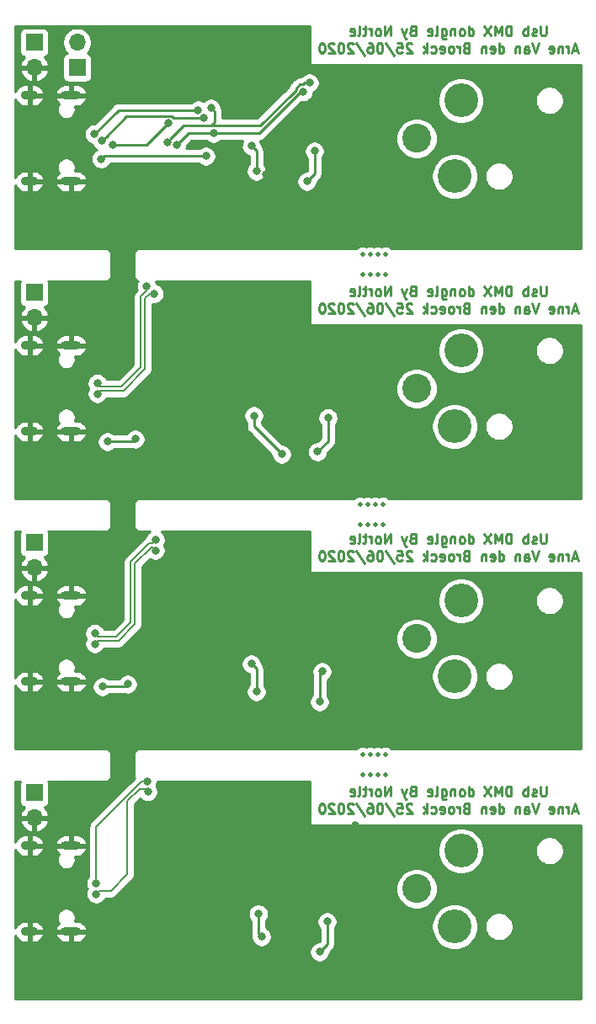
<source format=gbr>
G04 #@! TF.GenerationSoftware,KiCad,Pcbnew,(5.1.5)-3*
G04 #@! TF.CreationDate,2020-07-04T05:18:36+02:00*
G04 #@! TF.ProjectId,DMX_usb,444d585f-7573-4622-9e6b-696361645f70,rev?*
G04 #@! TF.SameCoordinates,Original*
G04 #@! TF.FileFunction,Copper,L2,Bot*
G04 #@! TF.FilePolarity,Positive*
%FSLAX46Y46*%
G04 Gerber Fmt 4.6, Leading zero omitted, Abs format (unit mm)*
G04 Created by KiCad (PCBNEW (5.1.5)-3) date 2020-07-04 05:18:36*
%MOMM*%
%LPD*%
G04 APERTURE LIST*
%ADD10C,0.250000*%
%ADD11O,1.700000X1.700000*%
%ADD12R,1.700000X1.700000*%
%ADD13O,2.000000X0.900000*%
%ADD14O,1.700000X0.900000*%
%ADD15C,2.900000*%
%ADD16C,3.400000*%
%ADD17C,0.500000*%
%ADD18C,0.800000*%
%ADD19C,0.200000*%
%ADD20C,0.254000*%
G04 APERTURE END LIST*
D10*
X271985142Y-44805380D02*
X271985142Y-45614904D01*
X271937523Y-45710142D01*
X271889904Y-45757761D01*
X271794666Y-45805380D01*
X271604190Y-45805380D01*
X271508952Y-45757761D01*
X271461333Y-45710142D01*
X271413714Y-45614904D01*
X271413714Y-44805380D01*
X270985142Y-45757761D02*
X270889904Y-45805380D01*
X270699428Y-45805380D01*
X270604190Y-45757761D01*
X270556571Y-45662523D01*
X270556571Y-45614904D01*
X270604190Y-45519666D01*
X270699428Y-45472047D01*
X270842285Y-45472047D01*
X270937523Y-45424428D01*
X270985142Y-45329190D01*
X270985142Y-45281571D01*
X270937523Y-45186333D01*
X270842285Y-45138714D01*
X270699428Y-45138714D01*
X270604190Y-45186333D01*
X270128000Y-45805380D02*
X270128000Y-44805380D01*
X270128000Y-45186333D02*
X270032761Y-45138714D01*
X269842285Y-45138714D01*
X269747047Y-45186333D01*
X269699428Y-45233952D01*
X269651809Y-45329190D01*
X269651809Y-45614904D01*
X269699428Y-45710142D01*
X269747047Y-45757761D01*
X269842285Y-45805380D01*
X270032761Y-45805380D01*
X270128000Y-45757761D01*
X268461333Y-45805380D02*
X268461333Y-44805380D01*
X268223238Y-44805380D01*
X268080380Y-44853000D01*
X267985142Y-44948238D01*
X267937523Y-45043476D01*
X267889904Y-45233952D01*
X267889904Y-45376809D01*
X267937523Y-45567285D01*
X267985142Y-45662523D01*
X268080380Y-45757761D01*
X268223238Y-45805380D01*
X268461333Y-45805380D01*
X267461333Y-45805380D02*
X267461333Y-44805380D01*
X267128000Y-45519666D01*
X266794666Y-44805380D01*
X266794666Y-45805380D01*
X266413714Y-44805380D02*
X265747047Y-45805380D01*
X265747047Y-44805380D02*
X266413714Y-45805380D01*
X264175619Y-45805380D02*
X264175619Y-44805380D01*
X264175619Y-45757761D02*
X264270857Y-45805380D01*
X264461333Y-45805380D01*
X264556571Y-45757761D01*
X264604190Y-45710142D01*
X264651809Y-45614904D01*
X264651809Y-45329190D01*
X264604190Y-45233952D01*
X264556571Y-45186333D01*
X264461333Y-45138714D01*
X264270857Y-45138714D01*
X264175619Y-45186333D01*
X263556571Y-45805380D02*
X263651809Y-45757761D01*
X263699428Y-45710142D01*
X263747047Y-45614904D01*
X263747047Y-45329190D01*
X263699428Y-45233952D01*
X263651809Y-45186333D01*
X263556571Y-45138714D01*
X263413714Y-45138714D01*
X263318476Y-45186333D01*
X263270857Y-45233952D01*
X263223238Y-45329190D01*
X263223238Y-45614904D01*
X263270857Y-45710142D01*
X263318476Y-45757761D01*
X263413714Y-45805380D01*
X263556571Y-45805380D01*
X262794666Y-45138714D02*
X262794666Y-45805380D01*
X262794666Y-45233952D02*
X262747047Y-45186333D01*
X262651809Y-45138714D01*
X262508952Y-45138714D01*
X262413714Y-45186333D01*
X262366095Y-45281571D01*
X262366095Y-45805380D01*
X261461333Y-45138714D02*
X261461333Y-45948238D01*
X261508952Y-46043476D01*
X261556571Y-46091095D01*
X261651809Y-46138714D01*
X261794666Y-46138714D01*
X261889904Y-46091095D01*
X261461333Y-45757761D02*
X261556571Y-45805380D01*
X261747047Y-45805380D01*
X261842285Y-45757761D01*
X261889904Y-45710142D01*
X261937523Y-45614904D01*
X261937523Y-45329190D01*
X261889904Y-45233952D01*
X261842285Y-45186333D01*
X261747047Y-45138714D01*
X261556571Y-45138714D01*
X261461333Y-45186333D01*
X260842285Y-45805380D02*
X260937523Y-45757761D01*
X260985142Y-45662523D01*
X260985142Y-44805380D01*
X260080380Y-45757761D02*
X260175619Y-45805380D01*
X260366095Y-45805380D01*
X260461333Y-45757761D01*
X260508952Y-45662523D01*
X260508952Y-45281571D01*
X260461333Y-45186333D01*
X260366095Y-45138714D01*
X260175619Y-45138714D01*
X260080380Y-45186333D01*
X260032761Y-45281571D01*
X260032761Y-45376809D01*
X260508952Y-45472047D01*
X258508952Y-45281571D02*
X258366095Y-45329190D01*
X258318476Y-45376809D01*
X258270857Y-45472047D01*
X258270857Y-45614904D01*
X258318476Y-45710142D01*
X258366095Y-45757761D01*
X258461333Y-45805380D01*
X258842285Y-45805380D01*
X258842285Y-44805380D01*
X258508952Y-44805380D01*
X258413714Y-44853000D01*
X258366095Y-44900619D01*
X258318476Y-44995857D01*
X258318476Y-45091095D01*
X258366095Y-45186333D01*
X258413714Y-45233952D01*
X258508952Y-45281571D01*
X258842285Y-45281571D01*
X257937523Y-45138714D02*
X257699428Y-45805380D01*
X257461333Y-45138714D02*
X257699428Y-45805380D01*
X257794666Y-46043476D01*
X257842285Y-46091095D01*
X257937523Y-46138714D01*
X256318476Y-45805380D02*
X256318476Y-44805380D01*
X255747047Y-45805380D01*
X255747047Y-44805380D01*
X255128000Y-45805380D02*
X255223238Y-45757761D01*
X255270857Y-45710142D01*
X255318476Y-45614904D01*
X255318476Y-45329190D01*
X255270857Y-45233952D01*
X255223238Y-45186333D01*
X255128000Y-45138714D01*
X254985142Y-45138714D01*
X254889904Y-45186333D01*
X254842285Y-45233952D01*
X254794666Y-45329190D01*
X254794666Y-45614904D01*
X254842285Y-45710142D01*
X254889904Y-45757761D01*
X254985142Y-45805380D01*
X255128000Y-45805380D01*
X254366095Y-45805380D02*
X254366095Y-45138714D01*
X254366095Y-45329190D02*
X254318476Y-45233952D01*
X254270857Y-45186333D01*
X254175619Y-45138714D01*
X254080380Y-45138714D01*
X253889904Y-45138714D02*
X253508952Y-45138714D01*
X253747047Y-44805380D02*
X253747047Y-45662523D01*
X253699428Y-45757761D01*
X253604190Y-45805380D01*
X253508952Y-45805380D01*
X253032761Y-45805380D02*
X253128000Y-45757761D01*
X253175619Y-45662523D01*
X253175619Y-44805380D01*
X252270857Y-45757761D02*
X252366095Y-45805380D01*
X252556571Y-45805380D01*
X252651809Y-45757761D01*
X252699428Y-45662523D01*
X252699428Y-45281571D01*
X252651809Y-45186333D01*
X252556571Y-45138714D01*
X252366095Y-45138714D01*
X252270857Y-45186333D01*
X252223238Y-45281571D01*
X252223238Y-45376809D01*
X252699428Y-45472047D01*
X275128000Y-47269666D02*
X274651809Y-47269666D01*
X275223238Y-47555380D02*
X274889904Y-46555380D01*
X274556571Y-47555380D01*
X274223238Y-47555380D02*
X274223238Y-46888714D01*
X274223238Y-47079190D02*
X274175619Y-46983952D01*
X274128000Y-46936333D01*
X274032761Y-46888714D01*
X273937523Y-46888714D01*
X273604190Y-46888714D02*
X273604190Y-47555380D01*
X273604190Y-46983952D02*
X273556571Y-46936333D01*
X273461333Y-46888714D01*
X273318476Y-46888714D01*
X273223238Y-46936333D01*
X273175619Y-47031571D01*
X273175619Y-47555380D01*
X272318476Y-47507761D02*
X272413714Y-47555380D01*
X272604190Y-47555380D01*
X272699428Y-47507761D01*
X272747047Y-47412523D01*
X272747047Y-47031571D01*
X272699428Y-46936333D01*
X272604190Y-46888714D01*
X272413714Y-46888714D01*
X272318476Y-46936333D01*
X272270857Y-47031571D01*
X272270857Y-47126809D01*
X272747047Y-47222047D01*
X271223238Y-46555380D02*
X270889904Y-47555380D01*
X270556571Y-46555380D01*
X269794666Y-47555380D02*
X269794666Y-47031571D01*
X269842285Y-46936333D01*
X269937523Y-46888714D01*
X270128000Y-46888714D01*
X270223238Y-46936333D01*
X269794666Y-47507761D02*
X269889904Y-47555380D01*
X270128000Y-47555380D01*
X270223238Y-47507761D01*
X270270857Y-47412523D01*
X270270857Y-47317285D01*
X270223238Y-47222047D01*
X270128000Y-47174428D01*
X269889904Y-47174428D01*
X269794666Y-47126809D01*
X269318476Y-46888714D02*
X269318476Y-47555380D01*
X269318476Y-46983952D02*
X269270857Y-46936333D01*
X269175619Y-46888714D01*
X269032761Y-46888714D01*
X268937523Y-46936333D01*
X268889904Y-47031571D01*
X268889904Y-47555380D01*
X267223238Y-47555380D02*
X267223238Y-46555380D01*
X267223238Y-47507761D02*
X267318476Y-47555380D01*
X267508952Y-47555380D01*
X267604190Y-47507761D01*
X267651809Y-47460142D01*
X267699428Y-47364904D01*
X267699428Y-47079190D01*
X267651809Y-46983952D01*
X267604190Y-46936333D01*
X267508952Y-46888714D01*
X267318476Y-46888714D01*
X267223238Y-46936333D01*
X266366095Y-47507761D02*
X266461333Y-47555380D01*
X266651809Y-47555380D01*
X266747047Y-47507761D01*
X266794666Y-47412523D01*
X266794666Y-47031571D01*
X266747047Y-46936333D01*
X266651809Y-46888714D01*
X266461333Y-46888714D01*
X266366095Y-46936333D01*
X266318476Y-47031571D01*
X266318476Y-47126809D01*
X266794666Y-47222047D01*
X265889904Y-46888714D02*
X265889904Y-47555380D01*
X265889904Y-46983952D02*
X265842285Y-46936333D01*
X265747047Y-46888714D01*
X265604190Y-46888714D01*
X265508952Y-46936333D01*
X265461333Y-47031571D01*
X265461333Y-47555380D01*
X263889904Y-47031571D02*
X263747047Y-47079190D01*
X263699428Y-47126809D01*
X263651809Y-47222047D01*
X263651809Y-47364904D01*
X263699428Y-47460142D01*
X263747047Y-47507761D01*
X263842285Y-47555380D01*
X264223238Y-47555380D01*
X264223238Y-46555380D01*
X263889904Y-46555380D01*
X263794666Y-46603000D01*
X263747047Y-46650619D01*
X263699428Y-46745857D01*
X263699428Y-46841095D01*
X263747047Y-46936333D01*
X263794666Y-46983952D01*
X263889904Y-47031571D01*
X264223238Y-47031571D01*
X263223238Y-47555380D02*
X263223238Y-46888714D01*
X263223238Y-47079190D02*
X263175619Y-46983952D01*
X263128000Y-46936333D01*
X263032761Y-46888714D01*
X262937523Y-46888714D01*
X262461333Y-47555380D02*
X262556571Y-47507761D01*
X262604190Y-47460142D01*
X262651809Y-47364904D01*
X262651809Y-47079190D01*
X262604190Y-46983952D01*
X262556571Y-46936333D01*
X262461333Y-46888714D01*
X262318476Y-46888714D01*
X262223238Y-46936333D01*
X262175619Y-46983952D01*
X262128000Y-47079190D01*
X262128000Y-47364904D01*
X262175619Y-47460142D01*
X262223238Y-47507761D01*
X262318476Y-47555380D01*
X262461333Y-47555380D01*
X261318476Y-47507761D02*
X261413714Y-47555380D01*
X261604190Y-47555380D01*
X261699428Y-47507761D01*
X261747047Y-47412523D01*
X261747047Y-47031571D01*
X261699428Y-46936333D01*
X261604190Y-46888714D01*
X261413714Y-46888714D01*
X261318476Y-46936333D01*
X261270857Y-47031571D01*
X261270857Y-47126809D01*
X261747047Y-47222047D01*
X260413714Y-47507761D02*
X260508952Y-47555380D01*
X260699428Y-47555380D01*
X260794666Y-47507761D01*
X260842285Y-47460142D01*
X260889904Y-47364904D01*
X260889904Y-47079190D01*
X260842285Y-46983952D01*
X260794666Y-46936333D01*
X260699428Y-46888714D01*
X260508952Y-46888714D01*
X260413714Y-46936333D01*
X259985142Y-47555380D02*
X259985142Y-46555380D01*
X259889904Y-47174428D02*
X259604190Y-47555380D01*
X259604190Y-46888714D02*
X259985142Y-47269666D01*
X258461333Y-46650619D02*
X258413714Y-46603000D01*
X258318476Y-46555380D01*
X258080380Y-46555380D01*
X257985142Y-46603000D01*
X257937523Y-46650619D01*
X257889904Y-46745857D01*
X257889904Y-46841095D01*
X257937523Y-46983952D01*
X258508952Y-47555380D01*
X257889904Y-47555380D01*
X256985142Y-46555380D02*
X257461333Y-46555380D01*
X257508952Y-47031571D01*
X257461333Y-46983952D01*
X257366095Y-46936333D01*
X257128000Y-46936333D01*
X257032761Y-46983952D01*
X256985142Y-47031571D01*
X256937523Y-47126809D01*
X256937523Y-47364904D01*
X256985142Y-47460142D01*
X257032761Y-47507761D01*
X257128000Y-47555380D01*
X257366095Y-47555380D01*
X257461333Y-47507761D01*
X257508952Y-47460142D01*
X255794666Y-46507761D02*
X256651809Y-47793476D01*
X255270857Y-46555380D02*
X255175619Y-46555380D01*
X255080380Y-46603000D01*
X255032761Y-46650619D01*
X254985142Y-46745857D01*
X254937523Y-46936333D01*
X254937523Y-47174428D01*
X254985142Y-47364904D01*
X255032761Y-47460142D01*
X255080380Y-47507761D01*
X255175619Y-47555380D01*
X255270857Y-47555380D01*
X255366095Y-47507761D01*
X255413714Y-47460142D01*
X255461333Y-47364904D01*
X255508952Y-47174428D01*
X255508952Y-46936333D01*
X255461333Y-46745857D01*
X255413714Y-46650619D01*
X255366095Y-46603000D01*
X255270857Y-46555380D01*
X254080380Y-46555380D02*
X254270857Y-46555380D01*
X254366095Y-46603000D01*
X254413714Y-46650619D01*
X254508952Y-46793476D01*
X254556571Y-46983952D01*
X254556571Y-47364904D01*
X254508952Y-47460142D01*
X254461333Y-47507761D01*
X254366095Y-47555380D01*
X254175619Y-47555380D01*
X254080380Y-47507761D01*
X254032761Y-47460142D01*
X253985142Y-47364904D01*
X253985142Y-47126809D01*
X254032761Y-47031571D01*
X254080380Y-46983952D01*
X254175619Y-46936333D01*
X254366095Y-46936333D01*
X254461333Y-46983952D01*
X254508952Y-47031571D01*
X254556571Y-47126809D01*
X252842285Y-46507761D02*
X253699428Y-47793476D01*
X252556571Y-46650619D02*
X252508952Y-46603000D01*
X252413714Y-46555380D01*
X252175619Y-46555380D01*
X252080380Y-46603000D01*
X252032761Y-46650619D01*
X251985142Y-46745857D01*
X251985142Y-46841095D01*
X252032761Y-46983952D01*
X252604190Y-47555380D01*
X251985142Y-47555380D01*
X251366095Y-46555380D02*
X251270857Y-46555380D01*
X251175619Y-46603000D01*
X251128000Y-46650619D01*
X251080380Y-46745857D01*
X251032761Y-46936333D01*
X251032761Y-47174428D01*
X251080380Y-47364904D01*
X251128000Y-47460142D01*
X251175619Y-47507761D01*
X251270857Y-47555380D01*
X251366095Y-47555380D01*
X251461333Y-47507761D01*
X251508952Y-47460142D01*
X251556571Y-47364904D01*
X251604190Y-47174428D01*
X251604190Y-46936333D01*
X251556571Y-46745857D01*
X251508952Y-46650619D01*
X251461333Y-46603000D01*
X251366095Y-46555380D01*
X250651809Y-46650619D02*
X250604190Y-46603000D01*
X250508952Y-46555380D01*
X250270857Y-46555380D01*
X250175619Y-46603000D01*
X250128000Y-46650619D01*
X250080380Y-46745857D01*
X250080380Y-46841095D01*
X250128000Y-46983952D01*
X250699428Y-47555380D01*
X250080380Y-47555380D01*
X249461333Y-46555380D02*
X249366095Y-46555380D01*
X249270857Y-46603000D01*
X249223238Y-46650619D01*
X249175619Y-46745857D01*
X249128000Y-46936333D01*
X249128000Y-47174428D01*
X249175619Y-47364904D01*
X249223238Y-47460142D01*
X249270857Y-47507761D01*
X249366095Y-47555380D01*
X249461333Y-47555380D01*
X249556571Y-47507761D01*
X249604190Y-47460142D01*
X249651809Y-47364904D01*
X249699428Y-47174428D01*
X249699428Y-46936333D01*
X249651809Y-46745857D01*
X249604190Y-46650619D01*
X249556571Y-46603000D01*
X249461333Y-46555380D01*
X271985142Y-70967380D02*
X271985142Y-71776904D01*
X271937523Y-71872142D01*
X271889904Y-71919761D01*
X271794666Y-71967380D01*
X271604190Y-71967380D01*
X271508952Y-71919761D01*
X271461333Y-71872142D01*
X271413714Y-71776904D01*
X271413714Y-70967380D01*
X270985142Y-71919761D02*
X270889904Y-71967380D01*
X270699428Y-71967380D01*
X270604190Y-71919761D01*
X270556571Y-71824523D01*
X270556571Y-71776904D01*
X270604190Y-71681666D01*
X270699428Y-71634047D01*
X270842285Y-71634047D01*
X270937523Y-71586428D01*
X270985142Y-71491190D01*
X270985142Y-71443571D01*
X270937523Y-71348333D01*
X270842285Y-71300714D01*
X270699428Y-71300714D01*
X270604190Y-71348333D01*
X270128000Y-71967380D02*
X270128000Y-70967380D01*
X270128000Y-71348333D02*
X270032761Y-71300714D01*
X269842285Y-71300714D01*
X269747047Y-71348333D01*
X269699428Y-71395952D01*
X269651809Y-71491190D01*
X269651809Y-71776904D01*
X269699428Y-71872142D01*
X269747047Y-71919761D01*
X269842285Y-71967380D01*
X270032761Y-71967380D01*
X270128000Y-71919761D01*
X268461333Y-71967380D02*
X268461333Y-70967380D01*
X268223238Y-70967380D01*
X268080380Y-71015000D01*
X267985142Y-71110238D01*
X267937523Y-71205476D01*
X267889904Y-71395952D01*
X267889904Y-71538809D01*
X267937523Y-71729285D01*
X267985142Y-71824523D01*
X268080380Y-71919761D01*
X268223238Y-71967380D01*
X268461333Y-71967380D01*
X267461333Y-71967380D02*
X267461333Y-70967380D01*
X267128000Y-71681666D01*
X266794666Y-70967380D01*
X266794666Y-71967380D01*
X266413714Y-70967380D02*
X265747047Y-71967380D01*
X265747047Y-70967380D02*
X266413714Y-71967380D01*
X264175619Y-71967380D02*
X264175619Y-70967380D01*
X264175619Y-71919761D02*
X264270857Y-71967380D01*
X264461333Y-71967380D01*
X264556571Y-71919761D01*
X264604190Y-71872142D01*
X264651809Y-71776904D01*
X264651809Y-71491190D01*
X264604190Y-71395952D01*
X264556571Y-71348333D01*
X264461333Y-71300714D01*
X264270857Y-71300714D01*
X264175619Y-71348333D01*
X263556571Y-71967380D02*
X263651809Y-71919761D01*
X263699428Y-71872142D01*
X263747047Y-71776904D01*
X263747047Y-71491190D01*
X263699428Y-71395952D01*
X263651809Y-71348333D01*
X263556571Y-71300714D01*
X263413714Y-71300714D01*
X263318476Y-71348333D01*
X263270857Y-71395952D01*
X263223238Y-71491190D01*
X263223238Y-71776904D01*
X263270857Y-71872142D01*
X263318476Y-71919761D01*
X263413714Y-71967380D01*
X263556571Y-71967380D01*
X262794666Y-71300714D02*
X262794666Y-71967380D01*
X262794666Y-71395952D02*
X262747047Y-71348333D01*
X262651809Y-71300714D01*
X262508952Y-71300714D01*
X262413714Y-71348333D01*
X262366095Y-71443571D01*
X262366095Y-71967380D01*
X261461333Y-71300714D02*
X261461333Y-72110238D01*
X261508952Y-72205476D01*
X261556571Y-72253095D01*
X261651809Y-72300714D01*
X261794666Y-72300714D01*
X261889904Y-72253095D01*
X261461333Y-71919761D02*
X261556571Y-71967380D01*
X261747047Y-71967380D01*
X261842285Y-71919761D01*
X261889904Y-71872142D01*
X261937523Y-71776904D01*
X261937523Y-71491190D01*
X261889904Y-71395952D01*
X261842285Y-71348333D01*
X261747047Y-71300714D01*
X261556571Y-71300714D01*
X261461333Y-71348333D01*
X260842285Y-71967380D02*
X260937523Y-71919761D01*
X260985142Y-71824523D01*
X260985142Y-70967380D01*
X260080380Y-71919761D02*
X260175619Y-71967380D01*
X260366095Y-71967380D01*
X260461333Y-71919761D01*
X260508952Y-71824523D01*
X260508952Y-71443571D01*
X260461333Y-71348333D01*
X260366095Y-71300714D01*
X260175619Y-71300714D01*
X260080380Y-71348333D01*
X260032761Y-71443571D01*
X260032761Y-71538809D01*
X260508952Y-71634047D01*
X258508952Y-71443571D02*
X258366095Y-71491190D01*
X258318476Y-71538809D01*
X258270857Y-71634047D01*
X258270857Y-71776904D01*
X258318476Y-71872142D01*
X258366095Y-71919761D01*
X258461333Y-71967380D01*
X258842285Y-71967380D01*
X258842285Y-70967380D01*
X258508952Y-70967380D01*
X258413714Y-71015000D01*
X258366095Y-71062619D01*
X258318476Y-71157857D01*
X258318476Y-71253095D01*
X258366095Y-71348333D01*
X258413714Y-71395952D01*
X258508952Y-71443571D01*
X258842285Y-71443571D01*
X257937523Y-71300714D02*
X257699428Y-71967380D01*
X257461333Y-71300714D02*
X257699428Y-71967380D01*
X257794666Y-72205476D01*
X257842285Y-72253095D01*
X257937523Y-72300714D01*
X256318476Y-71967380D02*
X256318476Y-70967380D01*
X255747047Y-71967380D01*
X255747047Y-70967380D01*
X255128000Y-71967380D02*
X255223238Y-71919761D01*
X255270857Y-71872142D01*
X255318476Y-71776904D01*
X255318476Y-71491190D01*
X255270857Y-71395952D01*
X255223238Y-71348333D01*
X255128000Y-71300714D01*
X254985142Y-71300714D01*
X254889904Y-71348333D01*
X254842285Y-71395952D01*
X254794666Y-71491190D01*
X254794666Y-71776904D01*
X254842285Y-71872142D01*
X254889904Y-71919761D01*
X254985142Y-71967380D01*
X255128000Y-71967380D01*
X254366095Y-71967380D02*
X254366095Y-71300714D01*
X254366095Y-71491190D02*
X254318476Y-71395952D01*
X254270857Y-71348333D01*
X254175619Y-71300714D01*
X254080380Y-71300714D01*
X253889904Y-71300714D02*
X253508952Y-71300714D01*
X253747047Y-70967380D02*
X253747047Y-71824523D01*
X253699428Y-71919761D01*
X253604190Y-71967380D01*
X253508952Y-71967380D01*
X253032761Y-71967380D02*
X253128000Y-71919761D01*
X253175619Y-71824523D01*
X253175619Y-70967380D01*
X252270857Y-71919761D02*
X252366095Y-71967380D01*
X252556571Y-71967380D01*
X252651809Y-71919761D01*
X252699428Y-71824523D01*
X252699428Y-71443571D01*
X252651809Y-71348333D01*
X252556571Y-71300714D01*
X252366095Y-71300714D01*
X252270857Y-71348333D01*
X252223238Y-71443571D01*
X252223238Y-71538809D01*
X252699428Y-71634047D01*
X275128000Y-73431666D02*
X274651809Y-73431666D01*
X275223238Y-73717380D02*
X274889904Y-72717380D01*
X274556571Y-73717380D01*
X274223238Y-73717380D02*
X274223238Y-73050714D01*
X274223238Y-73241190D02*
X274175619Y-73145952D01*
X274128000Y-73098333D01*
X274032761Y-73050714D01*
X273937523Y-73050714D01*
X273604190Y-73050714D02*
X273604190Y-73717380D01*
X273604190Y-73145952D02*
X273556571Y-73098333D01*
X273461333Y-73050714D01*
X273318476Y-73050714D01*
X273223238Y-73098333D01*
X273175619Y-73193571D01*
X273175619Y-73717380D01*
X272318476Y-73669761D02*
X272413714Y-73717380D01*
X272604190Y-73717380D01*
X272699428Y-73669761D01*
X272747047Y-73574523D01*
X272747047Y-73193571D01*
X272699428Y-73098333D01*
X272604190Y-73050714D01*
X272413714Y-73050714D01*
X272318476Y-73098333D01*
X272270857Y-73193571D01*
X272270857Y-73288809D01*
X272747047Y-73384047D01*
X271223238Y-72717380D02*
X270889904Y-73717380D01*
X270556571Y-72717380D01*
X269794666Y-73717380D02*
X269794666Y-73193571D01*
X269842285Y-73098333D01*
X269937523Y-73050714D01*
X270128000Y-73050714D01*
X270223238Y-73098333D01*
X269794666Y-73669761D02*
X269889904Y-73717380D01*
X270128000Y-73717380D01*
X270223238Y-73669761D01*
X270270857Y-73574523D01*
X270270857Y-73479285D01*
X270223238Y-73384047D01*
X270128000Y-73336428D01*
X269889904Y-73336428D01*
X269794666Y-73288809D01*
X269318476Y-73050714D02*
X269318476Y-73717380D01*
X269318476Y-73145952D02*
X269270857Y-73098333D01*
X269175619Y-73050714D01*
X269032761Y-73050714D01*
X268937523Y-73098333D01*
X268889904Y-73193571D01*
X268889904Y-73717380D01*
X267223238Y-73717380D02*
X267223238Y-72717380D01*
X267223238Y-73669761D02*
X267318476Y-73717380D01*
X267508952Y-73717380D01*
X267604190Y-73669761D01*
X267651809Y-73622142D01*
X267699428Y-73526904D01*
X267699428Y-73241190D01*
X267651809Y-73145952D01*
X267604190Y-73098333D01*
X267508952Y-73050714D01*
X267318476Y-73050714D01*
X267223238Y-73098333D01*
X266366095Y-73669761D02*
X266461333Y-73717380D01*
X266651809Y-73717380D01*
X266747047Y-73669761D01*
X266794666Y-73574523D01*
X266794666Y-73193571D01*
X266747047Y-73098333D01*
X266651809Y-73050714D01*
X266461333Y-73050714D01*
X266366095Y-73098333D01*
X266318476Y-73193571D01*
X266318476Y-73288809D01*
X266794666Y-73384047D01*
X265889904Y-73050714D02*
X265889904Y-73717380D01*
X265889904Y-73145952D02*
X265842285Y-73098333D01*
X265747047Y-73050714D01*
X265604190Y-73050714D01*
X265508952Y-73098333D01*
X265461333Y-73193571D01*
X265461333Y-73717380D01*
X263889904Y-73193571D02*
X263747047Y-73241190D01*
X263699428Y-73288809D01*
X263651809Y-73384047D01*
X263651809Y-73526904D01*
X263699428Y-73622142D01*
X263747047Y-73669761D01*
X263842285Y-73717380D01*
X264223238Y-73717380D01*
X264223238Y-72717380D01*
X263889904Y-72717380D01*
X263794666Y-72765000D01*
X263747047Y-72812619D01*
X263699428Y-72907857D01*
X263699428Y-73003095D01*
X263747047Y-73098333D01*
X263794666Y-73145952D01*
X263889904Y-73193571D01*
X264223238Y-73193571D01*
X263223238Y-73717380D02*
X263223238Y-73050714D01*
X263223238Y-73241190D02*
X263175619Y-73145952D01*
X263128000Y-73098333D01*
X263032761Y-73050714D01*
X262937523Y-73050714D01*
X262461333Y-73717380D02*
X262556571Y-73669761D01*
X262604190Y-73622142D01*
X262651809Y-73526904D01*
X262651809Y-73241190D01*
X262604190Y-73145952D01*
X262556571Y-73098333D01*
X262461333Y-73050714D01*
X262318476Y-73050714D01*
X262223238Y-73098333D01*
X262175619Y-73145952D01*
X262128000Y-73241190D01*
X262128000Y-73526904D01*
X262175619Y-73622142D01*
X262223238Y-73669761D01*
X262318476Y-73717380D01*
X262461333Y-73717380D01*
X261318476Y-73669761D02*
X261413714Y-73717380D01*
X261604190Y-73717380D01*
X261699428Y-73669761D01*
X261747047Y-73574523D01*
X261747047Y-73193571D01*
X261699428Y-73098333D01*
X261604190Y-73050714D01*
X261413714Y-73050714D01*
X261318476Y-73098333D01*
X261270857Y-73193571D01*
X261270857Y-73288809D01*
X261747047Y-73384047D01*
X260413714Y-73669761D02*
X260508952Y-73717380D01*
X260699428Y-73717380D01*
X260794666Y-73669761D01*
X260842285Y-73622142D01*
X260889904Y-73526904D01*
X260889904Y-73241190D01*
X260842285Y-73145952D01*
X260794666Y-73098333D01*
X260699428Y-73050714D01*
X260508952Y-73050714D01*
X260413714Y-73098333D01*
X259985142Y-73717380D02*
X259985142Y-72717380D01*
X259889904Y-73336428D02*
X259604190Y-73717380D01*
X259604190Y-73050714D02*
X259985142Y-73431666D01*
X258461333Y-72812619D02*
X258413714Y-72765000D01*
X258318476Y-72717380D01*
X258080380Y-72717380D01*
X257985142Y-72765000D01*
X257937523Y-72812619D01*
X257889904Y-72907857D01*
X257889904Y-73003095D01*
X257937523Y-73145952D01*
X258508952Y-73717380D01*
X257889904Y-73717380D01*
X256985142Y-72717380D02*
X257461333Y-72717380D01*
X257508952Y-73193571D01*
X257461333Y-73145952D01*
X257366095Y-73098333D01*
X257128000Y-73098333D01*
X257032761Y-73145952D01*
X256985142Y-73193571D01*
X256937523Y-73288809D01*
X256937523Y-73526904D01*
X256985142Y-73622142D01*
X257032761Y-73669761D01*
X257128000Y-73717380D01*
X257366095Y-73717380D01*
X257461333Y-73669761D01*
X257508952Y-73622142D01*
X255794666Y-72669761D02*
X256651809Y-73955476D01*
X255270857Y-72717380D02*
X255175619Y-72717380D01*
X255080380Y-72765000D01*
X255032761Y-72812619D01*
X254985142Y-72907857D01*
X254937523Y-73098333D01*
X254937523Y-73336428D01*
X254985142Y-73526904D01*
X255032761Y-73622142D01*
X255080380Y-73669761D01*
X255175619Y-73717380D01*
X255270857Y-73717380D01*
X255366095Y-73669761D01*
X255413714Y-73622142D01*
X255461333Y-73526904D01*
X255508952Y-73336428D01*
X255508952Y-73098333D01*
X255461333Y-72907857D01*
X255413714Y-72812619D01*
X255366095Y-72765000D01*
X255270857Y-72717380D01*
X254080380Y-72717380D02*
X254270857Y-72717380D01*
X254366095Y-72765000D01*
X254413714Y-72812619D01*
X254508952Y-72955476D01*
X254556571Y-73145952D01*
X254556571Y-73526904D01*
X254508952Y-73622142D01*
X254461333Y-73669761D01*
X254366095Y-73717380D01*
X254175619Y-73717380D01*
X254080380Y-73669761D01*
X254032761Y-73622142D01*
X253985142Y-73526904D01*
X253985142Y-73288809D01*
X254032761Y-73193571D01*
X254080380Y-73145952D01*
X254175619Y-73098333D01*
X254366095Y-73098333D01*
X254461333Y-73145952D01*
X254508952Y-73193571D01*
X254556571Y-73288809D01*
X252842285Y-72669761D02*
X253699428Y-73955476D01*
X252556571Y-72812619D02*
X252508952Y-72765000D01*
X252413714Y-72717380D01*
X252175619Y-72717380D01*
X252080380Y-72765000D01*
X252032761Y-72812619D01*
X251985142Y-72907857D01*
X251985142Y-73003095D01*
X252032761Y-73145952D01*
X252604190Y-73717380D01*
X251985142Y-73717380D01*
X251366095Y-72717380D02*
X251270857Y-72717380D01*
X251175619Y-72765000D01*
X251128000Y-72812619D01*
X251080380Y-72907857D01*
X251032761Y-73098333D01*
X251032761Y-73336428D01*
X251080380Y-73526904D01*
X251128000Y-73622142D01*
X251175619Y-73669761D01*
X251270857Y-73717380D01*
X251366095Y-73717380D01*
X251461333Y-73669761D01*
X251508952Y-73622142D01*
X251556571Y-73526904D01*
X251604190Y-73336428D01*
X251604190Y-73098333D01*
X251556571Y-72907857D01*
X251508952Y-72812619D01*
X251461333Y-72765000D01*
X251366095Y-72717380D01*
X250651809Y-72812619D02*
X250604190Y-72765000D01*
X250508952Y-72717380D01*
X250270857Y-72717380D01*
X250175619Y-72765000D01*
X250128000Y-72812619D01*
X250080380Y-72907857D01*
X250080380Y-73003095D01*
X250128000Y-73145952D01*
X250699428Y-73717380D01*
X250080380Y-73717380D01*
X249461333Y-72717380D02*
X249366095Y-72717380D01*
X249270857Y-72765000D01*
X249223238Y-72812619D01*
X249175619Y-72907857D01*
X249128000Y-73098333D01*
X249128000Y-73336428D01*
X249175619Y-73526904D01*
X249223238Y-73622142D01*
X249270857Y-73669761D01*
X249366095Y-73717380D01*
X249461333Y-73717380D01*
X249556571Y-73669761D01*
X249604190Y-73622142D01*
X249651809Y-73526904D01*
X249699428Y-73336428D01*
X249699428Y-73098333D01*
X249651809Y-72907857D01*
X249604190Y-72812619D01*
X249556571Y-72765000D01*
X249461333Y-72717380D01*
X271985142Y-121259380D02*
X271985142Y-122068904D01*
X271937523Y-122164142D01*
X271889904Y-122211761D01*
X271794666Y-122259380D01*
X271604190Y-122259380D01*
X271508952Y-122211761D01*
X271461333Y-122164142D01*
X271413714Y-122068904D01*
X271413714Y-121259380D01*
X270985142Y-122211761D02*
X270889904Y-122259380D01*
X270699428Y-122259380D01*
X270604190Y-122211761D01*
X270556571Y-122116523D01*
X270556571Y-122068904D01*
X270604190Y-121973666D01*
X270699428Y-121926047D01*
X270842285Y-121926047D01*
X270937523Y-121878428D01*
X270985142Y-121783190D01*
X270985142Y-121735571D01*
X270937523Y-121640333D01*
X270842285Y-121592714D01*
X270699428Y-121592714D01*
X270604190Y-121640333D01*
X270128000Y-122259380D02*
X270128000Y-121259380D01*
X270128000Y-121640333D02*
X270032761Y-121592714D01*
X269842285Y-121592714D01*
X269747047Y-121640333D01*
X269699428Y-121687952D01*
X269651809Y-121783190D01*
X269651809Y-122068904D01*
X269699428Y-122164142D01*
X269747047Y-122211761D01*
X269842285Y-122259380D01*
X270032761Y-122259380D01*
X270128000Y-122211761D01*
X268461333Y-122259380D02*
X268461333Y-121259380D01*
X268223238Y-121259380D01*
X268080380Y-121307000D01*
X267985142Y-121402238D01*
X267937523Y-121497476D01*
X267889904Y-121687952D01*
X267889904Y-121830809D01*
X267937523Y-122021285D01*
X267985142Y-122116523D01*
X268080380Y-122211761D01*
X268223238Y-122259380D01*
X268461333Y-122259380D01*
X267461333Y-122259380D02*
X267461333Y-121259380D01*
X267128000Y-121973666D01*
X266794666Y-121259380D01*
X266794666Y-122259380D01*
X266413714Y-121259380D02*
X265747047Y-122259380D01*
X265747047Y-121259380D02*
X266413714Y-122259380D01*
X264175619Y-122259380D02*
X264175619Y-121259380D01*
X264175619Y-122211761D02*
X264270857Y-122259380D01*
X264461333Y-122259380D01*
X264556571Y-122211761D01*
X264604190Y-122164142D01*
X264651809Y-122068904D01*
X264651809Y-121783190D01*
X264604190Y-121687952D01*
X264556571Y-121640333D01*
X264461333Y-121592714D01*
X264270857Y-121592714D01*
X264175619Y-121640333D01*
X263556571Y-122259380D02*
X263651809Y-122211761D01*
X263699428Y-122164142D01*
X263747047Y-122068904D01*
X263747047Y-121783190D01*
X263699428Y-121687952D01*
X263651809Y-121640333D01*
X263556571Y-121592714D01*
X263413714Y-121592714D01*
X263318476Y-121640333D01*
X263270857Y-121687952D01*
X263223238Y-121783190D01*
X263223238Y-122068904D01*
X263270857Y-122164142D01*
X263318476Y-122211761D01*
X263413714Y-122259380D01*
X263556571Y-122259380D01*
X262794666Y-121592714D02*
X262794666Y-122259380D01*
X262794666Y-121687952D02*
X262747047Y-121640333D01*
X262651809Y-121592714D01*
X262508952Y-121592714D01*
X262413714Y-121640333D01*
X262366095Y-121735571D01*
X262366095Y-122259380D01*
X261461333Y-121592714D02*
X261461333Y-122402238D01*
X261508952Y-122497476D01*
X261556571Y-122545095D01*
X261651809Y-122592714D01*
X261794666Y-122592714D01*
X261889904Y-122545095D01*
X261461333Y-122211761D02*
X261556571Y-122259380D01*
X261747047Y-122259380D01*
X261842285Y-122211761D01*
X261889904Y-122164142D01*
X261937523Y-122068904D01*
X261937523Y-121783190D01*
X261889904Y-121687952D01*
X261842285Y-121640333D01*
X261747047Y-121592714D01*
X261556571Y-121592714D01*
X261461333Y-121640333D01*
X260842285Y-122259380D02*
X260937523Y-122211761D01*
X260985142Y-122116523D01*
X260985142Y-121259380D01*
X260080380Y-122211761D02*
X260175619Y-122259380D01*
X260366095Y-122259380D01*
X260461333Y-122211761D01*
X260508952Y-122116523D01*
X260508952Y-121735571D01*
X260461333Y-121640333D01*
X260366095Y-121592714D01*
X260175619Y-121592714D01*
X260080380Y-121640333D01*
X260032761Y-121735571D01*
X260032761Y-121830809D01*
X260508952Y-121926047D01*
X258508952Y-121735571D02*
X258366095Y-121783190D01*
X258318476Y-121830809D01*
X258270857Y-121926047D01*
X258270857Y-122068904D01*
X258318476Y-122164142D01*
X258366095Y-122211761D01*
X258461333Y-122259380D01*
X258842285Y-122259380D01*
X258842285Y-121259380D01*
X258508952Y-121259380D01*
X258413714Y-121307000D01*
X258366095Y-121354619D01*
X258318476Y-121449857D01*
X258318476Y-121545095D01*
X258366095Y-121640333D01*
X258413714Y-121687952D01*
X258508952Y-121735571D01*
X258842285Y-121735571D01*
X257937523Y-121592714D02*
X257699428Y-122259380D01*
X257461333Y-121592714D02*
X257699428Y-122259380D01*
X257794666Y-122497476D01*
X257842285Y-122545095D01*
X257937523Y-122592714D01*
X256318476Y-122259380D02*
X256318476Y-121259380D01*
X255747047Y-122259380D01*
X255747047Y-121259380D01*
X255128000Y-122259380D02*
X255223238Y-122211761D01*
X255270857Y-122164142D01*
X255318476Y-122068904D01*
X255318476Y-121783190D01*
X255270857Y-121687952D01*
X255223238Y-121640333D01*
X255128000Y-121592714D01*
X254985142Y-121592714D01*
X254889904Y-121640333D01*
X254842285Y-121687952D01*
X254794666Y-121783190D01*
X254794666Y-122068904D01*
X254842285Y-122164142D01*
X254889904Y-122211761D01*
X254985142Y-122259380D01*
X255128000Y-122259380D01*
X254366095Y-122259380D02*
X254366095Y-121592714D01*
X254366095Y-121783190D02*
X254318476Y-121687952D01*
X254270857Y-121640333D01*
X254175619Y-121592714D01*
X254080380Y-121592714D01*
X253889904Y-121592714D02*
X253508952Y-121592714D01*
X253747047Y-121259380D02*
X253747047Y-122116523D01*
X253699428Y-122211761D01*
X253604190Y-122259380D01*
X253508952Y-122259380D01*
X253032761Y-122259380D02*
X253128000Y-122211761D01*
X253175619Y-122116523D01*
X253175619Y-121259380D01*
X252270857Y-122211761D02*
X252366095Y-122259380D01*
X252556571Y-122259380D01*
X252651809Y-122211761D01*
X252699428Y-122116523D01*
X252699428Y-121735571D01*
X252651809Y-121640333D01*
X252556571Y-121592714D01*
X252366095Y-121592714D01*
X252270857Y-121640333D01*
X252223238Y-121735571D01*
X252223238Y-121830809D01*
X252699428Y-121926047D01*
X275128000Y-123723666D02*
X274651809Y-123723666D01*
X275223238Y-124009380D02*
X274889904Y-123009380D01*
X274556571Y-124009380D01*
X274223238Y-124009380D02*
X274223238Y-123342714D01*
X274223238Y-123533190D02*
X274175619Y-123437952D01*
X274128000Y-123390333D01*
X274032761Y-123342714D01*
X273937523Y-123342714D01*
X273604190Y-123342714D02*
X273604190Y-124009380D01*
X273604190Y-123437952D02*
X273556571Y-123390333D01*
X273461333Y-123342714D01*
X273318476Y-123342714D01*
X273223238Y-123390333D01*
X273175619Y-123485571D01*
X273175619Y-124009380D01*
X272318476Y-123961761D02*
X272413714Y-124009380D01*
X272604190Y-124009380D01*
X272699428Y-123961761D01*
X272747047Y-123866523D01*
X272747047Y-123485571D01*
X272699428Y-123390333D01*
X272604190Y-123342714D01*
X272413714Y-123342714D01*
X272318476Y-123390333D01*
X272270857Y-123485571D01*
X272270857Y-123580809D01*
X272747047Y-123676047D01*
X271223238Y-123009380D02*
X270889904Y-124009380D01*
X270556571Y-123009380D01*
X269794666Y-124009380D02*
X269794666Y-123485571D01*
X269842285Y-123390333D01*
X269937523Y-123342714D01*
X270128000Y-123342714D01*
X270223238Y-123390333D01*
X269794666Y-123961761D02*
X269889904Y-124009380D01*
X270128000Y-124009380D01*
X270223238Y-123961761D01*
X270270857Y-123866523D01*
X270270857Y-123771285D01*
X270223238Y-123676047D01*
X270128000Y-123628428D01*
X269889904Y-123628428D01*
X269794666Y-123580809D01*
X269318476Y-123342714D02*
X269318476Y-124009380D01*
X269318476Y-123437952D02*
X269270857Y-123390333D01*
X269175619Y-123342714D01*
X269032761Y-123342714D01*
X268937523Y-123390333D01*
X268889904Y-123485571D01*
X268889904Y-124009380D01*
X267223238Y-124009380D02*
X267223238Y-123009380D01*
X267223238Y-123961761D02*
X267318476Y-124009380D01*
X267508952Y-124009380D01*
X267604190Y-123961761D01*
X267651809Y-123914142D01*
X267699428Y-123818904D01*
X267699428Y-123533190D01*
X267651809Y-123437952D01*
X267604190Y-123390333D01*
X267508952Y-123342714D01*
X267318476Y-123342714D01*
X267223238Y-123390333D01*
X266366095Y-123961761D02*
X266461333Y-124009380D01*
X266651809Y-124009380D01*
X266747047Y-123961761D01*
X266794666Y-123866523D01*
X266794666Y-123485571D01*
X266747047Y-123390333D01*
X266651809Y-123342714D01*
X266461333Y-123342714D01*
X266366095Y-123390333D01*
X266318476Y-123485571D01*
X266318476Y-123580809D01*
X266794666Y-123676047D01*
X265889904Y-123342714D02*
X265889904Y-124009380D01*
X265889904Y-123437952D02*
X265842285Y-123390333D01*
X265747047Y-123342714D01*
X265604190Y-123342714D01*
X265508952Y-123390333D01*
X265461333Y-123485571D01*
X265461333Y-124009380D01*
X263889904Y-123485571D02*
X263747047Y-123533190D01*
X263699428Y-123580809D01*
X263651809Y-123676047D01*
X263651809Y-123818904D01*
X263699428Y-123914142D01*
X263747047Y-123961761D01*
X263842285Y-124009380D01*
X264223238Y-124009380D01*
X264223238Y-123009380D01*
X263889904Y-123009380D01*
X263794666Y-123057000D01*
X263747047Y-123104619D01*
X263699428Y-123199857D01*
X263699428Y-123295095D01*
X263747047Y-123390333D01*
X263794666Y-123437952D01*
X263889904Y-123485571D01*
X264223238Y-123485571D01*
X263223238Y-124009380D02*
X263223238Y-123342714D01*
X263223238Y-123533190D02*
X263175619Y-123437952D01*
X263128000Y-123390333D01*
X263032761Y-123342714D01*
X262937523Y-123342714D01*
X262461333Y-124009380D02*
X262556571Y-123961761D01*
X262604190Y-123914142D01*
X262651809Y-123818904D01*
X262651809Y-123533190D01*
X262604190Y-123437952D01*
X262556571Y-123390333D01*
X262461333Y-123342714D01*
X262318476Y-123342714D01*
X262223238Y-123390333D01*
X262175619Y-123437952D01*
X262128000Y-123533190D01*
X262128000Y-123818904D01*
X262175619Y-123914142D01*
X262223238Y-123961761D01*
X262318476Y-124009380D01*
X262461333Y-124009380D01*
X261318476Y-123961761D02*
X261413714Y-124009380D01*
X261604190Y-124009380D01*
X261699428Y-123961761D01*
X261747047Y-123866523D01*
X261747047Y-123485571D01*
X261699428Y-123390333D01*
X261604190Y-123342714D01*
X261413714Y-123342714D01*
X261318476Y-123390333D01*
X261270857Y-123485571D01*
X261270857Y-123580809D01*
X261747047Y-123676047D01*
X260413714Y-123961761D02*
X260508952Y-124009380D01*
X260699428Y-124009380D01*
X260794666Y-123961761D01*
X260842285Y-123914142D01*
X260889904Y-123818904D01*
X260889904Y-123533190D01*
X260842285Y-123437952D01*
X260794666Y-123390333D01*
X260699428Y-123342714D01*
X260508952Y-123342714D01*
X260413714Y-123390333D01*
X259985142Y-124009380D02*
X259985142Y-123009380D01*
X259889904Y-123628428D02*
X259604190Y-124009380D01*
X259604190Y-123342714D02*
X259985142Y-123723666D01*
X258461333Y-123104619D02*
X258413714Y-123057000D01*
X258318476Y-123009380D01*
X258080380Y-123009380D01*
X257985142Y-123057000D01*
X257937523Y-123104619D01*
X257889904Y-123199857D01*
X257889904Y-123295095D01*
X257937523Y-123437952D01*
X258508952Y-124009380D01*
X257889904Y-124009380D01*
X256985142Y-123009380D02*
X257461333Y-123009380D01*
X257508952Y-123485571D01*
X257461333Y-123437952D01*
X257366095Y-123390333D01*
X257128000Y-123390333D01*
X257032761Y-123437952D01*
X256985142Y-123485571D01*
X256937523Y-123580809D01*
X256937523Y-123818904D01*
X256985142Y-123914142D01*
X257032761Y-123961761D01*
X257128000Y-124009380D01*
X257366095Y-124009380D01*
X257461333Y-123961761D01*
X257508952Y-123914142D01*
X255794666Y-122961761D02*
X256651809Y-124247476D01*
X255270857Y-123009380D02*
X255175619Y-123009380D01*
X255080380Y-123057000D01*
X255032761Y-123104619D01*
X254985142Y-123199857D01*
X254937523Y-123390333D01*
X254937523Y-123628428D01*
X254985142Y-123818904D01*
X255032761Y-123914142D01*
X255080380Y-123961761D01*
X255175619Y-124009380D01*
X255270857Y-124009380D01*
X255366095Y-123961761D01*
X255413714Y-123914142D01*
X255461333Y-123818904D01*
X255508952Y-123628428D01*
X255508952Y-123390333D01*
X255461333Y-123199857D01*
X255413714Y-123104619D01*
X255366095Y-123057000D01*
X255270857Y-123009380D01*
X254080380Y-123009380D02*
X254270857Y-123009380D01*
X254366095Y-123057000D01*
X254413714Y-123104619D01*
X254508952Y-123247476D01*
X254556571Y-123437952D01*
X254556571Y-123818904D01*
X254508952Y-123914142D01*
X254461333Y-123961761D01*
X254366095Y-124009380D01*
X254175619Y-124009380D01*
X254080380Y-123961761D01*
X254032761Y-123914142D01*
X253985142Y-123818904D01*
X253985142Y-123580809D01*
X254032761Y-123485571D01*
X254080380Y-123437952D01*
X254175619Y-123390333D01*
X254366095Y-123390333D01*
X254461333Y-123437952D01*
X254508952Y-123485571D01*
X254556571Y-123580809D01*
X252842285Y-122961761D02*
X253699428Y-124247476D01*
X252556571Y-123104619D02*
X252508952Y-123057000D01*
X252413714Y-123009380D01*
X252175619Y-123009380D01*
X252080380Y-123057000D01*
X252032761Y-123104619D01*
X251985142Y-123199857D01*
X251985142Y-123295095D01*
X252032761Y-123437952D01*
X252604190Y-124009380D01*
X251985142Y-124009380D01*
X251366095Y-123009380D02*
X251270857Y-123009380D01*
X251175619Y-123057000D01*
X251128000Y-123104619D01*
X251080380Y-123199857D01*
X251032761Y-123390333D01*
X251032761Y-123628428D01*
X251080380Y-123818904D01*
X251128000Y-123914142D01*
X251175619Y-123961761D01*
X251270857Y-124009380D01*
X251366095Y-124009380D01*
X251461333Y-123961761D01*
X251508952Y-123914142D01*
X251556571Y-123818904D01*
X251604190Y-123628428D01*
X251604190Y-123390333D01*
X251556571Y-123199857D01*
X251508952Y-123104619D01*
X251461333Y-123057000D01*
X251366095Y-123009380D01*
X250651809Y-123104619D02*
X250604190Y-123057000D01*
X250508952Y-123009380D01*
X250270857Y-123009380D01*
X250175619Y-123057000D01*
X250128000Y-123104619D01*
X250080380Y-123199857D01*
X250080380Y-123295095D01*
X250128000Y-123437952D01*
X250699428Y-124009380D01*
X250080380Y-124009380D01*
X249461333Y-123009380D02*
X249366095Y-123009380D01*
X249270857Y-123057000D01*
X249223238Y-123104619D01*
X249175619Y-123199857D01*
X249128000Y-123390333D01*
X249128000Y-123628428D01*
X249175619Y-123818904D01*
X249223238Y-123914142D01*
X249270857Y-123961761D01*
X249366095Y-124009380D01*
X249461333Y-124009380D01*
X249556571Y-123961761D01*
X249604190Y-123914142D01*
X249651809Y-123818904D01*
X249699428Y-123628428D01*
X249699428Y-123390333D01*
X249651809Y-123199857D01*
X249604190Y-123104619D01*
X249556571Y-123057000D01*
X249461333Y-123009380D01*
X271985142Y-95859380D02*
X271985142Y-96668904D01*
X271937523Y-96764142D01*
X271889904Y-96811761D01*
X271794666Y-96859380D01*
X271604190Y-96859380D01*
X271508952Y-96811761D01*
X271461333Y-96764142D01*
X271413714Y-96668904D01*
X271413714Y-95859380D01*
X270985142Y-96811761D02*
X270889904Y-96859380D01*
X270699428Y-96859380D01*
X270604190Y-96811761D01*
X270556571Y-96716523D01*
X270556571Y-96668904D01*
X270604190Y-96573666D01*
X270699428Y-96526047D01*
X270842285Y-96526047D01*
X270937523Y-96478428D01*
X270985142Y-96383190D01*
X270985142Y-96335571D01*
X270937523Y-96240333D01*
X270842285Y-96192714D01*
X270699428Y-96192714D01*
X270604190Y-96240333D01*
X270128000Y-96859380D02*
X270128000Y-95859380D01*
X270128000Y-96240333D02*
X270032761Y-96192714D01*
X269842285Y-96192714D01*
X269747047Y-96240333D01*
X269699428Y-96287952D01*
X269651809Y-96383190D01*
X269651809Y-96668904D01*
X269699428Y-96764142D01*
X269747047Y-96811761D01*
X269842285Y-96859380D01*
X270032761Y-96859380D01*
X270128000Y-96811761D01*
X268461333Y-96859380D02*
X268461333Y-95859380D01*
X268223238Y-95859380D01*
X268080380Y-95907000D01*
X267985142Y-96002238D01*
X267937523Y-96097476D01*
X267889904Y-96287952D01*
X267889904Y-96430809D01*
X267937523Y-96621285D01*
X267985142Y-96716523D01*
X268080380Y-96811761D01*
X268223238Y-96859380D01*
X268461333Y-96859380D01*
X267461333Y-96859380D02*
X267461333Y-95859380D01*
X267128000Y-96573666D01*
X266794666Y-95859380D01*
X266794666Y-96859380D01*
X266413714Y-95859380D02*
X265747047Y-96859380D01*
X265747047Y-95859380D02*
X266413714Y-96859380D01*
X264175619Y-96859380D02*
X264175619Y-95859380D01*
X264175619Y-96811761D02*
X264270857Y-96859380D01*
X264461333Y-96859380D01*
X264556571Y-96811761D01*
X264604190Y-96764142D01*
X264651809Y-96668904D01*
X264651809Y-96383190D01*
X264604190Y-96287952D01*
X264556571Y-96240333D01*
X264461333Y-96192714D01*
X264270857Y-96192714D01*
X264175619Y-96240333D01*
X263556571Y-96859380D02*
X263651809Y-96811761D01*
X263699428Y-96764142D01*
X263747047Y-96668904D01*
X263747047Y-96383190D01*
X263699428Y-96287952D01*
X263651809Y-96240333D01*
X263556571Y-96192714D01*
X263413714Y-96192714D01*
X263318476Y-96240333D01*
X263270857Y-96287952D01*
X263223238Y-96383190D01*
X263223238Y-96668904D01*
X263270857Y-96764142D01*
X263318476Y-96811761D01*
X263413714Y-96859380D01*
X263556571Y-96859380D01*
X262794666Y-96192714D02*
X262794666Y-96859380D01*
X262794666Y-96287952D02*
X262747047Y-96240333D01*
X262651809Y-96192714D01*
X262508952Y-96192714D01*
X262413714Y-96240333D01*
X262366095Y-96335571D01*
X262366095Y-96859380D01*
X261461333Y-96192714D02*
X261461333Y-97002238D01*
X261508952Y-97097476D01*
X261556571Y-97145095D01*
X261651809Y-97192714D01*
X261794666Y-97192714D01*
X261889904Y-97145095D01*
X261461333Y-96811761D02*
X261556571Y-96859380D01*
X261747047Y-96859380D01*
X261842285Y-96811761D01*
X261889904Y-96764142D01*
X261937523Y-96668904D01*
X261937523Y-96383190D01*
X261889904Y-96287952D01*
X261842285Y-96240333D01*
X261747047Y-96192714D01*
X261556571Y-96192714D01*
X261461333Y-96240333D01*
X260842285Y-96859380D02*
X260937523Y-96811761D01*
X260985142Y-96716523D01*
X260985142Y-95859380D01*
X260080380Y-96811761D02*
X260175619Y-96859380D01*
X260366095Y-96859380D01*
X260461333Y-96811761D01*
X260508952Y-96716523D01*
X260508952Y-96335571D01*
X260461333Y-96240333D01*
X260366095Y-96192714D01*
X260175619Y-96192714D01*
X260080380Y-96240333D01*
X260032761Y-96335571D01*
X260032761Y-96430809D01*
X260508952Y-96526047D01*
X258508952Y-96335571D02*
X258366095Y-96383190D01*
X258318476Y-96430809D01*
X258270857Y-96526047D01*
X258270857Y-96668904D01*
X258318476Y-96764142D01*
X258366095Y-96811761D01*
X258461333Y-96859380D01*
X258842285Y-96859380D01*
X258842285Y-95859380D01*
X258508952Y-95859380D01*
X258413714Y-95907000D01*
X258366095Y-95954619D01*
X258318476Y-96049857D01*
X258318476Y-96145095D01*
X258366095Y-96240333D01*
X258413714Y-96287952D01*
X258508952Y-96335571D01*
X258842285Y-96335571D01*
X257937523Y-96192714D02*
X257699428Y-96859380D01*
X257461333Y-96192714D02*
X257699428Y-96859380D01*
X257794666Y-97097476D01*
X257842285Y-97145095D01*
X257937523Y-97192714D01*
X256318476Y-96859380D02*
X256318476Y-95859380D01*
X255747047Y-96859380D01*
X255747047Y-95859380D01*
X255128000Y-96859380D02*
X255223238Y-96811761D01*
X255270857Y-96764142D01*
X255318476Y-96668904D01*
X255318476Y-96383190D01*
X255270857Y-96287952D01*
X255223238Y-96240333D01*
X255128000Y-96192714D01*
X254985142Y-96192714D01*
X254889904Y-96240333D01*
X254842285Y-96287952D01*
X254794666Y-96383190D01*
X254794666Y-96668904D01*
X254842285Y-96764142D01*
X254889904Y-96811761D01*
X254985142Y-96859380D01*
X255128000Y-96859380D01*
X254366095Y-96859380D02*
X254366095Y-96192714D01*
X254366095Y-96383190D02*
X254318476Y-96287952D01*
X254270857Y-96240333D01*
X254175619Y-96192714D01*
X254080380Y-96192714D01*
X253889904Y-96192714D02*
X253508952Y-96192714D01*
X253747047Y-95859380D02*
X253747047Y-96716523D01*
X253699428Y-96811761D01*
X253604190Y-96859380D01*
X253508952Y-96859380D01*
X253032761Y-96859380D02*
X253128000Y-96811761D01*
X253175619Y-96716523D01*
X253175619Y-95859380D01*
X252270857Y-96811761D02*
X252366095Y-96859380D01*
X252556571Y-96859380D01*
X252651809Y-96811761D01*
X252699428Y-96716523D01*
X252699428Y-96335571D01*
X252651809Y-96240333D01*
X252556571Y-96192714D01*
X252366095Y-96192714D01*
X252270857Y-96240333D01*
X252223238Y-96335571D01*
X252223238Y-96430809D01*
X252699428Y-96526047D01*
X275128000Y-98323666D02*
X274651809Y-98323666D01*
X275223238Y-98609380D02*
X274889904Y-97609380D01*
X274556571Y-98609380D01*
X274223238Y-98609380D02*
X274223238Y-97942714D01*
X274223238Y-98133190D02*
X274175619Y-98037952D01*
X274128000Y-97990333D01*
X274032761Y-97942714D01*
X273937523Y-97942714D01*
X273604190Y-97942714D02*
X273604190Y-98609380D01*
X273604190Y-98037952D02*
X273556571Y-97990333D01*
X273461333Y-97942714D01*
X273318476Y-97942714D01*
X273223238Y-97990333D01*
X273175619Y-98085571D01*
X273175619Y-98609380D01*
X272318476Y-98561761D02*
X272413714Y-98609380D01*
X272604190Y-98609380D01*
X272699428Y-98561761D01*
X272747047Y-98466523D01*
X272747047Y-98085571D01*
X272699428Y-97990333D01*
X272604190Y-97942714D01*
X272413714Y-97942714D01*
X272318476Y-97990333D01*
X272270857Y-98085571D01*
X272270857Y-98180809D01*
X272747047Y-98276047D01*
X271223238Y-97609380D02*
X270889904Y-98609380D01*
X270556571Y-97609380D01*
X269794666Y-98609380D02*
X269794666Y-98085571D01*
X269842285Y-97990333D01*
X269937523Y-97942714D01*
X270128000Y-97942714D01*
X270223238Y-97990333D01*
X269794666Y-98561761D02*
X269889904Y-98609380D01*
X270128000Y-98609380D01*
X270223238Y-98561761D01*
X270270857Y-98466523D01*
X270270857Y-98371285D01*
X270223238Y-98276047D01*
X270128000Y-98228428D01*
X269889904Y-98228428D01*
X269794666Y-98180809D01*
X269318476Y-97942714D02*
X269318476Y-98609380D01*
X269318476Y-98037952D02*
X269270857Y-97990333D01*
X269175619Y-97942714D01*
X269032761Y-97942714D01*
X268937523Y-97990333D01*
X268889904Y-98085571D01*
X268889904Y-98609380D01*
X267223238Y-98609380D02*
X267223238Y-97609380D01*
X267223238Y-98561761D02*
X267318476Y-98609380D01*
X267508952Y-98609380D01*
X267604190Y-98561761D01*
X267651809Y-98514142D01*
X267699428Y-98418904D01*
X267699428Y-98133190D01*
X267651809Y-98037952D01*
X267604190Y-97990333D01*
X267508952Y-97942714D01*
X267318476Y-97942714D01*
X267223238Y-97990333D01*
X266366095Y-98561761D02*
X266461333Y-98609380D01*
X266651809Y-98609380D01*
X266747047Y-98561761D01*
X266794666Y-98466523D01*
X266794666Y-98085571D01*
X266747047Y-97990333D01*
X266651809Y-97942714D01*
X266461333Y-97942714D01*
X266366095Y-97990333D01*
X266318476Y-98085571D01*
X266318476Y-98180809D01*
X266794666Y-98276047D01*
X265889904Y-97942714D02*
X265889904Y-98609380D01*
X265889904Y-98037952D02*
X265842285Y-97990333D01*
X265747047Y-97942714D01*
X265604190Y-97942714D01*
X265508952Y-97990333D01*
X265461333Y-98085571D01*
X265461333Y-98609380D01*
X263889904Y-98085571D02*
X263747047Y-98133190D01*
X263699428Y-98180809D01*
X263651809Y-98276047D01*
X263651809Y-98418904D01*
X263699428Y-98514142D01*
X263747047Y-98561761D01*
X263842285Y-98609380D01*
X264223238Y-98609380D01*
X264223238Y-97609380D01*
X263889904Y-97609380D01*
X263794666Y-97657000D01*
X263747047Y-97704619D01*
X263699428Y-97799857D01*
X263699428Y-97895095D01*
X263747047Y-97990333D01*
X263794666Y-98037952D01*
X263889904Y-98085571D01*
X264223238Y-98085571D01*
X263223238Y-98609380D02*
X263223238Y-97942714D01*
X263223238Y-98133190D02*
X263175619Y-98037952D01*
X263128000Y-97990333D01*
X263032761Y-97942714D01*
X262937523Y-97942714D01*
X262461333Y-98609380D02*
X262556571Y-98561761D01*
X262604190Y-98514142D01*
X262651809Y-98418904D01*
X262651809Y-98133190D01*
X262604190Y-98037952D01*
X262556571Y-97990333D01*
X262461333Y-97942714D01*
X262318476Y-97942714D01*
X262223238Y-97990333D01*
X262175619Y-98037952D01*
X262128000Y-98133190D01*
X262128000Y-98418904D01*
X262175619Y-98514142D01*
X262223238Y-98561761D01*
X262318476Y-98609380D01*
X262461333Y-98609380D01*
X261318476Y-98561761D02*
X261413714Y-98609380D01*
X261604190Y-98609380D01*
X261699428Y-98561761D01*
X261747047Y-98466523D01*
X261747047Y-98085571D01*
X261699428Y-97990333D01*
X261604190Y-97942714D01*
X261413714Y-97942714D01*
X261318476Y-97990333D01*
X261270857Y-98085571D01*
X261270857Y-98180809D01*
X261747047Y-98276047D01*
X260413714Y-98561761D02*
X260508952Y-98609380D01*
X260699428Y-98609380D01*
X260794666Y-98561761D01*
X260842285Y-98514142D01*
X260889904Y-98418904D01*
X260889904Y-98133190D01*
X260842285Y-98037952D01*
X260794666Y-97990333D01*
X260699428Y-97942714D01*
X260508952Y-97942714D01*
X260413714Y-97990333D01*
X259985142Y-98609380D02*
X259985142Y-97609380D01*
X259889904Y-98228428D02*
X259604190Y-98609380D01*
X259604190Y-97942714D02*
X259985142Y-98323666D01*
X258461333Y-97704619D02*
X258413714Y-97657000D01*
X258318476Y-97609380D01*
X258080380Y-97609380D01*
X257985142Y-97657000D01*
X257937523Y-97704619D01*
X257889904Y-97799857D01*
X257889904Y-97895095D01*
X257937523Y-98037952D01*
X258508952Y-98609380D01*
X257889904Y-98609380D01*
X256985142Y-97609380D02*
X257461333Y-97609380D01*
X257508952Y-98085571D01*
X257461333Y-98037952D01*
X257366095Y-97990333D01*
X257128000Y-97990333D01*
X257032761Y-98037952D01*
X256985142Y-98085571D01*
X256937523Y-98180809D01*
X256937523Y-98418904D01*
X256985142Y-98514142D01*
X257032761Y-98561761D01*
X257128000Y-98609380D01*
X257366095Y-98609380D01*
X257461333Y-98561761D01*
X257508952Y-98514142D01*
X255794666Y-97561761D02*
X256651809Y-98847476D01*
X255270857Y-97609380D02*
X255175619Y-97609380D01*
X255080380Y-97657000D01*
X255032761Y-97704619D01*
X254985142Y-97799857D01*
X254937523Y-97990333D01*
X254937523Y-98228428D01*
X254985142Y-98418904D01*
X255032761Y-98514142D01*
X255080380Y-98561761D01*
X255175619Y-98609380D01*
X255270857Y-98609380D01*
X255366095Y-98561761D01*
X255413714Y-98514142D01*
X255461333Y-98418904D01*
X255508952Y-98228428D01*
X255508952Y-97990333D01*
X255461333Y-97799857D01*
X255413714Y-97704619D01*
X255366095Y-97657000D01*
X255270857Y-97609380D01*
X254080380Y-97609380D02*
X254270857Y-97609380D01*
X254366095Y-97657000D01*
X254413714Y-97704619D01*
X254508952Y-97847476D01*
X254556571Y-98037952D01*
X254556571Y-98418904D01*
X254508952Y-98514142D01*
X254461333Y-98561761D01*
X254366095Y-98609380D01*
X254175619Y-98609380D01*
X254080380Y-98561761D01*
X254032761Y-98514142D01*
X253985142Y-98418904D01*
X253985142Y-98180809D01*
X254032761Y-98085571D01*
X254080380Y-98037952D01*
X254175619Y-97990333D01*
X254366095Y-97990333D01*
X254461333Y-98037952D01*
X254508952Y-98085571D01*
X254556571Y-98180809D01*
X252842285Y-97561761D02*
X253699428Y-98847476D01*
X252556571Y-97704619D02*
X252508952Y-97657000D01*
X252413714Y-97609380D01*
X252175619Y-97609380D01*
X252080380Y-97657000D01*
X252032761Y-97704619D01*
X251985142Y-97799857D01*
X251985142Y-97895095D01*
X252032761Y-98037952D01*
X252604190Y-98609380D01*
X251985142Y-98609380D01*
X251366095Y-97609380D02*
X251270857Y-97609380D01*
X251175619Y-97657000D01*
X251128000Y-97704619D01*
X251080380Y-97799857D01*
X251032761Y-97990333D01*
X251032761Y-98228428D01*
X251080380Y-98418904D01*
X251128000Y-98514142D01*
X251175619Y-98561761D01*
X251270857Y-98609380D01*
X251366095Y-98609380D01*
X251461333Y-98561761D01*
X251508952Y-98514142D01*
X251556571Y-98418904D01*
X251604190Y-98228428D01*
X251604190Y-97990333D01*
X251556571Y-97799857D01*
X251508952Y-97704619D01*
X251461333Y-97657000D01*
X251366095Y-97609380D01*
X250651809Y-97704619D02*
X250604190Y-97657000D01*
X250508952Y-97609380D01*
X250270857Y-97609380D01*
X250175619Y-97657000D01*
X250128000Y-97704619D01*
X250080380Y-97799857D01*
X250080380Y-97895095D01*
X250128000Y-98037952D01*
X250699428Y-98609380D01*
X250080380Y-98609380D01*
X249461333Y-97609380D02*
X249366095Y-97609380D01*
X249270857Y-97657000D01*
X249223238Y-97704619D01*
X249175619Y-97799857D01*
X249128000Y-97990333D01*
X249128000Y-98228428D01*
X249175619Y-98418904D01*
X249223238Y-98514142D01*
X249270857Y-98561761D01*
X249366095Y-98609380D01*
X249461333Y-98609380D01*
X249556571Y-98561761D01*
X249604190Y-98514142D01*
X249651809Y-98418904D01*
X249699428Y-98228428D01*
X249699428Y-97990333D01*
X249651809Y-97799857D01*
X249604190Y-97704619D01*
X249556571Y-97657000D01*
X249461333Y-97609380D01*
D11*
X220472000Y-124460000D03*
D12*
X220472000Y-121920000D03*
D11*
X220472000Y-74168000D03*
D12*
X220472000Y-71628000D03*
D11*
X220472000Y-99314000D03*
D12*
X220472000Y-96774000D03*
D13*
X224180000Y-51814000D03*
X224180000Y-60454000D03*
D14*
X220010000Y-51814000D03*
X220010000Y-60454000D03*
D11*
X224790000Y-46482000D03*
D12*
X224790000Y-49022000D03*
D15*
X258948000Y-56134000D03*
D16*
X262763000Y-59944000D03*
X263398000Y-52324000D03*
D15*
X258948000Y-106426000D03*
D16*
X262763000Y-110236000D03*
X263398000Y-102616000D03*
D14*
X220010000Y-135892000D03*
X220010000Y-127252000D03*
D13*
X224180000Y-135892000D03*
X224180000Y-127252000D03*
D14*
X220010000Y-110746000D03*
X220010000Y-102106000D03*
D13*
X224180000Y-110746000D03*
X224180000Y-102106000D03*
D14*
X220010000Y-85600000D03*
X220010000Y-76960000D03*
D13*
X224180000Y-85600000D03*
X224180000Y-76960000D03*
D15*
X258948000Y-81280000D03*
D16*
X262763000Y-85090000D03*
X263398000Y-77470000D03*
D15*
X258948000Y-131572000D03*
D16*
X262763000Y-135382000D03*
X263398000Y-127762000D03*
D11*
X220472000Y-49022000D03*
D12*
X220472000Y-46482000D03*
D17*
X253492000Y-67818000D03*
X254254000Y-67818000D03*
X255016000Y-67818000D03*
X255778000Y-67818000D03*
X253492000Y-69850000D03*
X254254000Y-69850000D03*
X255016000Y-69850000D03*
X255778000Y-69850000D03*
X255524000Y-92964000D03*
X253238000Y-92964000D03*
X254762000Y-94996000D03*
X255524000Y-94996000D03*
X253238000Y-94996000D03*
X254000000Y-92964000D03*
X254762000Y-92964000D03*
X254000000Y-94996000D03*
X255778000Y-118110000D03*
X255778000Y-120142000D03*
X254254000Y-118110000D03*
X253492000Y-120142000D03*
X255016000Y-120142000D03*
X254254000Y-120142000D03*
X253492000Y-118110000D03*
X255016000Y-118110000D03*
D18*
X246634000Y-56896000D03*
X252730000Y-63246000D03*
X244348000Y-49530000D03*
X246883990Y-49530161D03*
X243781865Y-59748135D03*
X248830340Y-49440340D03*
X230632000Y-51805498D03*
X241046000Y-56896000D03*
X228092000Y-59944000D03*
X226314000Y-59944000D03*
X237744000Y-49784000D03*
X246888000Y-84328000D03*
X245110000Y-84836000D03*
X252984000Y-90678000D03*
X246634000Y-77216000D03*
X244602000Y-76962000D03*
X248412000Y-77216000D03*
X252984000Y-75692000D03*
X244348000Y-102108000D03*
X246883990Y-102108161D03*
X248920000Y-102108000D03*
X253492000Y-115570000D03*
X245364000Y-110490000D03*
X247142000Y-109474000D03*
X244348000Y-127000000D03*
X248920000Y-127000000D03*
X246883990Y-127000161D03*
X245364000Y-136144000D03*
X246380000Y-134112000D03*
X253492000Y-140462000D03*
X252730000Y-125222000D03*
X255524000Y-49784000D03*
X237744000Y-57912000D03*
X227215178Y-58195728D03*
X227838000Y-86614000D03*
X230632000Y-86360000D03*
X227330000Y-111252000D03*
X229870000Y-110998000D03*
X237526990Y-54102000D03*
X227267443Y-56386980D03*
X236966943Y-53273525D03*
X226528089Y-55701475D03*
X238506000Y-55626000D03*
X238506000Y-55626000D03*
X247527660Y-51439660D03*
X234819751Y-56786991D03*
X248158000Y-50546000D03*
X238252000Y-53086000D03*
X233852762Y-56510016D03*
X226822000Y-80755000D03*
X231784768Y-71002768D03*
X226822000Y-81805000D03*
X232527232Y-71745232D03*
X226568000Y-105901000D03*
X232664000Y-96503000D03*
X226568000Y-106951000D03*
X232664000Y-97553000D03*
X226703990Y-131047000D03*
X231824920Y-120767010D03*
X226703990Y-132097000D03*
X231902000Y-121817000D03*
X249174000Y-137922000D03*
X249936000Y-134874000D03*
X243018486Y-134107002D03*
X243336660Y-136393340D03*
X247904000Y-60452000D03*
X248666000Y-57404000D03*
X242316000Y-56896000D03*
X242828660Y-59431340D03*
X250030347Y-84224347D03*
X248977212Y-87630003D03*
X245364000Y-87884000D03*
X242571136Y-84008367D03*
X249174000Y-112776000D03*
X249428000Y-109728000D03*
X242316000Y-108966000D03*
X242824000Y-111760000D03*
X233934000Y-54610000D03*
X228367204Y-56786991D03*
D10*
X252730000Y-62992000D02*
X252730000Y-63246000D01*
X227498906Y-57912000D02*
X227215178Y-58195728D01*
X237744000Y-57912000D02*
X227498906Y-57912000D01*
X227838000Y-86614000D02*
X230378000Y-86614000D01*
X230378000Y-86614000D02*
X230632000Y-86360000D01*
X227330000Y-111252000D02*
X229616000Y-111252000D01*
X229616000Y-111252000D02*
X229870000Y-110998000D01*
X234282001Y-53884999D02*
X229769424Y-53884999D01*
X229769424Y-53884999D02*
X227667442Y-55986981D01*
X227667442Y-55986981D02*
X227267443Y-56386980D01*
X234499002Y-54102000D02*
X234282001Y-53884999D01*
X237526990Y-54102000D02*
X234499002Y-54102000D01*
X236966943Y-53273525D02*
X228956039Y-53273525D01*
X228956039Y-53273525D02*
X226528089Y-55701475D01*
X237744000Y-55626000D02*
X238506000Y-55626000D01*
X247000661Y-51712659D02*
X247273660Y-51439660D01*
X246940601Y-51772719D02*
X247000661Y-51712659D01*
X247273660Y-51439660D02*
X247527660Y-51439660D01*
X243087320Y-55626000D02*
X247000661Y-51712659D01*
X246931281Y-51772719D02*
X246940601Y-51772719D01*
X237744000Y-55626000D02*
X243087320Y-55626000D01*
X235219750Y-56386992D02*
X234819751Y-56786991D01*
X235980742Y-55626000D02*
X235219750Y-56386992D01*
X237744000Y-55626000D02*
X235980742Y-55626000D01*
X238651999Y-54464001D02*
X238651999Y-53485999D01*
X238651999Y-53485999D02*
X238252000Y-53086000D01*
X238252000Y-54864000D02*
X238651999Y-54464001D01*
X246744881Y-51322709D02*
X246481271Y-51586319D01*
X246754201Y-51322709D02*
X246744881Y-51322709D01*
X246802659Y-51274251D02*
X246754201Y-51322709D01*
X246802659Y-51091659D02*
X246802659Y-51274251D01*
X247179659Y-50714659D02*
X246802659Y-51091659D01*
X247650000Y-50546000D02*
X247481341Y-50714659D01*
X248158000Y-50546000D02*
X247650000Y-50546000D01*
X247481341Y-50714659D02*
X247179659Y-50714659D01*
X246481271Y-51586319D02*
X246481271Y-51595639D01*
X243212910Y-54864000D02*
X238252000Y-54864000D01*
X246481271Y-51595639D02*
X243212910Y-54864000D01*
X235498778Y-54864000D02*
X234252761Y-56110017D01*
X234252761Y-56110017D02*
X233852762Y-56510016D01*
X238252000Y-54864000D02*
X235498778Y-54864000D01*
D19*
X226822000Y-80755000D02*
X227122000Y-81055000D01*
X227122000Y-81055000D02*
X229268800Y-81055000D01*
X229268800Y-81055000D02*
X231169000Y-79154800D01*
X231169000Y-79154800D02*
X231169000Y-72042801D01*
X231169000Y-72042801D02*
X231784768Y-71427033D01*
X231784768Y-71427033D02*
X231784768Y-71002768D01*
X226822000Y-81805000D02*
X227122000Y-81505000D01*
X227122000Y-81505000D02*
X229455200Y-81505000D01*
X229455200Y-81505000D02*
X231619000Y-79341200D01*
X231619000Y-72229199D02*
X232102967Y-71745232D01*
X231619000Y-79341200D02*
X231619000Y-72229199D01*
X232102967Y-71745232D02*
X232527232Y-71745232D01*
X226568000Y-105901000D02*
X226868000Y-106201000D01*
X226868000Y-106201000D02*
X228760800Y-106201000D01*
X228760800Y-106201000D02*
X230153000Y-104808800D01*
X230153000Y-104808800D02*
X230153000Y-98712800D01*
X232062800Y-96803000D02*
X232364000Y-96803000D01*
X230153000Y-98712800D02*
X232062800Y-96803000D01*
X232364000Y-96803000D02*
X232664000Y-96503000D01*
X226568000Y-106951000D02*
X226868000Y-106651000D01*
X226868000Y-106651000D02*
X228947200Y-106651000D01*
X228947200Y-106651000D02*
X230603000Y-104995200D01*
X230603000Y-104995200D02*
X230603000Y-98899200D01*
X232364000Y-97253000D02*
X232664000Y-97553000D01*
X232249200Y-97253000D02*
X232364000Y-97253000D01*
X230603000Y-98899200D02*
X232249200Y-97253000D01*
X231259235Y-120767010D02*
X231824920Y-120767010D01*
X226703990Y-131047000D02*
X226703990Y-125322255D01*
X226703990Y-125322255D02*
X231259235Y-120767010D01*
X227003990Y-131797000D02*
X228185200Y-131797000D01*
X226703990Y-132097000D02*
X227003990Y-131797000D01*
X228185200Y-131797000D02*
X229841000Y-130141200D01*
X229841000Y-130141200D02*
X229841000Y-122775200D01*
X231099200Y-121517000D02*
X231602000Y-121517000D01*
X229841000Y-122775200D02*
X231099200Y-121517000D01*
X231602000Y-121517000D02*
X231902000Y-121817000D01*
D10*
X249174000Y-137922000D02*
X249936000Y-137160000D01*
X249936000Y-137160000D02*
X249936000Y-134874000D01*
X243018486Y-136075166D02*
X243336660Y-136393340D01*
X243018486Y-134107002D02*
X243018486Y-136075166D01*
X247904000Y-60452000D02*
X248666000Y-59690000D01*
X248666000Y-59690000D02*
X248666000Y-57404000D01*
X242828660Y-57408660D02*
X242828660Y-59431340D01*
X242316000Y-56896000D02*
X242828660Y-57408660D01*
X250030347Y-86576868D02*
X248977212Y-87630003D01*
X250030347Y-84224347D02*
X250030347Y-86576868D01*
X242571136Y-85091136D02*
X242571136Y-84574052D01*
X242571136Y-84574052D02*
X242571136Y-84008367D01*
X245364000Y-87884000D02*
X242571136Y-85091136D01*
X249174000Y-112776000D02*
X249174000Y-109982000D01*
X249174000Y-109982000D02*
X249428000Y-109728000D01*
X242316000Y-108966000D02*
X242824000Y-109474000D01*
X242824000Y-109474000D02*
X242824000Y-111760000D01*
X228932889Y-56786991D02*
X228367204Y-56786991D01*
X231757009Y-56786991D02*
X228932889Y-56786991D01*
X233934000Y-54610000D02*
X231757009Y-56786991D01*
D20*
G36*
X248177524Y-48705500D02*
G01*
X275438001Y-48705500D01*
X275438000Y-67158000D01*
X256369579Y-67158000D01*
X256342155Y-67130576D01*
X256197205Y-67033723D01*
X256036145Y-66967010D01*
X255865165Y-66933000D01*
X255690835Y-66933000D01*
X255519855Y-66967010D01*
X255397000Y-67017898D01*
X255274145Y-66967010D01*
X255103165Y-66933000D01*
X254928835Y-66933000D01*
X254757855Y-66967010D01*
X254635000Y-67017898D01*
X254512145Y-66967010D01*
X254341165Y-66933000D01*
X254166835Y-66933000D01*
X253995855Y-66967010D01*
X253873000Y-67017898D01*
X253750145Y-66967010D01*
X253579165Y-66933000D01*
X253404835Y-66933000D01*
X253233855Y-66967010D01*
X253072795Y-67033723D01*
X252927845Y-67130576D01*
X252900421Y-67158000D01*
X231172419Y-67158000D01*
X231140000Y-67154807D01*
X231107581Y-67158000D01*
X231010617Y-67167550D01*
X230886207Y-67205290D01*
X230771550Y-67266575D01*
X230671052Y-67349052D01*
X230588575Y-67449550D01*
X230527290Y-67564207D01*
X230489550Y-67688617D01*
X230476807Y-67818000D01*
X230480000Y-67850418D01*
X230480001Y-69817571D01*
X230476807Y-69850000D01*
X230489550Y-69979383D01*
X230527290Y-70103793D01*
X230588575Y-70218450D01*
X230671052Y-70318948D01*
X230771550Y-70401425D01*
X230886207Y-70462710D01*
X230898373Y-70466401D01*
X230867563Y-70512512D01*
X230789542Y-70700870D01*
X230749768Y-70900829D01*
X230749768Y-71104707D01*
X230789542Y-71304666D01*
X230812431Y-71359924D01*
X230674808Y-71497547D01*
X230646763Y-71520563D01*
X230554914Y-71632481D01*
X230486664Y-71760168D01*
X230444635Y-71898716D01*
X230430444Y-72042801D01*
X230434001Y-72078916D01*
X230434000Y-78850353D01*
X228964354Y-80320000D01*
X227762093Y-80320000D01*
X227739205Y-80264744D01*
X227625937Y-80095226D01*
X227481774Y-79951063D01*
X227312256Y-79837795D01*
X227123898Y-79759774D01*
X226923939Y-79720000D01*
X226720061Y-79720000D01*
X226520102Y-79759774D01*
X226331744Y-79837795D01*
X226162226Y-79951063D01*
X226018063Y-80095226D01*
X225904795Y-80264744D01*
X225826774Y-80453102D01*
X225787000Y-80653061D01*
X225787000Y-80856939D01*
X225826774Y-81056898D01*
X225904795Y-81245256D01*
X225928010Y-81280000D01*
X225904795Y-81314744D01*
X225826774Y-81503102D01*
X225787000Y-81703061D01*
X225787000Y-81906939D01*
X225826774Y-82106898D01*
X225904795Y-82295256D01*
X226018063Y-82464774D01*
X226162226Y-82608937D01*
X226331744Y-82722205D01*
X226520102Y-82800226D01*
X226720061Y-82840000D01*
X226923939Y-82840000D01*
X227123898Y-82800226D01*
X227312256Y-82722205D01*
X227481774Y-82608937D01*
X227625937Y-82464774D01*
X227739205Y-82295256D01*
X227762093Y-82240000D01*
X229419095Y-82240000D01*
X229455200Y-82243556D01*
X229491305Y-82240000D01*
X229599285Y-82229365D01*
X229737833Y-82187337D01*
X229865520Y-82119087D01*
X229977438Y-82027238D01*
X230000458Y-81999188D01*
X230925001Y-81074645D01*
X256863000Y-81074645D01*
X256863000Y-81485355D01*
X256943126Y-81888172D01*
X257100297Y-82267618D01*
X257328475Y-82609110D01*
X257618890Y-82899525D01*
X257960382Y-83127703D01*
X258339828Y-83284874D01*
X258742645Y-83365000D01*
X259153355Y-83365000D01*
X259556172Y-83284874D01*
X259935618Y-83127703D01*
X260277110Y-82899525D01*
X260567525Y-82609110D01*
X260795703Y-82267618D01*
X260952874Y-81888172D01*
X261033000Y-81485355D01*
X261033000Y-81074645D01*
X260952874Y-80671828D01*
X260795703Y-80292382D01*
X260567525Y-79950890D01*
X260277110Y-79660475D01*
X259935618Y-79432297D01*
X259556172Y-79275126D01*
X259153355Y-79195000D01*
X258742645Y-79195000D01*
X258339828Y-79275126D01*
X257960382Y-79432297D01*
X257618890Y-79660475D01*
X257328475Y-79950890D01*
X257100297Y-80292382D01*
X256943126Y-80671828D01*
X256863000Y-81074645D01*
X230925001Y-81074645D01*
X232113197Y-79886450D01*
X232141237Y-79863438D01*
X232164250Y-79835397D01*
X232164253Y-79835394D01*
X232233086Y-79751521D01*
X232233087Y-79751520D01*
X232301337Y-79623833D01*
X232343365Y-79485285D01*
X232354000Y-79377305D01*
X232354000Y-79377296D01*
X232357555Y-79341201D01*
X232354000Y-79305106D01*
X232354000Y-77240023D01*
X261063000Y-77240023D01*
X261063000Y-77699977D01*
X261152733Y-78151094D01*
X261328750Y-78576037D01*
X261584287Y-78958476D01*
X261909524Y-79283713D01*
X262291963Y-79539250D01*
X262716906Y-79715267D01*
X263168023Y-79805000D01*
X263627977Y-79805000D01*
X264079094Y-79715267D01*
X264504037Y-79539250D01*
X264886476Y-79283713D01*
X265211713Y-78958476D01*
X265467250Y-78576037D01*
X265643267Y-78151094D01*
X265733000Y-77699977D01*
X265733000Y-77328665D01*
X270853000Y-77328665D01*
X270853000Y-77611335D01*
X270908147Y-77888574D01*
X271016320Y-78149727D01*
X271173363Y-78384759D01*
X271373241Y-78584637D01*
X271608273Y-78741680D01*
X271869426Y-78849853D01*
X272146665Y-78905000D01*
X272429335Y-78905000D01*
X272706574Y-78849853D01*
X272967727Y-78741680D01*
X273202759Y-78584637D01*
X273402637Y-78384759D01*
X273559680Y-78149727D01*
X273667853Y-77888574D01*
X273723000Y-77611335D01*
X273723000Y-77328665D01*
X273667853Y-77051426D01*
X273559680Y-76790273D01*
X273402637Y-76555241D01*
X273202759Y-76355363D01*
X272967727Y-76198320D01*
X272706574Y-76090147D01*
X272429335Y-76035000D01*
X272146665Y-76035000D01*
X271869426Y-76090147D01*
X271608273Y-76198320D01*
X271373241Y-76355363D01*
X271173363Y-76555241D01*
X271016320Y-76790273D01*
X270908147Y-77051426D01*
X270853000Y-77328665D01*
X265733000Y-77328665D01*
X265733000Y-77240023D01*
X265643267Y-76788906D01*
X265467250Y-76363963D01*
X265211713Y-75981524D01*
X264886476Y-75656287D01*
X264504037Y-75400750D01*
X264079094Y-75224733D01*
X263627977Y-75135000D01*
X263168023Y-75135000D01*
X262716906Y-75224733D01*
X262291963Y-75400750D01*
X261909524Y-75656287D01*
X261584287Y-75981524D01*
X261328750Y-76363963D01*
X261152733Y-76788906D01*
X261063000Y-77240023D01*
X232354000Y-77240023D01*
X232354000Y-72766051D01*
X232425293Y-72780232D01*
X232629171Y-72780232D01*
X232829130Y-72740458D01*
X233017488Y-72662437D01*
X233187006Y-72549169D01*
X233331169Y-72405006D01*
X233444437Y-72235488D01*
X233522458Y-72047130D01*
X233562232Y-71847171D01*
X233562232Y-71643293D01*
X233522458Y-71443334D01*
X233444437Y-71254976D01*
X233331169Y-71085458D01*
X233187006Y-70941295D01*
X233017488Y-70828027D01*
X232829130Y-70750006D01*
X232788146Y-70741854D01*
X232779994Y-70700870D01*
X232701973Y-70512512D01*
X232700295Y-70510000D01*
X248177524Y-70510000D01*
X248177524Y-74867500D01*
X275438000Y-74867500D01*
X275438001Y-92304000D01*
X256115579Y-92304000D01*
X256088155Y-92276576D01*
X255943205Y-92179723D01*
X255782145Y-92113010D01*
X255611165Y-92079000D01*
X255436835Y-92079000D01*
X255265855Y-92113010D01*
X255143000Y-92163898D01*
X255020145Y-92113010D01*
X254849165Y-92079000D01*
X254674835Y-92079000D01*
X254503855Y-92113010D01*
X254381000Y-92163898D01*
X254258145Y-92113010D01*
X254087165Y-92079000D01*
X253912835Y-92079000D01*
X253741855Y-92113010D01*
X253619000Y-92163898D01*
X253496145Y-92113010D01*
X253325165Y-92079000D01*
X253150835Y-92079000D01*
X252979855Y-92113010D01*
X252818795Y-92179723D01*
X252673845Y-92276576D01*
X252646421Y-92304000D01*
X231172419Y-92304000D01*
X231140000Y-92300807D01*
X231107581Y-92304000D01*
X231010617Y-92313550D01*
X230886207Y-92351290D01*
X230771550Y-92412575D01*
X230671052Y-92495052D01*
X230588575Y-92595550D01*
X230527290Y-92710207D01*
X230489550Y-92834617D01*
X230476807Y-92964000D01*
X230480000Y-92996419D01*
X230480001Y-94963571D01*
X230476807Y-94996000D01*
X230489550Y-95125383D01*
X230527290Y-95249793D01*
X230588575Y-95364450D01*
X230671052Y-95464948D01*
X230771550Y-95547425D01*
X230886207Y-95608710D01*
X231010617Y-95646450D01*
X231107581Y-95656000D01*
X231140000Y-95659193D01*
X231172419Y-95656000D01*
X232068675Y-95656000D01*
X232004226Y-95699063D01*
X231860063Y-95843226D01*
X231746795Y-96012744D01*
X231679892Y-96174261D01*
X231652480Y-96188913D01*
X231540562Y-96280762D01*
X231517546Y-96308807D01*
X229658808Y-98167546D01*
X229630763Y-98190562D01*
X229538914Y-98302480D01*
X229509806Y-98356937D01*
X229470664Y-98430167D01*
X229428635Y-98568715D01*
X229414444Y-98712800D01*
X229418001Y-98748915D01*
X229418000Y-104504353D01*
X228456354Y-105466000D01*
X227508093Y-105466000D01*
X227485205Y-105410744D01*
X227371937Y-105241226D01*
X227227774Y-105097063D01*
X227058256Y-104983795D01*
X226869898Y-104905774D01*
X226669939Y-104866000D01*
X226466061Y-104866000D01*
X226266102Y-104905774D01*
X226077744Y-104983795D01*
X225908226Y-105097063D01*
X225764063Y-105241226D01*
X225650795Y-105410744D01*
X225572774Y-105599102D01*
X225533000Y-105799061D01*
X225533000Y-106002939D01*
X225572774Y-106202898D01*
X225650795Y-106391256D01*
X225674010Y-106426000D01*
X225650795Y-106460744D01*
X225572774Y-106649102D01*
X225533000Y-106849061D01*
X225533000Y-107052939D01*
X225572774Y-107252898D01*
X225650795Y-107441256D01*
X225764063Y-107610774D01*
X225908226Y-107754937D01*
X226077744Y-107868205D01*
X226266102Y-107946226D01*
X226466061Y-107986000D01*
X226669939Y-107986000D01*
X226869898Y-107946226D01*
X227058256Y-107868205D01*
X227227774Y-107754937D01*
X227371937Y-107610774D01*
X227485205Y-107441256D01*
X227508093Y-107386000D01*
X228911095Y-107386000D01*
X228947200Y-107389556D01*
X228983305Y-107386000D01*
X229091285Y-107375365D01*
X229229833Y-107333337D01*
X229357520Y-107265087D01*
X229469438Y-107173238D01*
X229492458Y-107145188D01*
X230417001Y-106220645D01*
X256863000Y-106220645D01*
X256863000Y-106631355D01*
X256943126Y-107034172D01*
X257100297Y-107413618D01*
X257328475Y-107755110D01*
X257618890Y-108045525D01*
X257960382Y-108273703D01*
X258339828Y-108430874D01*
X258742645Y-108511000D01*
X259153355Y-108511000D01*
X259556172Y-108430874D01*
X259935618Y-108273703D01*
X260277110Y-108045525D01*
X260567525Y-107755110D01*
X260795703Y-107413618D01*
X260952874Y-107034172D01*
X261033000Y-106631355D01*
X261033000Y-106220645D01*
X260952874Y-105817828D01*
X260795703Y-105438382D01*
X260567525Y-105096890D01*
X260277110Y-104806475D01*
X259935618Y-104578297D01*
X259556172Y-104421126D01*
X259153355Y-104341000D01*
X258742645Y-104341000D01*
X258339828Y-104421126D01*
X257960382Y-104578297D01*
X257618890Y-104806475D01*
X257328475Y-105096890D01*
X257100297Y-105438382D01*
X256943126Y-105817828D01*
X256863000Y-106220645D01*
X230417001Y-106220645D01*
X231097197Y-105540450D01*
X231125237Y-105517438D01*
X231148250Y-105489397D01*
X231148253Y-105489394D01*
X231217087Y-105405520D01*
X231285336Y-105277834D01*
X231285337Y-105277833D01*
X231327365Y-105139285D01*
X231338000Y-105031305D01*
X231338000Y-105031304D01*
X231341556Y-104995200D01*
X231338000Y-104959095D01*
X231338000Y-102386023D01*
X261063000Y-102386023D01*
X261063000Y-102845977D01*
X261152733Y-103297094D01*
X261328750Y-103722037D01*
X261584287Y-104104476D01*
X261909524Y-104429713D01*
X262291963Y-104685250D01*
X262716906Y-104861267D01*
X263168023Y-104951000D01*
X263627977Y-104951000D01*
X264079094Y-104861267D01*
X264504037Y-104685250D01*
X264886476Y-104429713D01*
X265211713Y-104104476D01*
X265467250Y-103722037D01*
X265643267Y-103297094D01*
X265733000Y-102845977D01*
X265733000Y-102474665D01*
X270853000Y-102474665D01*
X270853000Y-102757335D01*
X270908147Y-103034574D01*
X271016320Y-103295727D01*
X271173363Y-103530759D01*
X271373241Y-103730637D01*
X271608273Y-103887680D01*
X271869426Y-103995853D01*
X272146665Y-104051000D01*
X272429335Y-104051000D01*
X272706574Y-103995853D01*
X272967727Y-103887680D01*
X273202759Y-103730637D01*
X273402637Y-103530759D01*
X273559680Y-103295727D01*
X273667853Y-103034574D01*
X273723000Y-102757335D01*
X273723000Y-102474665D01*
X273667853Y-102197426D01*
X273559680Y-101936273D01*
X273402637Y-101701241D01*
X273202759Y-101501363D01*
X272967727Y-101344320D01*
X272706574Y-101236147D01*
X272429335Y-101181000D01*
X272146665Y-101181000D01*
X271869426Y-101236147D01*
X271608273Y-101344320D01*
X271373241Y-101501363D01*
X271173363Y-101701241D01*
X271016320Y-101936273D01*
X270908147Y-102197426D01*
X270853000Y-102474665D01*
X265733000Y-102474665D01*
X265733000Y-102386023D01*
X265643267Y-101934906D01*
X265467250Y-101509963D01*
X265211713Y-101127524D01*
X264886476Y-100802287D01*
X264504037Y-100546750D01*
X264079094Y-100370733D01*
X263627977Y-100281000D01*
X263168023Y-100281000D01*
X262716906Y-100370733D01*
X262291963Y-100546750D01*
X261909524Y-100802287D01*
X261584287Y-101127524D01*
X261328750Y-101509963D01*
X261152733Y-101934906D01*
X261063000Y-102386023D01*
X231338000Y-102386023D01*
X231338000Y-99203646D01*
X232112418Y-98429228D01*
X232173744Y-98470205D01*
X232362102Y-98548226D01*
X232562061Y-98588000D01*
X232765939Y-98588000D01*
X232965898Y-98548226D01*
X233154256Y-98470205D01*
X233323774Y-98356937D01*
X233467937Y-98212774D01*
X233581205Y-98043256D01*
X233659226Y-97854898D01*
X233699000Y-97654939D01*
X233699000Y-97451061D01*
X233659226Y-97251102D01*
X233581205Y-97062744D01*
X233557990Y-97028000D01*
X233581205Y-96993256D01*
X233659226Y-96804898D01*
X233699000Y-96604939D01*
X233699000Y-96401061D01*
X233659226Y-96201102D01*
X233581205Y-96012744D01*
X233467937Y-95843226D01*
X233323774Y-95699063D01*
X233259325Y-95656000D01*
X248177524Y-95656000D01*
X248177524Y-99759500D01*
X275438000Y-99759500D01*
X275438001Y-117450000D01*
X256369579Y-117450000D01*
X256342155Y-117422576D01*
X256197205Y-117325723D01*
X256036145Y-117259010D01*
X255865165Y-117225000D01*
X255690835Y-117225000D01*
X255519855Y-117259010D01*
X255397000Y-117309898D01*
X255274145Y-117259010D01*
X255103165Y-117225000D01*
X254928835Y-117225000D01*
X254757855Y-117259010D01*
X254635000Y-117309898D01*
X254512145Y-117259010D01*
X254341165Y-117225000D01*
X254166835Y-117225000D01*
X253995855Y-117259010D01*
X253873000Y-117309898D01*
X253750145Y-117259010D01*
X253579165Y-117225000D01*
X253404835Y-117225000D01*
X253233855Y-117259010D01*
X253072795Y-117325723D01*
X252927845Y-117422576D01*
X252900421Y-117450000D01*
X231172419Y-117450000D01*
X231140000Y-117446807D01*
X231107581Y-117450000D01*
X231010617Y-117459550D01*
X230886207Y-117497290D01*
X230771550Y-117558575D01*
X230671052Y-117641052D01*
X230588575Y-117741550D01*
X230527290Y-117856207D01*
X230489550Y-117980617D01*
X230476807Y-118110000D01*
X230480000Y-118142419D01*
X230480001Y-120109571D01*
X230476807Y-120142000D01*
X230489550Y-120271383D01*
X230527290Y-120395793D01*
X230549484Y-120437315D01*
X226209798Y-124777001D01*
X226181753Y-124800017D01*
X226089904Y-124911935D01*
X226062022Y-124964099D01*
X226021654Y-125039622D01*
X225979625Y-125178170D01*
X225965434Y-125322255D01*
X225968991Y-125358370D01*
X225968990Y-130318289D01*
X225900053Y-130387226D01*
X225786785Y-130556744D01*
X225708764Y-130745102D01*
X225668990Y-130945061D01*
X225668990Y-131148939D01*
X225708764Y-131348898D01*
X225786785Y-131537256D01*
X225810000Y-131572000D01*
X225786785Y-131606744D01*
X225708764Y-131795102D01*
X225668990Y-131995061D01*
X225668990Y-132198939D01*
X225708764Y-132398898D01*
X225786785Y-132587256D01*
X225900053Y-132756774D01*
X226044216Y-132900937D01*
X226213734Y-133014205D01*
X226402092Y-133092226D01*
X226602051Y-133132000D01*
X226805929Y-133132000D01*
X227005888Y-133092226D01*
X227194246Y-133014205D01*
X227363764Y-132900937D01*
X227507927Y-132756774D01*
X227621195Y-132587256D01*
X227644083Y-132532000D01*
X228149095Y-132532000D01*
X228185200Y-132535556D01*
X228221305Y-132532000D01*
X228329285Y-132521365D01*
X228467833Y-132479337D01*
X228595520Y-132411087D01*
X228707438Y-132319238D01*
X228730458Y-132291188D01*
X229655001Y-131366645D01*
X256863000Y-131366645D01*
X256863000Y-131777355D01*
X256943126Y-132180172D01*
X257100297Y-132559618D01*
X257328475Y-132901110D01*
X257618890Y-133191525D01*
X257960382Y-133419703D01*
X258339828Y-133576874D01*
X258742645Y-133657000D01*
X259153355Y-133657000D01*
X259556172Y-133576874D01*
X259935618Y-133419703D01*
X260277110Y-133191525D01*
X260567525Y-132901110D01*
X260795703Y-132559618D01*
X260952874Y-132180172D01*
X261033000Y-131777355D01*
X261033000Y-131366645D01*
X260952874Y-130963828D01*
X260795703Y-130584382D01*
X260567525Y-130242890D01*
X260277110Y-129952475D01*
X259935618Y-129724297D01*
X259556172Y-129567126D01*
X259153355Y-129487000D01*
X258742645Y-129487000D01*
X258339828Y-129567126D01*
X257960382Y-129724297D01*
X257618890Y-129952475D01*
X257328475Y-130242890D01*
X257100297Y-130584382D01*
X256943126Y-130963828D01*
X256863000Y-131366645D01*
X229655001Y-131366645D01*
X230335197Y-130686450D01*
X230363237Y-130663438D01*
X230386250Y-130635397D01*
X230386253Y-130635394D01*
X230455087Y-130551520D01*
X230523336Y-130423834D01*
X230523337Y-130423833D01*
X230565365Y-130285285D01*
X230576000Y-130177305D01*
X230576000Y-130177304D01*
X230579556Y-130141200D01*
X230576000Y-130105095D01*
X230576000Y-127532023D01*
X261063000Y-127532023D01*
X261063000Y-127991977D01*
X261152733Y-128443094D01*
X261328750Y-128868037D01*
X261584287Y-129250476D01*
X261909524Y-129575713D01*
X262291963Y-129831250D01*
X262716906Y-130007267D01*
X263168023Y-130097000D01*
X263627977Y-130097000D01*
X264079094Y-130007267D01*
X264504037Y-129831250D01*
X264886476Y-129575713D01*
X265211713Y-129250476D01*
X265467250Y-128868037D01*
X265643267Y-128443094D01*
X265733000Y-127991977D01*
X265733000Y-127620665D01*
X270853000Y-127620665D01*
X270853000Y-127903335D01*
X270908147Y-128180574D01*
X271016320Y-128441727D01*
X271173363Y-128676759D01*
X271373241Y-128876637D01*
X271608273Y-129033680D01*
X271869426Y-129141853D01*
X272146665Y-129197000D01*
X272429335Y-129197000D01*
X272706574Y-129141853D01*
X272967727Y-129033680D01*
X273202759Y-128876637D01*
X273402637Y-128676759D01*
X273559680Y-128441727D01*
X273667853Y-128180574D01*
X273723000Y-127903335D01*
X273723000Y-127620665D01*
X273667853Y-127343426D01*
X273559680Y-127082273D01*
X273402637Y-126847241D01*
X273202759Y-126647363D01*
X272967727Y-126490320D01*
X272706574Y-126382147D01*
X272429335Y-126327000D01*
X272146665Y-126327000D01*
X271869426Y-126382147D01*
X271608273Y-126490320D01*
X271373241Y-126647363D01*
X271173363Y-126847241D01*
X271016320Y-127082273D01*
X270908147Y-127343426D01*
X270853000Y-127620665D01*
X265733000Y-127620665D01*
X265733000Y-127532023D01*
X265643267Y-127080906D01*
X265467250Y-126655963D01*
X265211713Y-126273524D01*
X264886476Y-125948287D01*
X264504037Y-125692750D01*
X264079094Y-125516733D01*
X263627977Y-125427000D01*
X263168023Y-125427000D01*
X262716906Y-125516733D01*
X262291963Y-125692750D01*
X261909524Y-125948287D01*
X261584287Y-126273524D01*
X261328750Y-126655963D01*
X261152733Y-127080906D01*
X261063000Y-127532023D01*
X230576000Y-127532023D01*
X230576000Y-123079646D01*
X231138468Y-122517179D01*
X231242226Y-122620937D01*
X231411744Y-122734205D01*
X231600102Y-122812226D01*
X231800061Y-122852000D01*
X232003939Y-122852000D01*
X232203898Y-122812226D01*
X232392256Y-122734205D01*
X232561774Y-122620937D01*
X232705937Y-122476774D01*
X232819205Y-122307256D01*
X232897226Y-122118898D01*
X232937000Y-121918939D01*
X232937000Y-121715061D01*
X232897226Y-121515102D01*
X232819205Y-121326744D01*
X232753857Y-121228943D01*
X232820146Y-121068908D01*
X232859920Y-120868949D01*
X232859920Y-120802000D01*
X248177524Y-120802000D01*
X248177524Y-125159500D01*
X275438000Y-125159500D01*
X275438001Y-142596000D01*
X218592000Y-142596000D01*
X218592000Y-137820061D01*
X248139000Y-137820061D01*
X248139000Y-138023939D01*
X248178774Y-138223898D01*
X248256795Y-138412256D01*
X248370063Y-138581774D01*
X248514226Y-138725937D01*
X248683744Y-138839205D01*
X248872102Y-138917226D01*
X249072061Y-138957000D01*
X249275939Y-138957000D01*
X249475898Y-138917226D01*
X249664256Y-138839205D01*
X249833774Y-138725937D01*
X249977937Y-138581774D01*
X250091205Y-138412256D01*
X250169226Y-138223898D01*
X250209000Y-138023939D01*
X250209000Y-137961802D01*
X250447004Y-137723798D01*
X250476001Y-137700001D01*
X250570974Y-137584276D01*
X250641546Y-137452247D01*
X250685003Y-137308986D01*
X250696000Y-137197333D01*
X250696000Y-137197325D01*
X250699676Y-137160000D01*
X250696000Y-137122675D01*
X250696000Y-135577711D01*
X250739937Y-135533774D01*
X250853205Y-135364256D01*
X250931226Y-135175898D01*
X250935974Y-135152023D01*
X260428000Y-135152023D01*
X260428000Y-135611977D01*
X260517733Y-136063094D01*
X260693750Y-136488037D01*
X260949287Y-136870476D01*
X261274524Y-137195713D01*
X261656963Y-137451250D01*
X262081906Y-137627267D01*
X262533023Y-137717000D01*
X262992977Y-137717000D01*
X263444094Y-137627267D01*
X263869037Y-137451250D01*
X264251476Y-137195713D01*
X264576713Y-136870476D01*
X264832250Y-136488037D01*
X265008267Y-136063094D01*
X265098000Y-135611977D01*
X265098000Y-135240665D01*
X265773000Y-135240665D01*
X265773000Y-135523335D01*
X265828147Y-135800574D01*
X265936320Y-136061727D01*
X266093363Y-136296759D01*
X266293241Y-136496637D01*
X266528273Y-136653680D01*
X266789426Y-136761853D01*
X267066665Y-136817000D01*
X267349335Y-136817000D01*
X267626574Y-136761853D01*
X267887727Y-136653680D01*
X268122759Y-136496637D01*
X268322637Y-136296759D01*
X268479680Y-136061727D01*
X268587853Y-135800574D01*
X268643000Y-135523335D01*
X268643000Y-135240665D01*
X268587853Y-134963426D01*
X268479680Y-134702273D01*
X268322637Y-134467241D01*
X268122759Y-134267363D01*
X267887727Y-134110320D01*
X267626574Y-134002147D01*
X267349335Y-133947000D01*
X267066665Y-133947000D01*
X266789426Y-134002147D01*
X266528273Y-134110320D01*
X266293241Y-134267363D01*
X266093363Y-134467241D01*
X265936320Y-134702273D01*
X265828147Y-134963426D01*
X265773000Y-135240665D01*
X265098000Y-135240665D01*
X265098000Y-135152023D01*
X265008267Y-134700906D01*
X264832250Y-134275963D01*
X264576713Y-133893524D01*
X264251476Y-133568287D01*
X263869037Y-133312750D01*
X263444094Y-133136733D01*
X262992977Y-133047000D01*
X262533023Y-133047000D01*
X262081906Y-133136733D01*
X261656963Y-133312750D01*
X261274524Y-133568287D01*
X260949287Y-133893524D01*
X260693750Y-134275963D01*
X260517733Y-134700906D01*
X260428000Y-135152023D01*
X250935974Y-135152023D01*
X250971000Y-134975939D01*
X250971000Y-134772061D01*
X250931226Y-134572102D01*
X250853205Y-134383744D01*
X250739937Y-134214226D01*
X250595774Y-134070063D01*
X250426256Y-133956795D01*
X250237898Y-133878774D01*
X250037939Y-133839000D01*
X249834061Y-133839000D01*
X249634102Y-133878774D01*
X249445744Y-133956795D01*
X249276226Y-134070063D01*
X249132063Y-134214226D01*
X249018795Y-134383744D01*
X248940774Y-134572102D01*
X248901000Y-134772061D01*
X248901000Y-134975939D01*
X248940774Y-135175898D01*
X249018795Y-135364256D01*
X249132063Y-135533774D01*
X249176001Y-135577712D01*
X249176000Y-136845198D01*
X249134198Y-136887000D01*
X249072061Y-136887000D01*
X248872102Y-136926774D01*
X248683744Y-137004795D01*
X248514226Y-137118063D01*
X248370063Y-137262226D01*
X248256795Y-137431744D01*
X248178774Y-137620102D01*
X248139000Y-137820061D01*
X218592000Y-137820061D01*
X218592000Y-136260834D01*
X218637298Y-136389197D01*
X218752986Y-136569408D01*
X218901609Y-136723587D01*
X219077455Y-136845809D01*
X219273767Y-136931376D01*
X219483000Y-136977000D01*
X219883000Y-136977000D01*
X219883000Y-136019000D01*
X220137000Y-136019000D01*
X220137000Y-136977000D01*
X220537000Y-136977000D01*
X220746233Y-136931376D01*
X220942545Y-136845809D01*
X221118391Y-136723587D01*
X221267014Y-136569408D01*
X221382702Y-136389197D01*
X221454408Y-136186001D01*
X222585592Y-136186001D01*
X222657298Y-136389197D01*
X222772986Y-136569408D01*
X222921609Y-136723587D01*
X223097455Y-136845809D01*
X223293767Y-136931376D01*
X223503000Y-136977000D01*
X224053000Y-136977000D01*
X224053000Y-136019000D01*
X224307000Y-136019000D01*
X224307000Y-136977000D01*
X224857000Y-136977000D01*
X225066233Y-136931376D01*
X225262545Y-136845809D01*
X225438391Y-136723587D01*
X225587014Y-136569408D01*
X225702702Y-136389197D01*
X225774408Y-136186001D01*
X225647502Y-136019000D01*
X224307000Y-136019000D01*
X224053000Y-136019000D01*
X222712498Y-136019000D01*
X222585592Y-136186001D01*
X221454408Y-136186001D01*
X221327502Y-136019000D01*
X220137000Y-136019000D01*
X219883000Y-136019000D01*
X219863000Y-136019000D01*
X219863000Y-135765000D01*
X219883000Y-135765000D01*
X219883000Y-134807000D01*
X220137000Y-134807000D01*
X220137000Y-135765000D01*
X221327502Y-135765000D01*
X221454408Y-135597999D01*
X222585592Y-135597999D01*
X222712498Y-135765000D01*
X224053000Y-135765000D01*
X224053000Y-135745000D01*
X224307000Y-135745000D01*
X224307000Y-135765000D01*
X225647502Y-135765000D01*
X225774408Y-135597999D01*
X225702702Y-135394803D01*
X225587014Y-135214592D01*
X225438391Y-135060413D01*
X225262545Y-134938191D01*
X225066233Y-134852624D01*
X224857000Y-134807000D01*
X224569133Y-134807000D01*
X224599068Y-134734729D01*
X224635000Y-134554089D01*
X224635000Y-134369911D01*
X224599068Y-134189271D01*
X224528586Y-134019111D01*
X224519200Y-134005063D01*
X241983486Y-134005063D01*
X241983486Y-134208941D01*
X242023260Y-134408900D01*
X242101281Y-134597258D01*
X242214549Y-134766776D01*
X242258486Y-134810713D01*
X242258487Y-136037834D01*
X242254810Y-136075166D01*
X242269484Y-136224151D01*
X242301660Y-136330225D01*
X242301660Y-136495279D01*
X242341434Y-136695238D01*
X242419455Y-136883596D01*
X242532723Y-137053114D01*
X242676886Y-137197277D01*
X242846404Y-137310545D01*
X243034762Y-137388566D01*
X243234721Y-137428340D01*
X243438599Y-137428340D01*
X243638558Y-137388566D01*
X243826916Y-137310545D01*
X243996434Y-137197277D01*
X244140597Y-137053114D01*
X244253865Y-136883596D01*
X244331886Y-136695238D01*
X244371660Y-136495279D01*
X244371660Y-136291401D01*
X244331886Y-136091442D01*
X244253865Y-135903084D01*
X244140597Y-135733566D01*
X243996434Y-135589403D01*
X243826916Y-135476135D01*
X243778486Y-135456074D01*
X243778486Y-134810713D01*
X243822423Y-134766776D01*
X243935691Y-134597258D01*
X244013712Y-134408900D01*
X244053486Y-134208941D01*
X244053486Y-134005063D01*
X244013712Y-133805104D01*
X243935691Y-133616746D01*
X243822423Y-133447228D01*
X243678260Y-133303065D01*
X243508742Y-133189797D01*
X243320384Y-133111776D01*
X243120425Y-133072002D01*
X242916547Y-133072002D01*
X242716588Y-133111776D01*
X242528230Y-133189797D01*
X242358712Y-133303065D01*
X242214549Y-133447228D01*
X242101281Y-133616746D01*
X242023260Y-133805104D01*
X241983486Y-134005063D01*
X224519200Y-134005063D01*
X224426262Y-133865972D01*
X224296028Y-133735738D01*
X224142889Y-133633414D01*
X223972729Y-133562932D01*
X223792089Y-133527000D01*
X223607911Y-133527000D01*
X223427271Y-133562932D01*
X223257111Y-133633414D01*
X223103972Y-133735738D01*
X222973738Y-133865972D01*
X222871414Y-134019111D01*
X222800932Y-134189271D01*
X222765000Y-134369911D01*
X222765000Y-134554089D01*
X222800932Y-134734729D01*
X222871414Y-134904889D01*
X222958294Y-135034915D01*
X222921609Y-135060413D01*
X222772986Y-135214592D01*
X222657298Y-135394803D01*
X222585592Y-135597999D01*
X221454408Y-135597999D01*
X221382702Y-135394803D01*
X221267014Y-135214592D01*
X221118391Y-135060413D01*
X220942545Y-134938191D01*
X220746233Y-134852624D01*
X220537000Y-134807000D01*
X220137000Y-134807000D01*
X219883000Y-134807000D01*
X219483000Y-134807000D01*
X219273767Y-134852624D01*
X219077455Y-134938191D01*
X218901609Y-135060413D01*
X218752986Y-135214592D01*
X218637298Y-135394803D01*
X218592000Y-135523166D01*
X218592000Y-127620834D01*
X218637298Y-127749197D01*
X218752986Y-127929408D01*
X218901609Y-128083587D01*
X219077455Y-128205809D01*
X219273767Y-128291376D01*
X219483000Y-128337000D01*
X219883000Y-128337000D01*
X219883000Y-127379000D01*
X220137000Y-127379000D01*
X220137000Y-128337000D01*
X220537000Y-128337000D01*
X220746233Y-128291376D01*
X220942545Y-128205809D01*
X221118391Y-128083587D01*
X221267014Y-127929408D01*
X221382702Y-127749197D01*
X221454408Y-127546001D01*
X222585592Y-127546001D01*
X222657298Y-127749197D01*
X222772986Y-127929408D01*
X222921609Y-128083587D01*
X222958294Y-128109085D01*
X222871414Y-128239111D01*
X222800932Y-128409271D01*
X222765000Y-128589911D01*
X222765000Y-128774089D01*
X222800932Y-128954729D01*
X222871414Y-129124889D01*
X222973738Y-129278028D01*
X223103972Y-129408262D01*
X223257111Y-129510586D01*
X223427271Y-129581068D01*
X223607911Y-129617000D01*
X223792089Y-129617000D01*
X223972729Y-129581068D01*
X224142889Y-129510586D01*
X224296028Y-129408262D01*
X224426262Y-129278028D01*
X224528586Y-129124889D01*
X224599068Y-128954729D01*
X224635000Y-128774089D01*
X224635000Y-128589911D01*
X224599068Y-128409271D01*
X224569133Y-128337000D01*
X224857000Y-128337000D01*
X225066233Y-128291376D01*
X225262545Y-128205809D01*
X225438391Y-128083587D01*
X225587014Y-127929408D01*
X225702702Y-127749197D01*
X225774408Y-127546001D01*
X225647502Y-127379000D01*
X224307000Y-127379000D01*
X224307000Y-127399000D01*
X224053000Y-127399000D01*
X224053000Y-127379000D01*
X222712498Y-127379000D01*
X222585592Y-127546001D01*
X221454408Y-127546001D01*
X221327502Y-127379000D01*
X220137000Y-127379000D01*
X219883000Y-127379000D01*
X219863000Y-127379000D01*
X219863000Y-127125000D01*
X219883000Y-127125000D01*
X219883000Y-126167000D01*
X220137000Y-126167000D01*
X220137000Y-127125000D01*
X221327502Y-127125000D01*
X221454408Y-126957999D01*
X222585592Y-126957999D01*
X222712498Y-127125000D01*
X224053000Y-127125000D01*
X224053000Y-126167000D01*
X224307000Y-126167000D01*
X224307000Y-127125000D01*
X225647502Y-127125000D01*
X225774408Y-126957999D01*
X225702702Y-126754803D01*
X225587014Y-126574592D01*
X225438391Y-126420413D01*
X225262545Y-126298191D01*
X225066233Y-126212624D01*
X224857000Y-126167000D01*
X224307000Y-126167000D01*
X224053000Y-126167000D01*
X223503000Y-126167000D01*
X223293767Y-126212624D01*
X223097455Y-126298191D01*
X222921609Y-126420413D01*
X222772986Y-126574592D01*
X222657298Y-126754803D01*
X222585592Y-126957999D01*
X221454408Y-126957999D01*
X221382702Y-126754803D01*
X221267014Y-126574592D01*
X221118391Y-126420413D01*
X220942545Y-126298191D01*
X220746233Y-126212624D01*
X220537000Y-126167000D01*
X220137000Y-126167000D01*
X219883000Y-126167000D01*
X219483000Y-126167000D01*
X219273767Y-126212624D01*
X219077455Y-126298191D01*
X218901609Y-126420413D01*
X218752986Y-126574592D01*
X218637298Y-126754803D01*
X218592000Y-126883166D01*
X218592000Y-124816890D01*
X219030524Y-124816890D01*
X219075175Y-124964099D01*
X219200359Y-125226920D01*
X219374412Y-125460269D01*
X219590645Y-125655178D01*
X219840748Y-125804157D01*
X220115109Y-125901481D01*
X220345000Y-125780814D01*
X220345000Y-124587000D01*
X220599000Y-124587000D01*
X220599000Y-125780814D01*
X220828891Y-125901481D01*
X221103252Y-125804157D01*
X221353355Y-125655178D01*
X221569588Y-125460269D01*
X221743641Y-125226920D01*
X221868825Y-124964099D01*
X221913476Y-124816890D01*
X221792155Y-124587000D01*
X220599000Y-124587000D01*
X220345000Y-124587000D01*
X219151845Y-124587000D01*
X219030524Y-124816890D01*
X218592000Y-124816890D01*
X218592000Y-120802000D01*
X219045230Y-120802000D01*
X219032498Y-120825820D01*
X218996188Y-120945518D01*
X218983928Y-121070000D01*
X218983928Y-122770000D01*
X218996188Y-122894482D01*
X219032498Y-123014180D01*
X219091463Y-123124494D01*
X219170815Y-123221185D01*
X219267506Y-123300537D01*
X219377820Y-123359502D01*
X219458466Y-123383966D01*
X219374412Y-123459731D01*
X219200359Y-123693080D01*
X219075175Y-123955901D01*
X219030524Y-124103110D01*
X219151845Y-124333000D01*
X220345000Y-124333000D01*
X220345000Y-124313000D01*
X220599000Y-124313000D01*
X220599000Y-124333000D01*
X221792155Y-124333000D01*
X221913476Y-124103110D01*
X221868825Y-123955901D01*
X221743641Y-123693080D01*
X221569588Y-123459731D01*
X221485534Y-123383966D01*
X221566180Y-123359502D01*
X221676494Y-123300537D01*
X221773185Y-123221185D01*
X221852537Y-123124494D01*
X221911502Y-123014180D01*
X221947812Y-122894482D01*
X221960072Y-122770000D01*
X221960072Y-121070000D01*
X221947812Y-120945518D01*
X221911502Y-120825820D01*
X221898770Y-120802000D01*
X227551581Y-120802000D01*
X227584000Y-120805193D01*
X227616419Y-120802000D01*
X227713383Y-120792450D01*
X227837793Y-120754710D01*
X227952450Y-120693425D01*
X228052948Y-120610948D01*
X228135425Y-120510450D01*
X228196710Y-120395793D01*
X228234450Y-120271383D01*
X228247193Y-120142000D01*
X228244000Y-120109581D01*
X228244000Y-118142419D01*
X228247193Y-118110000D01*
X228234450Y-117980617D01*
X228196710Y-117856207D01*
X228135425Y-117741550D01*
X228052948Y-117641052D01*
X227952450Y-117558575D01*
X227837793Y-117497290D01*
X227713383Y-117459550D01*
X227616419Y-117450000D01*
X227584000Y-117446807D01*
X227551581Y-117450000D01*
X218592000Y-117450000D01*
X218592000Y-111114834D01*
X218637298Y-111243197D01*
X218752986Y-111423408D01*
X218901609Y-111577587D01*
X219077455Y-111699809D01*
X219273767Y-111785376D01*
X219483000Y-111831000D01*
X219883000Y-111831000D01*
X219883000Y-110873000D01*
X220137000Y-110873000D01*
X220137000Y-111831000D01*
X220537000Y-111831000D01*
X220746233Y-111785376D01*
X220942545Y-111699809D01*
X221118391Y-111577587D01*
X221267014Y-111423408D01*
X221382702Y-111243197D01*
X221454408Y-111040001D01*
X222585592Y-111040001D01*
X222657298Y-111243197D01*
X222772986Y-111423408D01*
X222921609Y-111577587D01*
X223097455Y-111699809D01*
X223293767Y-111785376D01*
X223503000Y-111831000D01*
X224053000Y-111831000D01*
X224053000Y-110873000D01*
X224307000Y-110873000D01*
X224307000Y-111831000D01*
X224857000Y-111831000D01*
X225066233Y-111785376D01*
X225262545Y-111699809D01*
X225438391Y-111577587D01*
X225587014Y-111423408D01*
X225702702Y-111243197D01*
X225735568Y-111150061D01*
X226295000Y-111150061D01*
X226295000Y-111353939D01*
X226334774Y-111553898D01*
X226412795Y-111742256D01*
X226526063Y-111911774D01*
X226670226Y-112055937D01*
X226839744Y-112169205D01*
X227028102Y-112247226D01*
X227228061Y-112287000D01*
X227431939Y-112287000D01*
X227631898Y-112247226D01*
X227820256Y-112169205D01*
X227989774Y-112055937D01*
X228033711Y-112012000D01*
X229578678Y-112012000D01*
X229616000Y-112015676D01*
X229653322Y-112012000D01*
X229653333Y-112012000D01*
X229659455Y-112011397D01*
X229768061Y-112033000D01*
X229971939Y-112033000D01*
X230171898Y-111993226D01*
X230360256Y-111915205D01*
X230529774Y-111801937D01*
X230673937Y-111657774D01*
X230787205Y-111488256D01*
X230865226Y-111299898D01*
X230905000Y-111099939D01*
X230905000Y-110896061D01*
X230865226Y-110696102D01*
X230787205Y-110507744D01*
X230673937Y-110338226D01*
X230529774Y-110194063D01*
X230360256Y-110080795D01*
X230171898Y-110002774D01*
X229971939Y-109963000D01*
X229768061Y-109963000D01*
X229568102Y-110002774D01*
X229379744Y-110080795D01*
X229210226Y-110194063D01*
X229066063Y-110338226D01*
X228963315Y-110492000D01*
X228033711Y-110492000D01*
X227989774Y-110448063D01*
X227820256Y-110334795D01*
X227631898Y-110256774D01*
X227431939Y-110217000D01*
X227228061Y-110217000D01*
X227028102Y-110256774D01*
X226839744Y-110334795D01*
X226670226Y-110448063D01*
X226526063Y-110592226D01*
X226412795Y-110761744D01*
X226334774Y-110950102D01*
X226295000Y-111150061D01*
X225735568Y-111150061D01*
X225774408Y-111040001D01*
X225647502Y-110873000D01*
X224307000Y-110873000D01*
X224053000Y-110873000D01*
X222712498Y-110873000D01*
X222585592Y-111040001D01*
X221454408Y-111040001D01*
X221327502Y-110873000D01*
X220137000Y-110873000D01*
X219883000Y-110873000D01*
X219863000Y-110873000D01*
X219863000Y-110619000D01*
X219883000Y-110619000D01*
X219883000Y-109661000D01*
X220137000Y-109661000D01*
X220137000Y-110619000D01*
X221327502Y-110619000D01*
X221454408Y-110451999D01*
X222585592Y-110451999D01*
X222712498Y-110619000D01*
X224053000Y-110619000D01*
X224053000Y-110599000D01*
X224307000Y-110599000D01*
X224307000Y-110619000D01*
X225647502Y-110619000D01*
X225774408Y-110451999D01*
X225702702Y-110248803D01*
X225587014Y-110068592D01*
X225438391Y-109914413D01*
X225262545Y-109792191D01*
X225066233Y-109706624D01*
X224857000Y-109661000D01*
X224569133Y-109661000D01*
X224599068Y-109588729D01*
X224635000Y-109408089D01*
X224635000Y-109223911D01*
X224599068Y-109043271D01*
X224528586Y-108873111D01*
X224522539Y-108864061D01*
X241281000Y-108864061D01*
X241281000Y-109067939D01*
X241320774Y-109267898D01*
X241398795Y-109456256D01*
X241512063Y-109625774D01*
X241656226Y-109769937D01*
X241825744Y-109883205D01*
X242014102Y-109961226D01*
X242064000Y-109971151D01*
X242064001Y-111056288D01*
X242020063Y-111100226D01*
X241906795Y-111269744D01*
X241828774Y-111458102D01*
X241789000Y-111658061D01*
X241789000Y-111861939D01*
X241828774Y-112061898D01*
X241906795Y-112250256D01*
X242020063Y-112419774D01*
X242164226Y-112563937D01*
X242333744Y-112677205D01*
X242522102Y-112755226D01*
X242722061Y-112795000D01*
X242925939Y-112795000D01*
X243125898Y-112755226D01*
X243314256Y-112677205D01*
X243318961Y-112674061D01*
X248139000Y-112674061D01*
X248139000Y-112877939D01*
X248178774Y-113077898D01*
X248256795Y-113266256D01*
X248370063Y-113435774D01*
X248514226Y-113579937D01*
X248683744Y-113693205D01*
X248872102Y-113771226D01*
X249072061Y-113811000D01*
X249275939Y-113811000D01*
X249475898Y-113771226D01*
X249664256Y-113693205D01*
X249833774Y-113579937D01*
X249977937Y-113435774D01*
X250091205Y-113266256D01*
X250169226Y-113077898D01*
X250209000Y-112877939D01*
X250209000Y-112674061D01*
X250169226Y-112474102D01*
X250091205Y-112285744D01*
X249977937Y-112116226D01*
X249934000Y-112072289D01*
X249934000Y-110634685D01*
X250087774Y-110531937D01*
X250231937Y-110387774D01*
X250345205Y-110218256D01*
X250423226Y-110029898D01*
X250427974Y-110006023D01*
X260428000Y-110006023D01*
X260428000Y-110465977D01*
X260517733Y-110917094D01*
X260693750Y-111342037D01*
X260949287Y-111724476D01*
X261274524Y-112049713D01*
X261656963Y-112305250D01*
X262081906Y-112481267D01*
X262533023Y-112571000D01*
X262992977Y-112571000D01*
X263444094Y-112481267D01*
X263869037Y-112305250D01*
X264251476Y-112049713D01*
X264576713Y-111724476D01*
X264832250Y-111342037D01*
X265008267Y-110917094D01*
X265098000Y-110465977D01*
X265098000Y-110094665D01*
X265773000Y-110094665D01*
X265773000Y-110377335D01*
X265828147Y-110654574D01*
X265936320Y-110915727D01*
X266093363Y-111150759D01*
X266293241Y-111350637D01*
X266528273Y-111507680D01*
X266789426Y-111615853D01*
X267066665Y-111671000D01*
X267349335Y-111671000D01*
X267626574Y-111615853D01*
X267887727Y-111507680D01*
X268122759Y-111350637D01*
X268322637Y-111150759D01*
X268479680Y-110915727D01*
X268587853Y-110654574D01*
X268643000Y-110377335D01*
X268643000Y-110094665D01*
X268587853Y-109817426D01*
X268479680Y-109556273D01*
X268322637Y-109321241D01*
X268122759Y-109121363D01*
X267887727Y-108964320D01*
X267626574Y-108856147D01*
X267349335Y-108801000D01*
X267066665Y-108801000D01*
X266789426Y-108856147D01*
X266528273Y-108964320D01*
X266293241Y-109121363D01*
X266093363Y-109321241D01*
X265936320Y-109556273D01*
X265828147Y-109817426D01*
X265773000Y-110094665D01*
X265098000Y-110094665D01*
X265098000Y-110006023D01*
X265008267Y-109554906D01*
X264832250Y-109129963D01*
X264576713Y-108747524D01*
X264251476Y-108422287D01*
X263869037Y-108166750D01*
X263444094Y-107990733D01*
X262992977Y-107901000D01*
X262533023Y-107901000D01*
X262081906Y-107990733D01*
X261656963Y-108166750D01*
X261274524Y-108422287D01*
X260949287Y-108747524D01*
X260693750Y-109129963D01*
X260517733Y-109554906D01*
X260428000Y-110006023D01*
X250427974Y-110006023D01*
X250463000Y-109829939D01*
X250463000Y-109626061D01*
X250423226Y-109426102D01*
X250345205Y-109237744D01*
X250231937Y-109068226D01*
X250087774Y-108924063D01*
X249918256Y-108810795D01*
X249729898Y-108732774D01*
X249529939Y-108693000D01*
X249326061Y-108693000D01*
X249126102Y-108732774D01*
X248937744Y-108810795D01*
X248768226Y-108924063D01*
X248624063Y-109068226D01*
X248510795Y-109237744D01*
X248432774Y-109426102D01*
X248393000Y-109626061D01*
X248393000Y-109829939D01*
X248414604Y-109938549D01*
X248410324Y-109982000D01*
X248414001Y-110019332D01*
X248414000Y-112072289D01*
X248370063Y-112116226D01*
X248256795Y-112285744D01*
X248178774Y-112474102D01*
X248139000Y-112674061D01*
X243318961Y-112674061D01*
X243483774Y-112563937D01*
X243627937Y-112419774D01*
X243741205Y-112250256D01*
X243819226Y-112061898D01*
X243859000Y-111861939D01*
X243859000Y-111658061D01*
X243819226Y-111458102D01*
X243741205Y-111269744D01*
X243627937Y-111100226D01*
X243584000Y-111056289D01*
X243584000Y-109511322D01*
X243587676Y-109473999D01*
X243584000Y-109436676D01*
X243584000Y-109436667D01*
X243573003Y-109325014D01*
X243529546Y-109181753D01*
X243458974Y-109049724D01*
X243364001Y-108933999D01*
X243351000Y-108923329D01*
X243351000Y-108864061D01*
X243311226Y-108664102D01*
X243233205Y-108475744D01*
X243119937Y-108306226D01*
X242975774Y-108162063D01*
X242806256Y-108048795D01*
X242617898Y-107970774D01*
X242417939Y-107931000D01*
X242214061Y-107931000D01*
X242014102Y-107970774D01*
X241825744Y-108048795D01*
X241656226Y-108162063D01*
X241512063Y-108306226D01*
X241398795Y-108475744D01*
X241320774Y-108664102D01*
X241281000Y-108864061D01*
X224522539Y-108864061D01*
X224426262Y-108719972D01*
X224296028Y-108589738D01*
X224142889Y-108487414D01*
X223972729Y-108416932D01*
X223792089Y-108381000D01*
X223607911Y-108381000D01*
X223427271Y-108416932D01*
X223257111Y-108487414D01*
X223103972Y-108589738D01*
X222973738Y-108719972D01*
X222871414Y-108873111D01*
X222800932Y-109043271D01*
X222765000Y-109223911D01*
X222765000Y-109408089D01*
X222800932Y-109588729D01*
X222871414Y-109758889D01*
X222958294Y-109888915D01*
X222921609Y-109914413D01*
X222772986Y-110068592D01*
X222657298Y-110248803D01*
X222585592Y-110451999D01*
X221454408Y-110451999D01*
X221382702Y-110248803D01*
X221267014Y-110068592D01*
X221118391Y-109914413D01*
X220942545Y-109792191D01*
X220746233Y-109706624D01*
X220537000Y-109661000D01*
X220137000Y-109661000D01*
X219883000Y-109661000D01*
X219483000Y-109661000D01*
X219273767Y-109706624D01*
X219077455Y-109792191D01*
X218901609Y-109914413D01*
X218752986Y-110068592D01*
X218637298Y-110248803D01*
X218592000Y-110377166D01*
X218592000Y-102474834D01*
X218637298Y-102603197D01*
X218752986Y-102783408D01*
X218901609Y-102937587D01*
X219077455Y-103059809D01*
X219273767Y-103145376D01*
X219483000Y-103191000D01*
X219883000Y-103191000D01*
X219883000Y-102233000D01*
X220137000Y-102233000D01*
X220137000Y-103191000D01*
X220537000Y-103191000D01*
X220746233Y-103145376D01*
X220942545Y-103059809D01*
X221118391Y-102937587D01*
X221267014Y-102783408D01*
X221382702Y-102603197D01*
X221454408Y-102400001D01*
X222585592Y-102400001D01*
X222657298Y-102603197D01*
X222772986Y-102783408D01*
X222921609Y-102937587D01*
X222958294Y-102963085D01*
X222871414Y-103093111D01*
X222800932Y-103263271D01*
X222765000Y-103443911D01*
X222765000Y-103628089D01*
X222800932Y-103808729D01*
X222871414Y-103978889D01*
X222973738Y-104132028D01*
X223103972Y-104262262D01*
X223257111Y-104364586D01*
X223427271Y-104435068D01*
X223607911Y-104471000D01*
X223792089Y-104471000D01*
X223972729Y-104435068D01*
X224142889Y-104364586D01*
X224296028Y-104262262D01*
X224426262Y-104132028D01*
X224528586Y-103978889D01*
X224599068Y-103808729D01*
X224635000Y-103628089D01*
X224635000Y-103443911D01*
X224599068Y-103263271D01*
X224569133Y-103191000D01*
X224857000Y-103191000D01*
X225066233Y-103145376D01*
X225262545Y-103059809D01*
X225438391Y-102937587D01*
X225587014Y-102783408D01*
X225702702Y-102603197D01*
X225774408Y-102400001D01*
X225647502Y-102233000D01*
X224307000Y-102233000D01*
X224307000Y-102253000D01*
X224053000Y-102253000D01*
X224053000Y-102233000D01*
X222712498Y-102233000D01*
X222585592Y-102400001D01*
X221454408Y-102400001D01*
X221327502Y-102233000D01*
X220137000Y-102233000D01*
X219883000Y-102233000D01*
X219863000Y-102233000D01*
X219863000Y-101979000D01*
X219883000Y-101979000D01*
X219883000Y-101021000D01*
X220137000Y-101021000D01*
X220137000Y-101979000D01*
X221327502Y-101979000D01*
X221454408Y-101811999D01*
X222585592Y-101811999D01*
X222712498Y-101979000D01*
X224053000Y-101979000D01*
X224053000Y-101021000D01*
X224307000Y-101021000D01*
X224307000Y-101979000D01*
X225647502Y-101979000D01*
X225774408Y-101811999D01*
X225702702Y-101608803D01*
X225587014Y-101428592D01*
X225438391Y-101274413D01*
X225262545Y-101152191D01*
X225066233Y-101066624D01*
X224857000Y-101021000D01*
X224307000Y-101021000D01*
X224053000Y-101021000D01*
X223503000Y-101021000D01*
X223293767Y-101066624D01*
X223097455Y-101152191D01*
X222921609Y-101274413D01*
X222772986Y-101428592D01*
X222657298Y-101608803D01*
X222585592Y-101811999D01*
X221454408Y-101811999D01*
X221382702Y-101608803D01*
X221267014Y-101428592D01*
X221118391Y-101274413D01*
X220942545Y-101152191D01*
X220746233Y-101066624D01*
X220537000Y-101021000D01*
X220137000Y-101021000D01*
X219883000Y-101021000D01*
X219483000Y-101021000D01*
X219273767Y-101066624D01*
X219077455Y-101152191D01*
X218901609Y-101274413D01*
X218752986Y-101428592D01*
X218637298Y-101608803D01*
X218592000Y-101737166D01*
X218592000Y-99670890D01*
X219030524Y-99670890D01*
X219075175Y-99818099D01*
X219200359Y-100080920D01*
X219374412Y-100314269D01*
X219590645Y-100509178D01*
X219840748Y-100658157D01*
X220115109Y-100755481D01*
X220345000Y-100634814D01*
X220345000Y-99441000D01*
X220599000Y-99441000D01*
X220599000Y-100634814D01*
X220828891Y-100755481D01*
X221103252Y-100658157D01*
X221353355Y-100509178D01*
X221569588Y-100314269D01*
X221743641Y-100080920D01*
X221868825Y-99818099D01*
X221913476Y-99670890D01*
X221792155Y-99441000D01*
X220599000Y-99441000D01*
X220345000Y-99441000D01*
X219151845Y-99441000D01*
X219030524Y-99670890D01*
X218592000Y-99670890D01*
X218592000Y-95656000D01*
X219045230Y-95656000D01*
X219032498Y-95679820D01*
X218996188Y-95799518D01*
X218983928Y-95924000D01*
X218983928Y-97624000D01*
X218996188Y-97748482D01*
X219032498Y-97868180D01*
X219091463Y-97978494D01*
X219170815Y-98075185D01*
X219267506Y-98154537D01*
X219377820Y-98213502D01*
X219458466Y-98237966D01*
X219374412Y-98313731D01*
X219200359Y-98547080D01*
X219075175Y-98809901D01*
X219030524Y-98957110D01*
X219151845Y-99187000D01*
X220345000Y-99187000D01*
X220345000Y-99167000D01*
X220599000Y-99167000D01*
X220599000Y-99187000D01*
X221792155Y-99187000D01*
X221913476Y-98957110D01*
X221868825Y-98809901D01*
X221743641Y-98547080D01*
X221569588Y-98313731D01*
X221485534Y-98237966D01*
X221566180Y-98213502D01*
X221676494Y-98154537D01*
X221773185Y-98075185D01*
X221852537Y-97978494D01*
X221911502Y-97868180D01*
X221947812Y-97748482D01*
X221960072Y-97624000D01*
X221960072Y-95924000D01*
X221947812Y-95799518D01*
X221911502Y-95679820D01*
X221898770Y-95656000D01*
X227551581Y-95656000D01*
X227584000Y-95659193D01*
X227616419Y-95656000D01*
X227713383Y-95646450D01*
X227837793Y-95608710D01*
X227952450Y-95547425D01*
X228052948Y-95464948D01*
X228135425Y-95364450D01*
X228196710Y-95249793D01*
X228234450Y-95125383D01*
X228247193Y-94996000D01*
X228244000Y-94963581D01*
X228244000Y-92996419D01*
X228247193Y-92964000D01*
X228234450Y-92834617D01*
X228196710Y-92710207D01*
X228135425Y-92595550D01*
X228052948Y-92495052D01*
X227952450Y-92412575D01*
X227837793Y-92351290D01*
X227713383Y-92313550D01*
X227616419Y-92304000D01*
X227584000Y-92300807D01*
X227551581Y-92304000D01*
X218592000Y-92304000D01*
X218592000Y-85968834D01*
X218637298Y-86097197D01*
X218752986Y-86277408D01*
X218901609Y-86431587D01*
X219077455Y-86553809D01*
X219273767Y-86639376D01*
X219483000Y-86685000D01*
X219883000Y-86685000D01*
X219883000Y-85727000D01*
X220137000Y-85727000D01*
X220137000Y-86685000D01*
X220537000Y-86685000D01*
X220746233Y-86639376D01*
X220942545Y-86553809D01*
X221118391Y-86431587D01*
X221267014Y-86277408D01*
X221382702Y-86097197D01*
X221454408Y-85894001D01*
X222585592Y-85894001D01*
X222657298Y-86097197D01*
X222772986Y-86277408D01*
X222921609Y-86431587D01*
X223097455Y-86553809D01*
X223293767Y-86639376D01*
X223503000Y-86685000D01*
X224053000Y-86685000D01*
X224053000Y-85727000D01*
X224307000Y-85727000D01*
X224307000Y-86685000D01*
X224857000Y-86685000D01*
X225066233Y-86639376D01*
X225262545Y-86553809D01*
X225322609Y-86512061D01*
X226803000Y-86512061D01*
X226803000Y-86715939D01*
X226842774Y-86915898D01*
X226920795Y-87104256D01*
X227034063Y-87273774D01*
X227178226Y-87417937D01*
X227347744Y-87531205D01*
X227536102Y-87609226D01*
X227736061Y-87649000D01*
X227939939Y-87649000D01*
X228139898Y-87609226D01*
X228328256Y-87531205D01*
X228497774Y-87417937D01*
X228541711Y-87374000D01*
X230340678Y-87374000D01*
X230378000Y-87377676D01*
X230415322Y-87374000D01*
X230415333Y-87374000D01*
X230421455Y-87373397D01*
X230530061Y-87395000D01*
X230733939Y-87395000D01*
X230933898Y-87355226D01*
X231122256Y-87277205D01*
X231291774Y-87163937D01*
X231435937Y-87019774D01*
X231549205Y-86850256D01*
X231627226Y-86661898D01*
X231667000Y-86461939D01*
X231667000Y-86258061D01*
X231627226Y-86058102D01*
X231549205Y-85869744D01*
X231435937Y-85700226D01*
X231291774Y-85556063D01*
X231122256Y-85442795D01*
X230933898Y-85364774D01*
X230733939Y-85325000D01*
X230530061Y-85325000D01*
X230330102Y-85364774D01*
X230141744Y-85442795D01*
X229972226Y-85556063D01*
X229828063Y-85700226D01*
X229725315Y-85854000D01*
X228541711Y-85854000D01*
X228497774Y-85810063D01*
X228328256Y-85696795D01*
X228139898Y-85618774D01*
X227939939Y-85579000D01*
X227736061Y-85579000D01*
X227536102Y-85618774D01*
X227347744Y-85696795D01*
X227178226Y-85810063D01*
X227034063Y-85954226D01*
X226920795Y-86123744D01*
X226842774Y-86312102D01*
X226803000Y-86512061D01*
X225322609Y-86512061D01*
X225438391Y-86431587D01*
X225587014Y-86277408D01*
X225702702Y-86097197D01*
X225774408Y-85894001D01*
X225647502Y-85727000D01*
X224307000Y-85727000D01*
X224053000Y-85727000D01*
X222712498Y-85727000D01*
X222585592Y-85894001D01*
X221454408Y-85894001D01*
X221327502Y-85727000D01*
X220137000Y-85727000D01*
X219883000Y-85727000D01*
X219863000Y-85727000D01*
X219863000Y-85473000D01*
X219883000Y-85473000D01*
X219883000Y-84515000D01*
X220137000Y-84515000D01*
X220137000Y-85473000D01*
X221327502Y-85473000D01*
X221454408Y-85305999D01*
X222585592Y-85305999D01*
X222712498Y-85473000D01*
X224053000Y-85473000D01*
X224053000Y-85453000D01*
X224307000Y-85453000D01*
X224307000Y-85473000D01*
X225647502Y-85473000D01*
X225774408Y-85305999D01*
X225702702Y-85102803D01*
X225587014Y-84922592D01*
X225438391Y-84768413D01*
X225262545Y-84646191D01*
X225066233Y-84560624D01*
X224857000Y-84515000D01*
X224569133Y-84515000D01*
X224599068Y-84442729D01*
X224635000Y-84262089D01*
X224635000Y-84077911D01*
X224600890Y-83906428D01*
X241536136Y-83906428D01*
X241536136Y-84110306D01*
X241575910Y-84310265D01*
X241653931Y-84498623D01*
X241767199Y-84668141D01*
X241811136Y-84712078D01*
X241811136Y-85053814D01*
X241807460Y-85091136D01*
X241811136Y-85128458D01*
X241811136Y-85128468D01*
X241822133Y-85240121D01*
X241865590Y-85383382D01*
X241936162Y-85515412D01*
X241969524Y-85556063D01*
X242031135Y-85631137D01*
X242060139Y-85654940D01*
X244329000Y-87923802D01*
X244329000Y-87985939D01*
X244368774Y-88185898D01*
X244446795Y-88374256D01*
X244560063Y-88543774D01*
X244704226Y-88687937D01*
X244873744Y-88801205D01*
X245062102Y-88879226D01*
X245262061Y-88919000D01*
X245465939Y-88919000D01*
X245665898Y-88879226D01*
X245854256Y-88801205D01*
X246023774Y-88687937D01*
X246167937Y-88543774D01*
X246281205Y-88374256D01*
X246359226Y-88185898D01*
X246399000Y-87985939D01*
X246399000Y-87782061D01*
X246359226Y-87582102D01*
X246336843Y-87528064D01*
X247942212Y-87528064D01*
X247942212Y-87731942D01*
X247981986Y-87931901D01*
X248060007Y-88120259D01*
X248173275Y-88289777D01*
X248317438Y-88433940D01*
X248486956Y-88547208D01*
X248675314Y-88625229D01*
X248875273Y-88665003D01*
X249079151Y-88665003D01*
X249279110Y-88625229D01*
X249467468Y-88547208D01*
X249636986Y-88433940D01*
X249781149Y-88289777D01*
X249894417Y-88120259D01*
X249972438Y-87931901D01*
X250012212Y-87731942D01*
X250012212Y-87669804D01*
X250541350Y-87140667D01*
X250570348Y-87116869D01*
X250665321Y-87001144D01*
X250735893Y-86869115D01*
X250779350Y-86725854D01*
X250790347Y-86614201D01*
X250790347Y-86614191D01*
X250794023Y-86576868D01*
X250790347Y-86539545D01*
X250790347Y-84928058D01*
X250834284Y-84884121D01*
X250850385Y-84860023D01*
X260428000Y-84860023D01*
X260428000Y-85319977D01*
X260517733Y-85771094D01*
X260693750Y-86196037D01*
X260949287Y-86578476D01*
X261274524Y-86903713D01*
X261656963Y-87159250D01*
X262081906Y-87335267D01*
X262533023Y-87425000D01*
X262992977Y-87425000D01*
X263444094Y-87335267D01*
X263869037Y-87159250D01*
X264251476Y-86903713D01*
X264576713Y-86578476D01*
X264832250Y-86196037D01*
X265008267Y-85771094D01*
X265098000Y-85319977D01*
X265098000Y-84948665D01*
X265773000Y-84948665D01*
X265773000Y-85231335D01*
X265828147Y-85508574D01*
X265936320Y-85769727D01*
X266093363Y-86004759D01*
X266293241Y-86204637D01*
X266528273Y-86361680D01*
X266789426Y-86469853D01*
X267066665Y-86525000D01*
X267349335Y-86525000D01*
X267626574Y-86469853D01*
X267887727Y-86361680D01*
X268122759Y-86204637D01*
X268322637Y-86004759D01*
X268479680Y-85769727D01*
X268587853Y-85508574D01*
X268643000Y-85231335D01*
X268643000Y-84948665D01*
X268587853Y-84671426D01*
X268479680Y-84410273D01*
X268322637Y-84175241D01*
X268122759Y-83975363D01*
X267887727Y-83818320D01*
X267626574Y-83710147D01*
X267349335Y-83655000D01*
X267066665Y-83655000D01*
X266789426Y-83710147D01*
X266528273Y-83818320D01*
X266293241Y-83975363D01*
X266093363Y-84175241D01*
X265936320Y-84410273D01*
X265828147Y-84671426D01*
X265773000Y-84948665D01*
X265098000Y-84948665D01*
X265098000Y-84860023D01*
X265008267Y-84408906D01*
X264832250Y-83983963D01*
X264576713Y-83601524D01*
X264251476Y-83276287D01*
X263869037Y-83020750D01*
X263444094Y-82844733D01*
X262992977Y-82755000D01*
X262533023Y-82755000D01*
X262081906Y-82844733D01*
X261656963Y-83020750D01*
X261274524Y-83276287D01*
X260949287Y-83601524D01*
X260693750Y-83983963D01*
X260517733Y-84408906D01*
X260428000Y-84860023D01*
X250850385Y-84860023D01*
X250947552Y-84714603D01*
X251025573Y-84526245D01*
X251065347Y-84326286D01*
X251065347Y-84122408D01*
X251025573Y-83922449D01*
X250947552Y-83734091D01*
X250834284Y-83564573D01*
X250690121Y-83420410D01*
X250520603Y-83307142D01*
X250332245Y-83229121D01*
X250132286Y-83189347D01*
X249928408Y-83189347D01*
X249728449Y-83229121D01*
X249540091Y-83307142D01*
X249370573Y-83420410D01*
X249226410Y-83564573D01*
X249113142Y-83734091D01*
X249035121Y-83922449D01*
X248995347Y-84122408D01*
X248995347Y-84326286D01*
X249035121Y-84526245D01*
X249113142Y-84714603D01*
X249226410Y-84884121D01*
X249270347Y-84928058D01*
X249270348Y-86262065D01*
X248937411Y-86595003D01*
X248875273Y-86595003D01*
X248675314Y-86634777D01*
X248486956Y-86712798D01*
X248317438Y-86826066D01*
X248173275Y-86970229D01*
X248060007Y-87139747D01*
X247981986Y-87328105D01*
X247942212Y-87528064D01*
X246336843Y-87528064D01*
X246281205Y-87393744D01*
X246167937Y-87224226D01*
X246023774Y-87080063D01*
X245854256Y-86966795D01*
X245665898Y-86888774D01*
X245465939Y-86849000D01*
X245403802Y-86849000D01*
X243331136Y-84776335D01*
X243331136Y-84712078D01*
X243375073Y-84668141D01*
X243488341Y-84498623D01*
X243566362Y-84310265D01*
X243606136Y-84110306D01*
X243606136Y-83906428D01*
X243566362Y-83706469D01*
X243488341Y-83518111D01*
X243375073Y-83348593D01*
X243230910Y-83204430D01*
X243061392Y-83091162D01*
X242873034Y-83013141D01*
X242673075Y-82973367D01*
X242469197Y-82973367D01*
X242269238Y-83013141D01*
X242080880Y-83091162D01*
X241911362Y-83204430D01*
X241767199Y-83348593D01*
X241653931Y-83518111D01*
X241575910Y-83706469D01*
X241536136Y-83906428D01*
X224600890Y-83906428D01*
X224599068Y-83897271D01*
X224528586Y-83727111D01*
X224426262Y-83573972D01*
X224296028Y-83443738D01*
X224142889Y-83341414D01*
X223972729Y-83270932D01*
X223792089Y-83235000D01*
X223607911Y-83235000D01*
X223427271Y-83270932D01*
X223257111Y-83341414D01*
X223103972Y-83443738D01*
X222973738Y-83573972D01*
X222871414Y-83727111D01*
X222800932Y-83897271D01*
X222765000Y-84077911D01*
X222765000Y-84262089D01*
X222800932Y-84442729D01*
X222871414Y-84612889D01*
X222958294Y-84742915D01*
X222921609Y-84768413D01*
X222772986Y-84922592D01*
X222657298Y-85102803D01*
X222585592Y-85305999D01*
X221454408Y-85305999D01*
X221382702Y-85102803D01*
X221267014Y-84922592D01*
X221118391Y-84768413D01*
X220942545Y-84646191D01*
X220746233Y-84560624D01*
X220537000Y-84515000D01*
X220137000Y-84515000D01*
X219883000Y-84515000D01*
X219483000Y-84515000D01*
X219273767Y-84560624D01*
X219077455Y-84646191D01*
X218901609Y-84768413D01*
X218752986Y-84922592D01*
X218637298Y-85102803D01*
X218592000Y-85231166D01*
X218592000Y-77328834D01*
X218637298Y-77457197D01*
X218752986Y-77637408D01*
X218901609Y-77791587D01*
X219077455Y-77913809D01*
X219273767Y-77999376D01*
X219483000Y-78045000D01*
X219883000Y-78045000D01*
X219883000Y-77087000D01*
X220137000Y-77087000D01*
X220137000Y-78045000D01*
X220537000Y-78045000D01*
X220746233Y-77999376D01*
X220942545Y-77913809D01*
X221118391Y-77791587D01*
X221267014Y-77637408D01*
X221382702Y-77457197D01*
X221454408Y-77254001D01*
X222585592Y-77254001D01*
X222657298Y-77457197D01*
X222772986Y-77637408D01*
X222921609Y-77791587D01*
X222958294Y-77817085D01*
X222871414Y-77947111D01*
X222800932Y-78117271D01*
X222765000Y-78297911D01*
X222765000Y-78482089D01*
X222800932Y-78662729D01*
X222871414Y-78832889D01*
X222973738Y-78986028D01*
X223103972Y-79116262D01*
X223257111Y-79218586D01*
X223427271Y-79289068D01*
X223607911Y-79325000D01*
X223792089Y-79325000D01*
X223972729Y-79289068D01*
X224142889Y-79218586D01*
X224296028Y-79116262D01*
X224426262Y-78986028D01*
X224528586Y-78832889D01*
X224599068Y-78662729D01*
X224635000Y-78482089D01*
X224635000Y-78297911D01*
X224599068Y-78117271D01*
X224569133Y-78045000D01*
X224857000Y-78045000D01*
X225066233Y-77999376D01*
X225262545Y-77913809D01*
X225438391Y-77791587D01*
X225587014Y-77637408D01*
X225702702Y-77457197D01*
X225774408Y-77254001D01*
X225647502Y-77087000D01*
X224307000Y-77087000D01*
X224307000Y-77107000D01*
X224053000Y-77107000D01*
X224053000Y-77087000D01*
X222712498Y-77087000D01*
X222585592Y-77254001D01*
X221454408Y-77254001D01*
X221327502Y-77087000D01*
X220137000Y-77087000D01*
X219883000Y-77087000D01*
X219863000Y-77087000D01*
X219863000Y-76833000D01*
X219883000Y-76833000D01*
X219883000Y-75875000D01*
X220137000Y-75875000D01*
X220137000Y-76833000D01*
X221327502Y-76833000D01*
X221454408Y-76665999D01*
X222585592Y-76665999D01*
X222712498Y-76833000D01*
X224053000Y-76833000D01*
X224053000Y-75875000D01*
X224307000Y-75875000D01*
X224307000Y-76833000D01*
X225647502Y-76833000D01*
X225774408Y-76665999D01*
X225702702Y-76462803D01*
X225587014Y-76282592D01*
X225438391Y-76128413D01*
X225262545Y-76006191D01*
X225066233Y-75920624D01*
X224857000Y-75875000D01*
X224307000Y-75875000D01*
X224053000Y-75875000D01*
X223503000Y-75875000D01*
X223293767Y-75920624D01*
X223097455Y-76006191D01*
X222921609Y-76128413D01*
X222772986Y-76282592D01*
X222657298Y-76462803D01*
X222585592Y-76665999D01*
X221454408Y-76665999D01*
X221382702Y-76462803D01*
X221267014Y-76282592D01*
X221118391Y-76128413D01*
X220942545Y-76006191D01*
X220746233Y-75920624D01*
X220537000Y-75875000D01*
X220137000Y-75875000D01*
X219883000Y-75875000D01*
X219483000Y-75875000D01*
X219273767Y-75920624D01*
X219077455Y-76006191D01*
X218901609Y-76128413D01*
X218752986Y-76282592D01*
X218637298Y-76462803D01*
X218592000Y-76591166D01*
X218592000Y-74524890D01*
X219030524Y-74524890D01*
X219075175Y-74672099D01*
X219200359Y-74934920D01*
X219374412Y-75168269D01*
X219590645Y-75363178D01*
X219840748Y-75512157D01*
X220115109Y-75609481D01*
X220345000Y-75488814D01*
X220345000Y-74295000D01*
X220599000Y-74295000D01*
X220599000Y-75488814D01*
X220828891Y-75609481D01*
X221103252Y-75512157D01*
X221353355Y-75363178D01*
X221569588Y-75168269D01*
X221743641Y-74934920D01*
X221868825Y-74672099D01*
X221913476Y-74524890D01*
X221792155Y-74295000D01*
X220599000Y-74295000D01*
X220345000Y-74295000D01*
X219151845Y-74295000D01*
X219030524Y-74524890D01*
X218592000Y-74524890D01*
X218592000Y-70510000D01*
X219045230Y-70510000D01*
X219032498Y-70533820D01*
X218996188Y-70653518D01*
X218983928Y-70778000D01*
X218983928Y-72478000D01*
X218996188Y-72602482D01*
X219032498Y-72722180D01*
X219091463Y-72832494D01*
X219170815Y-72929185D01*
X219267506Y-73008537D01*
X219377820Y-73067502D01*
X219458466Y-73091966D01*
X219374412Y-73167731D01*
X219200359Y-73401080D01*
X219075175Y-73663901D01*
X219030524Y-73811110D01*
X219151845Y-74041000D01*
X220345000Y-74041000D01*
X220345000Y-74021000D01*
X220599000Y-74021000D01*
X220599000Y-74041000D01*
X221792155Y-74041000D01*
X221913476Y-73811110D01*
X221868825Y-73663901D01*
X221743641Y-73401080D01*
X221569588Y-73167731D01*
X221485534Y-73091966D01*
X221566180Y-73067502D01*
X221676494Y-73008537D01*
X221773185Y-72929185D01*
X221852537Y-72832494D01*
X221911502Y-72722180D01*
X221947812Y-72602482D01*
X221960072Y-72478000D01*
X221960072Y-70778000D01*
X221947812Y-70653518D01*
X221911502Y-70533820D01*
X221898770Y-70510000D01*
X227551581Y-70510000D01*
X227584000Y-70513193D01*
X227616419Y-70510000D01*
X227713383Y-70500450D01*
X227837793Y-70462710D01*
X227952450Y-70401425D01*
X228052948Y-70318948D01*
X228135425Y-70218450D01*
X228196710Y-70103793D01*
X228234450Y-69979383D01*
X228247193Y-69850000D01*
X228244000Y-69817581D01*
X228244000Y-67850418D01*
X228247193Y-67818000D01*
X228234450Y-67688617D01*
X228196710Y-67564207D01*
X228135425Y-67449550D01*
X228052948Y-67349052D01*
X227952450Y-67266575D01*
X227837793Y-67205290D01*
X227713383Y-67167550D01*
X227616419Y-67158000D01*
X227584000Y-67154807D01*
X227551581Y-67158000D01*
X218592000Y-67158000D01*
X218592000Y-60822834D01*
X218637298Y-60951197D01*
X218752986Y-61131408D01*
X218901609Y-61285587D01*
X219077455Y-61407809D01*
X219273767Y-61493376D01*
X219483000Y-61539000D01*
X219883000Y-61539000D01*
X219883000Y-60581000D01*
X220137000Y-60581000D01*
X220137000Y-61539000D01*
X220537000Y-61539000D01*
X220746233Y-61493376D01*
X220942545Y-61407809D01*
X221118391Y-61285587D01*
X221267014Y-61131408D01*
X221382702Y-60951197D01*
X221454408Y-60748001D01*
X222585592Y-60748001D01*
X222657298Y-60951197D01*
X222772986Y-61131408D01*
X222921609Y-61285587D01*
X223097455Y-61407809D01*
X223293767Y-61493376D01*
X223503000Y-61539000D01*
X224053000Y-61539000D01*
X224053000Y-60581000D01*
X224307000Y-60581000D01*
X224307000Y-61539000D01*
X224857000Y-61539000D01*
X225066233Y-61493376D01*
X225262545Y-61407809D01*
X225438391Y-61285587D01*
X225587014Y-61131408D01*
X225702702Y-60951197D01*
X225774408Y-60748001D01*
X225647502Y-60581000D01*
X224307000Y-60581000D01*
X224053000Y-60581000D01*
X222712498Y-60581000D01*
X222585592Y-60748001D01*
X221454408Y-60748001D01*
X221327502Y-60581000D01*
X220137000Y-60581000D01*
X219883000Y-60581000D01*
X219863000Y-60581000D01*
X219863000Y-60327000D01*
X219883000Y-60327000D01*
X219883000Y-59369000D01*
X220137000Y-59369000D01*
X220137000Y-60327000D01*
X221327502Y-60327000D01*
X221454408Y-60159999D01*
X222585592Y-60159999D01*
X222712498Y-60327000D01*
X224053000Y-60327000D01*
X224053000Y-60307000D01*
X224307000Y-60307000D01*
X224307000Y-60327000D01*
X225647502Y-60327000D01*
X225774408Y-60159999D01*
X225702702Y-59956803D01*
X225587014Y-59776592D01*
X225438391Y-59622413D01*
X225262545Y-59500191D01*
X225066233Y-59414624D01*
X224857000Y-59369000D01*
X224569133Y-59369000D01*
X224599068Y-59296729D01*
X224635000Y-59116089D01*
X224635000Y-58931911D01*
X224599068Y-58751271D01*
X224528586Y-58581111D01*
X224426262Y-58427972D01*
X224296028Y-58297738D01*
X224142889Y-58195414D01*
X223972729Y-58124932D01*
X223792089Y-58089000D01*
X223607911Y-58089000D01*
X223427271Y-58124932D01*
X223257111Y-58195414D01*
X223103972Y-58297738D01*
X222973738Y-58427972D01*
X222871414Y-58581111D01*
X222800932Y-58751271D01*
X222765000Y-58931911D01*
X222765000Y-59116089D01*
X222800932Y-59296729D01*
X222871414Y-59466889D01*
X222958294Y-59596915D01*
X222921609Y-59622413D01*
X222772986Y-59776592D01*
X222657298Y-59956803D01*
X222585592Y-60159999D01*
X221454408Y-60159999D01*
X221382702Y-59956803D01*
X221267014Y-59776592D01*
X221118391Y-59622413D01*
X220942545Y-59500191D01*
X220746233Y-59414624D01*
X220537000Y-59369000D01*
X220137000Y-59369000D01*
X219883000Y-59369000D01*
X219483000Y-59369000D01*
X219273767Y-59414624D01*
X219077455Y-59500191D01*
X218901609Y-59622413D01*
X218752986Y-59776592D01*
X218637298Y-59956803D01*
X218592000Y-60085166D01*
X218592000Y-55599536D01*
X225493089Y-55599536D01*
X225493089Y-55803414D01*
X225532863Y-56003373D01*
X225610884Y-56191731D01*
X225724152Y-56361249D01*
X225868315Y-56505412D01*
X226037833Y-56618680D01*
X226226191Y-56696701D01*
X226279881Y-56707381D01*
X226350238Y-56877236D01*
X226463506Y-57046754D01*
X226607669Y-57190917D01*
X226733477Y-57274979D01*
X226724922Y-57278523D01*
X226555404Y-57391791D01*
X226411241Y-57535954D01*
X226297973Y-57705472D01*
X226219952Y-57893830D01*
X226180178Y-58093789D01*
X226180178Y-58297667D01*
X226219952Y-58497626D01*
X226297973Y-58685984D01*
X226411241Y-58855502D01*
X226555404Y-58999665D01*
X226724922Y-59112933D01*
X226913280Y-59190954D01*
X227113239Y-59230728D01*
X227317117Y-59230728D01*
X227517076Y-59190954D01*
X227705434Y-59112933D01*
X227874952Y-58999665D01*
X228019115Y-58855502D01*
X228132383Y-58685984D01*
X228138175Y-58672000D01*
X237040289Y-58672000D01*
X237084226Y-58715937D01*
X237253744Y-58829205D01*
X237442102Y-58907226D01*
X237642061Y-58947000D01*
X237845939Y-58947000D01*
X238045898Y-58907226D01*
X238234256Y-58829205D01*
X238403774Y-58715937D01*
X238547937Y-58571774D01*
X238661205Y-58402256D01*
X238739226Y-58213898D01*
X238779000Y-58013939D01*
X238779000Y-57810061D01*
X238739226Y-57610102D01*
X238661205Y-57421744D01*
X238547937Y-57252226D01*
X238403774Y-57108063D01*
X238234256Y-56994795D01*
X238045898Y-56916774D01*
X237845939Y-56877000D01*
X237642061Y-56877000D01*
X237442102Y-56916774D01*
X237253744Y-56994795D01*
X237084226Y-57108063D01*
X237040289Y-57152000D01*
X235788835Y-57152000D01*
X235814977Y-57088889D01*
X235854751Y-56888930D01*
X235854751Y-56826792D01*
X236295544Y-56386000D01*
X237802289Y-56386000D01*
X237846226Y-56429937D01*
X238015744Y-56543205D01*
X238204102Y-56621226D01*
X238404061Y-56661000D01*
X238607939Y-56661000D01*
X238807898Y-56621226D01*
X238996256Y-56543205D01*
X239165774Y-56429937D01*
X239209711Y-56386000D01*
X241411987Y-56386000D01*
X241398795Y-56405744D01*
X241320774Y-56594102D01*
X241281000Y-56794061D01*
X241281000Y-56997939D01*
X241320774Y-57197898D01*
X241398795Y-57386256D01*
X241512063Y-57555774D01*
X241656226Y-57699937D01*
X241825744Y-57813205D01*
X242014102Y-57891226D01*
X242068660Y-57902078D01*
X242068661Y-58727628D01*
X242024723Y-58771566D01*
X241911455Y-58941084D01*
X241833434Y-59129442D01*
X241793660Y-59329401D01*
X241793660Y-59533279D01*
X241833434Y-59733238D01*
X241911455Y-59921596D01*
X242024723Y-60091114D01*
X242168886Y-60235277D01*
X242338404Y-60348545D01*
X242526762Y-60426566D01*
X242726721Y-60466340D01*
X242930599Y-60466340D01*
X243130558Y-60426566D01*
X243315256Y-60350061D01*
X246869000Y-60350061D01*
X246869000Y-60553939D01*
X246908774Y-60753898D01*
X246986795Y-60942256D01*
X247100063Y-61111774D01*
X247244226Y-61255937D01*
X247413744Y-61369205D01*
X247602102Y-61447226D01*
X247802061Y-61487000D01*
X248005939Y-61487000D01*
X248205898Y-61447226D01*
X248394256Y-61369205D01*
X248563774Y-61255937D01*
X248707937Y-61111774D01*
X248821205Y-60942256D01*
X248899226Y-60753898D01*
X248939000Y-60553939D01*
X248939000Y-60491802D01*
X249177004Y-60253798D01*
X249206001Y-60230001D01*
X249300974Y-60114276D01*
X249371546Y-59982247D01*
X249415003Y-59838986D01*
X249426000Y-59727333D01*
X249426000Y-59727325D01*
X249427310Y-59714023D01*
X260428000Y-59714023D01*
X260428000Y-60173977D01*
X260517733Y-60625094D01*
X260693750Y-61050037D01*
X260949287Y-61432476D01*
X261274524Y-61757713D01*
X261656963Y-62013250D01*
X262081906Y-62189267D01*
X262533023Y-62279000D01*
X262992977Y-62279000D01*
X263444094Y-62189267D01*
X263869037Y-62013250D01*
X264251476Y-61757713D01*
X264576713Y-61432476D01*
X264832250Y-61050037D01*
X265008267Y-60625094D01*
X265098000Y-60173977D01*
X265098000Y-59802665D01*
X265773000Y-59802665D01*
X265773000Y-60085335D01*
X265828147Y-60362574D01*
X265936320Y-60623727D01*
X266093363Y-60858759D01*
X266293241Y-61058637D01*
X266528273Y-61215680D01*
X266789426Y-61323853D01*
X267066665Y-61379000D01*
X267349335Y-61379000D01*
X267626574Y-61323853D01*
X267887727Y-61215680D01*
X268122759Y-61058637D01*
X268322637Y-60858759D01*
X268479680Y-60623727D01*
X268587853Y-60362574D01*
X268643000Y-60085335D01*
X268643000Y-59802665D01*
X268587853Y-59525426D01*
X268479680Y-59264273D01*
X268322637Y-59029241D01*
X268122759Y-58829363D01*
X267887727Y-58672320D01*
X267626574Y-58564147D01*
X267349335Y-58509000D01*
X267066665Y-58509000D01*
X266789426Y-58564147D01*
X266528273Y-58672320D01*
X266293241Y-58829363D01*
X266093363Y-59029241D01*
X265936320Y-59264273D01*
X265828147Y-59525426D01*
X265773000Y-59802665D01*
X265098000Y-59802665D01*
X265098000Y-59714023D01*
X265008267Y-59262906D01*
X264832250Y-58837963D01*
X264576713Y-58455524D01*
X264251476Y-58130287D01*
X263869037Y-57874750D01*
X263444094Y-57698733D01*
X262992977Y-57609000D01*
X262533023Y-57609000D01*
X262081906Y-57698733D01*
X261656963Y-57874750D01*
X261274524Y-58130287D01*
X260949287Y-58455524D01*
X260693750Y-58837963D01*
X260517733Y-59262906D01*
X260428000Y-59714023D01*
X249427310Y-59714023D01*
X249429676Y-59690000D01*
X249426000Y-59652675D01*
X249426000Y-58107711D01*
X249469937Y-58063774D01*
X249583205Y-57894256D01*
X249661226Y-57705898D01*
X249701000Y-57505939D01*
X249701000Y-57302061D01*
X249661226Y-57102102D01*
X249583205Y-56913744D01*
X249469937Y-56744226D01*
X249325774Y-56600063D01*
X249156256Y-56486795D01*
X248967898Y-56408774D01*
X248767939Y-56369000D01*
X248564061Y-56369000D01*
X248364102Y-56408774D01*
X248175744Y-56486795D01*
X248006226Y-56600063D01*
X247862063Y-56744226D01*
X247748795Y-56913744D01*
X247670774Y-57102102D01*
X247631000Y-57302061D01*
X247631000Y-57505939D01*
X247670774Y-57705898D01*
X247748795Y-57894256D01*
X247862063Y-58063774D01*
X247906001Y-58107712D01*
X247906000Y-59375198D01*
X247864198Y-59417000D01*
X247802061Y-59417000D01*
X247602102Y-59456774D01*
X247413744Y-59534795D01*
X247244226Y-59648063D01*
X247100063Y-59792226D01*
X246986795Y-59961744D01*
X246908774Y-60150102D01*
X246869000Y-60350061D01*
X243315256Y-60350061D01*
X243318916Y-60348545D01*
X243488434Y-60235277D01*
X243632597Y-60091114D01*
X243745865Y-59921596D01*
X243823886Y-59733238D01*
X243863660Y-59533279D01*
X243863660Y-59329401D01*
X243823886Y-59129442D01*
X243745865Y-58941084D01*
X243632597Y-58771566D01*
X243588660Y-58727629D01*
X243588660Y-57445985D01*
X243592336Y-57408660D01*
X243588660Y-57371335D01*
X243588660Y-57371327D01*
X243577663Y-57259674D01*
X243534206Y-57116413D01*
X243463634Y-56984384D01*
X243368661Y-56868659D01*
X243351000Y-56854165D01*
X243351000Y-56794061D01*
X243311226Y-56594102D01*
X243233205Y-56405744D01*
X243214124Y-56377188D01*
X243236306Y-56375003D01*
X243379567Y-56331546D01*
X243511596Y-56260974D01*
X243627321Y-56166001D01*
X243651124Y-56136997D01*
X243859476Y-55928645D01*
X256863000Y-55928645D01*
X256863000Y-56339355D01*
X256943126Y-56742172D01*
X257100297Y-57121618D01*
X257328475Y-57463110D01*
X257618890Y-57753525D01*
X257960382Y-57981703D01*
X258339828Y-58138874D01*
X258742645Y-58219000D01*
X259153355Y-58219000D01*
X259556172Y-58138874D01*
X259935618Y-57981703D01*
X260277110Y-57753525D01*
X260567525Y-57463110D01*
X260795703Y-57121618D01*
X260952874Y-56742172D01*
X261033000Y-56339355D01*
X261033000Y-55928645D01*
X260952874Y-55525828D01*
X260795703Y-55146382D01*
X260567525Y-54804890D01*
X260277110Y-54514475D01*
X259935618Y-54286297D01*
X259556172Y-54129126D01*
X259153355Y-54049000D01*
X258742645Y-54049000D01*
X258339828Y-54129126D01*
X257960382Y-54286297D01*
X257618890Y-54514475D01*
X257328475Y-54804890D01*
X257100297Y-55146382D01*
X256943126Y-55525828D01*
X256863000Y-55928645D01*
X243859476Y-55928645D01*
X247332087Y-52456035D01*
X247425721Y-52474660D01*
X247629599Y-52474660D01*
X247829558Y-52434886D01*
X248017916Y-52356865D01*
X248187434Y-52243597D01*
X248331597Y-52099434D01*
X248335212Y-52094023D01*
X261063000Y-52094023D01*
X261063000Y-52553977D01*
X261152733Y-53005094D01*
X261328750Y-53430037D01*
X261584287Y-53812476D01*
X261909524Y-54137713D01*
X262291963Y-54393250D01*
X262716906Y-54569267D01*
X263168023Y-54659000D01*
X263627977Y-54659000D01*
X264079094Y-54569267D01*
X264504037Y-54393250D01*
X264886476Y-54137713D01*
X265211713Y-53812476D01*
X265467250Y-53430037D01*
X265643267Y-53005094D01*
X265733000Y-52553977D01*
X265733000Y-52182665D01*
X270853000Y-52182665D01*
X270853000Y-52465335D01*
X270908147Y-52742574D01*
X271016320Y-53003727D01*
X271173363Y-53238759D01*
X271373241Y-53438637D01*
X271608273Y-53595680D01*
X271869426Y-53703853D01*
X272146665Y-53759000D01*
X272429335Y-53759000D01*
X272706574Y-53703853D01*
X272967727Y-53595680D01*
X273202759Y-53438637D01*
X273402637Y-53238759D01*
X273559680Y-53003727D01*
X273667853Y-52742574D01*
X273723000Y-52465335D01*
X273723000Y-52182665D01*
X273667853Y-51905426D01*
X273559680Y-51644273D01*
X273402637Y-51409241D01*
X273202759Y-51209363D01*
X272967727Y-51052320D01*
X272706574Y-50944147D01*
X272429335Y-50889000D01*
X272146665Y-50889000D01*
X271869426Y-50944147D01*
X271608273Y-51052320D01*
X271373241Y-51209363D01*
X271173363Y-51409241D01*
X271016320Y-51644273D01*
X270908147Y-51905426D01*
X270853000Y-52182665D01*
X265733000Y-52182665D01*
X265733000Y-52094023D01*
X265643267Y-51642906D01*
X265467250Y-51217963D01*
X265211713Y-50835524D01*
X264886476Y-50510287D01*
X264504037Y-50254750D01*
X264079094Y-50078733D01*
X263627977Y-49989000D01*
X263168023Y-49989000D01*
X262716906Y-50078733D01*
X262291963Y-50254750D01*
X261909524Y-50510287D01*
X261584287Y-50835524D01*
X261328750Y-51217963D01*
X261152733Y-51642906D01*
X261063000Y-52094023D01*
X248335212Y-52094023D01*
X248444865Y-51929916D01*
X248522886Y-51741558D01*
X248562660Y-51541599D01*
X248562660Y-51498660D01*
X248648256Y-51463205D01*
X248817774Y-51349937D01*
X248961937Y-51205774D01*
X249075205Y-51036256D01*
X249153226Y-50847898D01*
X249193000Y-50647939D01*
X249193000Y-50444061D01*
X249153226Y-50244102D01*
X249075205Y-50055744D01*
X248961937Y-49886226D01*
X248817774Y-49742063D01*
X248648256Y-49628795D01*
X248459898Y-49550774D01*
X248259939Y-49511000D01*
X248056061Y-49511000D01*
X247856102Y-49550774D01*
X247667744Y-49628795D01*
X247498226Y-49742063D01*
X247418158Y-49822131D01*
X247357753Y-49840454D01*
X247225724Y-49911026D01*
X247176680Y-49951275D01*
X247142326Y-49954659D01*
X247030673Y-49965656D01*
X246887412Y-50009113D01*
X246755383Y-50079685D01*
X246639658Y-50174658D01*
X246615855Y-50203662D01*
X246291662Y-50527855D01*
X246262658Y-50551658D01*
X246208900Y-50617163D01*
X246167685Y-50667383D01*
X246106042Y-50782708D01*
X246097113Y-50799413D01*
X246055198Y-50937591D01*
X245970274Y-51022515D01*
X245941270Y-51046318D01*
X245904060Y-51091659D01*
X245874824Y-51127283D01*
X242898109Y-54104000D01*
X239411999Y-54104000D01*
X239411999Y-53523321D01*
X239415675Y-53485998D01*
X239411999Y-53448676D01*
X239411999Y-53448666D01*
X239401002Y-53337013D01*
X239357545Y-53193752D01*
X239287000Y-53061774D01*
X239287000Y-52984061D01*
X239247226Y-52784102D01*
X239169205Y-52595744D01*
X239055937Y-52426226D01*
X238911774Y-52282063D01*
X238742256Y-52168795D01*
X238553898Y-52090774D01*
X238353939Y-52051000D01*
X238150061Y-52051000D01*
X237950102Y-52090774D01*
X237761744Y-52168795D01*
X237592226Y-52282063D01*
X237493628Y-52380661D01*
X237457199Y-52356320D01*
X237268841Y-52278299D01*
X237068882Y-52238525D01*
X236865004Y-52238525D01*
X236665045Y-52278299D01*
X236476687Y-52356320D01*
X236307169Y-52469588D01*
X236263232Y-52513525D01*
X228993362Y-52513525D01*
X228956039Y-52509849D01*
X228918716Y-52513525D01*
X228918706Y-52513525D01*
X228807053Y-52524522D01*
X228663792Y-52567979D01*
X228531763Y-52638551D01*
X228416038Y-52733524D01*
X228392240Y-52762522D01*
X226488288Y-54666475D01*
X226426150Y-54666475D01*
X226226191Y-54706249D01*
X226037833Y-54784270D01*
X225868315Y-54897538D01*
X225724152Y-55041701D01*
X225610884Y-55211219D01*
X225532863Y-55399577D01*
X225493089Y-55599536D01*
X218592000Y-55599536D01*
X218592000Y-52182834D01*
X218637298Y-52311197D01*
X218752986Y-52491408D01*
X218901609Y-52645587D01*
X219077455Y-52767809D01*
X219273767Y-52853376D01*
X219483000Y-52899000D01*
X219883000Y-52899000D01*
X219883000Y-51941000D01*
X220137000Y-51941000D01*
X220137000Y-52899000D01*
X220537000Y-52899000D01*
X220746233Y-52853376D01*
X220942545Y-52767809D01*
X221118391Y-52645587D01*
X221267014Y-52491408D01*
X221382702Y-52311197D01*
X221454408Y-52108001D01*
X222585592Y-52108001D01*
X222657298Y-52311197D01*
X222772986Y-52491408D01*
X222921609Y-52645587D01*
X222958294Y-52671085D01*
X222871414Y-52801111D01*
X222800932Y-52971271D01*
X222765000Y-53151911D01*
X222765000Y-53336089D01*
X222800932Y-53516729D01*
X222871414Y-53686889D01*
X222973738Y-53840028D01*
X223103972Y-53970262D01*
X223257111Y-54072586D01*
X223427271Y-54143068D01*
X223607911Y-54179000D01*
X223792089Y-54179000D01*
X223972729Y-54143068D01*
X224142889Y-54072586D01*
X224296028Y-53970262D01*
X224426262Y-53840028D01*
X224528586Y-53686889D01*
X224599068Y-53516729D01*
X224635000Y-53336089D01*
X224635000Y-53151911D01*
X224599068Y-52971271D01*
X224569133Y-52899000D01*
X224857000Y-52899000D01*
X225066233Y-52853376D01*
X225262545Y-52767809D01*
X225438391Y-52645587D01*
X225587014Y-52491408D01*
X225702702Y-52311197D01*
X225774408Y-52108001D01*
X225647502Y-51941000D01*
X224307000Y-51941000D01*
X224307000Y-51961000D01*
X224053000Y-51961000D01*
X224053000Y-51941000D01*
X222712498Y-51941000D01*
X222585592Y-52108001D01*
X221454408Y-52108001D01*
X221327502Y-51941000D01*
X220137000Y-51941000D01*
X219883000Y-51941000D01*
X219863000Y-51941000D01*
X219863000Y-51687000D01*
X219883000Y-51687000D01*
X219883000Y-50729000D01*
X220137000Y-50729000D01*
X220137000Y-51687000D01*
X221327502Y-51687000D01*
X221454408Y-51519999D01*
X222585592Y-51519999D01*
X222712498Y-51687000D01*
X224053000Y-51687000D01*
X224053000Y-50729000D01*
X224307000Y-50729000D01*
X224307000Y-51687000D01*
X225647502Y-51687000D01*
X225774408Y-51519999D01*
X225702702Y-51316803D01*
X225587014Y-51136592D01*
X225438391Y-50982413D01*
X225262545Y-50860191D01*
X225066233Y-50774624D01*
X224857000Y-50729000D01*
X224307000Y-50729000D01*
X224053000Y-50729000D01*
X223503000Y-50729000D01*
X223293767Y-50774624D01*
X223097455Y-50860191D01*
X222921609Y-50982413D01*
X222772986Y-51136592D01*
X222657298Y-51316803D01*
X222585592Y-51519999D01*
X221454408Y-51519999D01*
X221382702Y-51316803D01*
X221267014Y-51136592D01*
X221118391Y-50982413D01*
X220942545Y-50860191D01*
X220746233Y-50774624D01*
X220537000Y-50729000D01*
X220137000Y-50729000D01*
X219883000Y-50729000D01*
X219483000Y-50729000D01*
X219273767Y-50774624D01*
X219077455Y-50860191D01*
X218901609Y-50982413D01*
X218752986Y-51136592D01*
X218637298Y-51316803D01*
X218592000Y-51445166D01*
X218592000Y-49378890D01*
X219030524Y-49378890D01*
X219075175Y-49526099D01*
X219200359Y-49788920D01*
X219374412Y-50022269D01*
X219590645Y-50217178D01*
X219840748Y-50366157D01*
X220115109Y-50463481D01*
X220345000Y-50342814D01*
X220345000Y-49149000D01*
X220599000Y-49149000D01*
X220599000Y-50342814D01*
X220828891Y-50463481D01*
X221103252Y-50366157D01*
X221353355Y-50217178D01*
X221569588Y-50022269D01*
X221743641Y-49788920D01*
X221868825Y-49526099D01*
X221913476Y-49378890D01*
X221792155Y-49149000D01*
X220599000Y-49149000D01*
X220345000Y-49149000D01*
X219151845Y-49149000D01*
X219030524Y-49378890D01*
X218592000Y-49378890D01*
X218592000Y-45632000D01*
X218983928Y-45632000D01*
X218983928Y-47332000D01*
X218996188Y-47456482D01*
X219032498Y-47576180D01*
X219091463Y-47686494D01*
X219170815Y-47783185D01*
X219267506Y-47862537D01*
X219377820Y-47921502D01*
X219458466Y-47945966D01*
X219374412Y-48021731D01*
X219200359Y-48255080D01*
X219075175Y-48517901D01*
X219030524Y-48665110D01*
X219151845Y-48895000D01*
X220345000Y-48895000D01*
X220345000Y-48875000D01*
X220599000Y-48875000D01*
X220599000Y-48895000D01*
X221792155Y-48895000D01*
X221913476Y-48665110D01*
X221868825Y-48517901D01*
X221743641Y-48255080D01*
X221681673Y-48172000D01*
X223301928Y-48172000D01*
X223301928Y-49872000D01*
X223314188Y-49996482D01*
X223350498Y-50116180D01*
X223409463Y-50226494D01*
X223488815Y-50323185D01*
X223585506Y-50402537D01*
X223695820Y-50461502D01*
X223815518Y-50497812D01*
X223940000Y-50510072D01*
X225640000Y-50510072D01*
X225764482Y-50497812D01*
X225884180Y-50461502D01*
X225994494Y-50402537D01*
X226091185Y-50323185D01*
X226170537Y-50226494D01*
X226229502Y-50116180D01*
X226265812Y-49996482D01*
X226278072Y-49872000D01*
X226278072Y-48172000D01*
X226265812Y-48047518D01*
X226229502Y-47927820D01*
X226170537Y-47817506D01*
X226091185Y-47720815D01*
X225994494Y-47641463D01*
X225884180Y-47582498D01*
X225811620Y-47560487D01*
X225943475Y-47428632D01*
X226105990Y-47185411D01*
X226217932Y-46915158D01*
X226275000Y-46628260D01*
X226275000Y-46335740D01*
X226217932Y-46048842D01*
X226105990Y-45778589D01*
X225943475Y-45535368D01*
X225736632Y-45328525D01*
X225493411Y-45166010D01*
X225223158Y-45054068D01*
X224936260Y-44997000D01*
X224643740Y-44997000D01*
X224356842Y-45054068D01*
X224086589Y-45166010D01*
X223843368Y-45328525D01*
X223636525Y-45535368D01*
X223474010Y-45778589D01*
X223362068Y-46048842D01*
X223305000Y-46335740D01*
X223305000Y-46628260D01*
X223362068Y-46915158D01*
X223474010Y-47185411D01*
X223636525Y-47428632D01*
X223768380Y-47560487D01*
X223695820Y-47582498D01*
X223585506Y-47641463D01*
X223488815Y-47720815D01*
X223409463Y-47817506D01*
X223350498Y-47927820D01*
X223314188Y-48047518D01*
X223301928Y-48172000D01*
X221681673Y-48172000D01*
X221569588Y-48021731D01*
X221485534Y-47945966D01*
X221566180Y-47921502D01*
X221676494Y-47862537D01*
X221773185Y-47783185D01*
X221852537Y-47686494D01*
X221911502Y-47576180D01*
X221947812Y-47456482D01*
X221960072Y-47332000D01*
X221960072Y-45632000D01*
X221947812Y-45507518D01*
X221911502Y-45387820D01*
X221852537Y-45277506D01*
X221773185Y-45180815D01*
X221676494Y-45101463D01*
X221566180Y-45042498D01*
X221446482Y-45006188D01*
X221322000Y-44993928D01*
X219622000Y-44993928D01*
X219497518Y-45006188D01*
X219377820Y-45042498D01*
X219267506Y-45101463D01*
X219170815Y-45180815D01*
X219091463Y-45277506D01*
X219032498Y-45387820D01*
X218996188Y-45507518D01*
X218983928Y-45632000D01*
X218592000Y-45632000D01*
X218592000Y-44856000D01*
X248177524Y-44856000D01*
X248177524Y-48705500D01*
G37*
X248177524Y-48705500D02*
X275438001Y-48705500D01*
X275438000Y-67158000D01*
X256369579Y-67158000D01*
X256342155Y-67130576D01*
X256197205Y-67033723D01*
X256036145Y-66967010D01*
X255865165Y-66933000D01*
X255690835Y-66933000D01*
X255519855Y-66967010D01*
X255397000Y-67017898D01*
X255274145Y-66967010D01*
X255103165Y-66933000D01*
X254928835Y-66933000D01*
X254757855Y-66967010D01*
X254635000Y-67017898D01*
X254512145Y-66967010D01*
X254341165Y-66933000D01*
X254166835Y-66933000D01*
X253995855Y-66967010D01*
X253873000Y-67017898D01*
X253750145Y-66967010D01*
X253579165Y-66933000D01*
X253404835Y-66933000D01*
X253233855Y-66967010D01*
X253072795Y-67033723D01*
X252927845Y-67130576D01*
X252900421Y-67158000D01*
X231172419Y-67158000D01*
X231140000Y-67154807D01*
X231107581Y-67158000D01*
X231010617Y-67167550D01*
X230886207Y-67205290D01*
X230771550Y-67266575D01*
X230671052Y-67349052D01*
X230588575Y-67449550D01*
X230527290Y-67564207D01*
X230489550Y-67688617D01*
X230476807Y-67818000D01*
X230480000Y-67850418D01*
X230480001Y-69817571D01*
X230476807Y-69850000D01*
X230489550Y-69979383D01*
X230527290Y-70103793D01*
X230588575Y-70218450D01*
X230671052Y-70318948D01*
X230771550Y-70401425D01*
X230886207Y-70462710D01*
X230898373Y-70466401D01*
X230867563Y-70512512D01*
X230789542Y-70700870D01*
X230749768Y-70900829D01*
X230749768Y-71104707D01*
X230789542Y-71304666D01*
X230812431Y-71359924D01*
X230674808Y-71497547D01*
X230646763Y-71520563D01*
X230554914Y-71632481D01*
X230486664Y-71760168D01*
X230444635Y-71898716D01*
X230430444Y-72042801D01*
X230434001Y-72078916D01*
X230434000Y-78850353D01*
X228964354Y-80320000D01*
X227762093Y-80320000D01*
X227739205Y-80264744D01*
X227625937Y-80095226D01*
X227481774Y-79951063D01*
X227312256Y-79837795D01*
X227123898Y-79759774D01*
X226923939Y-79720000D01*
X226720061Y-79720000D01*
X226520102Y-79759774D01*
X226331744Y-79837795D01*
X226162226Y-79951063D01*
X226018063Y-80095226D01*
X225904795Y-80264744D01*
X225826774Y-80453102D01*
X225787000Y-80653061D01*
X225787000Y-80856939D01*
X225826774Y-81056898D01*
X225904795Y-81245256D01*
X225928010Y-81280000D01*
X225904795Y-81314744D01*
X225826774Y-81503102D01*
X225787000Y-81703061D01*
X225787000Y-81906939D01*
X225826774Y-82106898D01*
X225904795Y-82295256D01*
X226018063Y-82464774D01*
X226162226Y-82608937D01*
X226331744Y-82722205D01*
X226520102Y-82800226D01*
X226720061Y-82840000D01*
X226923939Y-82840000D01*
X227123898Y-82800226D01*
X227312256Y-82722205D01*
X227481774Y-82608937D01*
X227625937Y-82464774D01*
X227739205Y-82295256D01*
X227762093Y-82240000D01*
X229419095Y-82240000D01*
X229455200Y-82243556D01*
X229491305Y-82240000D01*
X229599285Y-82229365D01*
X229737833Y-82187337D01*
X229865520Y-82119087D01*
X229977438Y-82027238D01*
X230000458Y-81999188D01*
X230925001Y-81074645D01*
X256863000Y-81074645D01*
X256863000Y-81485355D01*
X256943126Y-81888172D01*
X257100297Y-82267618D01*
X257328475Y-82609110D01*
X257618890Y-82899525D01*
X257960382Y-83127703D01*
X258339828Y-83284874D01*
X258742645Y-83365000D01*
X259153355Y-83365000D01*
X259556172Y-83284874D01*
X259935618Y-83127703D01*
X260277110Y-82899525D01*
X260567525Y-82609110D01*
X260795703Y-82267618D01*
X260952874Y-81888172D01*
X261033000Y-81485355D01*
X261033000Y-81074645D01*
X260952874Y-80671828D01*
X260795703Y-80292382D01*
X260567525Y-79950890D01*
X260277110Y-79660475D01*
X259935618Y-79432297D01*
X259556172Y-79275126D01*
X259153355Y-79195000D01*
X258742645Y-79195000D01*
X258339828Y-79275126D01*
X257960382Y-79432297D01*
X257618890Y-79660475D01*
X257328475Y-79950890D01*
X257100297Y-80292382D01*
X256943126Y-80671828D01*
X256863000Y-81074645D01*
X230925001Y-81074645D01*
X232113197Y-79886450D01*
X232141237Y-79863438D01*
X232164250Y-79835397D01*
X232164253Y-79835394D01*
X232233086Y-79751521D01*
X232233087Y-79751520D01*
X232301337Y-79623833D01*
X232343365Y-79485285D01*
X232354000Y-79377305D01*
X232354000Y-79377296D01*
X232357555Y-79341201D01*
X232354000Y-79305106D01*
X232354000Y-77240023D01*
X261063000Y-77240023D01*
X261063000Y-77699977D01*
X261152733Y-78151094D01*
X261328750Y-78576037D01*
X261584287Y-78958476D01*
X261909524Y-79283713D01*
X262291963Y-79539250D01*
X262716906Y-79715267D01*
X263168023Y-79805000D01*
X263627977Y-79805000D01*
X264079094Y-79715267D01*
X264504037Y-79539250D01*
X264886476Y-79283713D01*
X265211713Y-78958476D01*
X265467250Y-78576037D01*
X265643267Y-78151094D01*
X265733000Y-77699977D01*
X265733000Y-77328665D01*
X270853000Y-77328665D01*
X270853000Y-77611335D01*
X270908147Y-77888574D01*
X271016320Y-78149727D01*
X271173363Y-78384759D01*
X271373241Y-78584637D01*
X271608273Y-78741680D01*
X271869426Y-78849853D01*
X272146665Y-78905000D01*
X272429335Y-78905000D01*
X272706574Y-78849853D01*
X272967727Y-78741680D01*
X273202759Y-78584637D01*
X273402637Y-78384759D01*
X273559680Y-78149727D01*
X273667853Y-77888574D01*
X273723000Y-77611335D01*
X273723000Y-77328665D01*
X273667853Y-77051426D01*
X273559680Y-76790273D01*
X273402637Y-76555241D01*
X273202759Y-76355363D01*
X272967727Y-76198320D01*
X272706574Y-76090147D01*
X272429335Y-76035000D01*
X272146665Y-76035000D01*
X271869426Y-76090147D01*
X271608273Y-76198320D01*
X271373241Y-76355363D01*
X271173363Y-76555241D01*
X271016320Y-76790273D01*
X270908147Y-77051426D01*
X270853000Y-77328665D01*
X265733000Y-77328665D01*
X265733000Y-77240023D01*
X265643267Y-76788906D01*
X265467250Y-76363963D01*
X265211713Y-75981524D01*
X264886476Y-75656287D01*
X264504037Y-75400750D01*
X264079094Y-75224733D01*
X263627977Y-75135000D01*
X263168023Y-75135000D01*
X262716906Y-75224733D01*
X262291963Y-75400750D01*
X261909524Y-75656287D01*
X261584287Y-75981524D01*
X261328750Y-76363963D01*
X261152733Y-76788906D01*
X261063000Y-77240023D01*
X232354000Y-77240023D01*
X232354000Y-72766051D01*
X232425293Y-72780232D01*
X232629171Y-72780232D01*
X232829130Y-72740458D01*
X233017488Y-72662437D01*
X233187006Y-72549169D01*
X233331169Y-72405006D01*
X233444437Y-72235488D01*
X233522458Y-72047130D01*
X233562232Y-71847171D01*
X233562232Y-71643293D01*
X233522458Y-71443334D01*
X233444437Y-71254976D01*
X233331169Y-71085458D01*
X233187006Y-70941295D01*
X233017488Y-70828027D01*
X232829130Y-70750006D01*
X232788146Y-70741854D01*
X232779994Y-70700870D01*
X232701973Y-70512512D01*
X232700295Y-70510000D01*
X248177524Y-70510000D01*
X248177524Y-74867500D01*
X275438000Y-74867500D01*
X275438001Y-92304000D01*
X256115579Y-92304000D01*
X256088155Y-92276576D01*
X255943205Y-92179723D01*
X255782145Y-92113010D01*
X255611165Y-92079000D01*
X255436835Y-92079000D01*
X255265855Y-92113010D01*
X255143000Y-92163898D01*
X255020145Y-92113010D01*
X254849165Y-92079000D01*
X254674835Y-92079000D01*
X254503855Y-92113010D01*
X254381000Y-92163898D01*
X254258145Y-92113010D01*
X254087165Y-92079000D01*
X253912835Y-92079000D01*
X253741855Y-92113010D01*
X253619000Y-92163898D01*
X253496145Y-92113010D01*
X253325165Y-92079000D01*
X253150835Y-92079000D01*
X252979855Y-92113010D01*
X252818795Y-92179723D01*
X252673845Y-92276576D01*
X252646421Y-92304000D01*
X231172419Y-92304000D01*
X231140000Y-92300807D01*
X231107581Y-92304000D01*
X231010617Y-92313550D01*
X230886207Y-92351290D01*
X230771550Y-92412575D01*
X230671052Y-92495052D01*
X230588575Y-92595550D01*
X230527290Y-92710207D01*
X230489550Y-92834617D01*
X230476807Y-92964000D01*
X230480000Y-92996419D01*
X230480001Y-94963571D01*
X230476807Y-94996000D01*
X230489550Y-95125383D01*
X230527290Y-95249793D01*
X230588575Y-95364450D01*
X230671052Y-95464948D01*
X230771550Y-95547425D01*
X230886207Y-95608710D01*
X231010617Y-95646450D01*
X231107581Y-95656000D01*
X231140000Y-95659193D01*
X231172419Y-95656000D01*
X232068675Y-95656000D01*
X232004226Y-95699063D01*
X231860063Y-95843226D01*
X231746795Y-96012744D01*
X231679892Y-96174261D01*
X231652480Y-96188913D01*
X231540562Y-96280762D01*
X231517546Y-96308807D01*
X229658808Y-98167546D01*
X229630763Y-98190562D01*
X229538914Y-98302480D01*
X229509806Y-98356937D01*
X229470664Y-98430167D01*
X229428635Y-98568715D01*
X229414444Y-98712800D01*
X229418001Y-98748915D01*
X229418000Y-104504353D01*
X228456354Y-105466000D01*
X227508093Y-105466000D01*
X227485205Y-105410744D01*
X227371937Y-105241226D01*
X227227774Y-105097063D01*
X227058256Y-104983795D01*
X226869898Y-104905774D01*
X226669939Y-104866000D01*
X226466061Y-104866000D01*
X226266102Y-104905774D01*
X226077744Y-104983795D01*
X225908226Y-105097063D01*
X225764063Y-105241226D01*
X225650795Y-105410744D01*
X225572774Y-105599102D01*
X225533000Y-105799061D01*
X225533000Y-106002939D01*
X225572774Y-106202898D01*
X225650795Y-106391256D01*
X225674010Y-106426000D01*
X225650795Y-106460744D01*
X225572774Y-106649102D01*
X225533000Y-106849061D01*
X225533000Y-107052939D01*
X225572774Y-107252898D01*
X225650795Y-107441256D01*
X225764063Y-107610774D01*
X225908226Y-107754937D01*
X226077744Y-107868205D01*
X226266102Y-107946226D01*
X226466061Y-107986000D01*
X226669939Y-107986000D01*
X226869898Y-107946226D01*
X227058256Y-107868205D01*
X227227774Y-107754937D01*
X227371937Y-107610774D01*
X227485205Y-107441256D01*
X227508093Y-107386000D01*
X228911095Y-107386000D01*
X228947200Y-107389556D01*
X228983305Y-107386000D01*
X229091285Y-107375365D01*
X229229833Y-107333337D01*
X229357520Y-107265087D01*
X229469438Y-107173238D01*
X229492458Y-107145188D01*
X230417001Y-106220645D01*
X256863000Y-106220645D01*
X256863000Y-106631355D01*
X256943126Y-107034172D01*
X257100297Y-107413618D01*
X257328475Y-107755110D01*
X257618890Y-108045525D01*
X257960382Y-108273703D01*
X258339828Y-108430874D01*
X258742645Y-108511000D01*
X259153355Y-108511000D01*
X259556172Y-108430874D01*
X259935618Y-108273703D01*
X260277110Y-108045525D01*
X260567525Y-107755110D01*
X260795703Y-107413618D01*
X260952874Y-107034172D01*
X261033000Y-106631355D01*
X261033000Y-106220645D01*
X260952874Y-105817828D01*
X260795703Y-105438382D01*
X260567525Y-105096890D01*
X260277110Y-104806475D01*
X259935618Y-104578297D01*
X259556172Y-104421126D01*
X259153355Y-104341000D01*
X258742645Y-104341000D01*
X258339828Y-104421126D01*
X257960382Y-104578297D01*
X257618890Y-104806475D01*
X257328475Y-105096890D01*
X257100297Y-105438382D01*
X256943126Y-105817828D01*
X256863000Y-106220645D01*
X230417001Y-106220645D01*
X231097197Y-105540450D01*
X231125237Y-105517438D01*
X231148250Y-105489397D01*
X231148253Y-105489394D01*
X231217087Y-105405520D01*
X231285336Y-105277834D01*
X231285337Y-105277833D01*
X231327365Y-105139285D01*
X231338000Y-105031305D01*
X231338000Y-105031304D01*
X231341556Y-104995200D01*
X231338000Y-104959095D01*
X231338000Y-102386023D01*
X261063000Y-102386023D01*
X261063000Y-102845977D01*
X261152733Y-103297094D01*
X261328750Y-103722037D01*
X261584287Y-104104476D01*
X261909524Y-104429713D01*
X262291963Y-104685250D01*
X262716906Y-104861267D01*
X263168023Y-104951000D01*
X263627977Y-104951000D01*
X264079094Y-104861267D01*
X264504037Y-104685250D01*
X264886476Y-104429713D01*
X265211713Y-104104476D01*
X265467250Y-103722037D01*
X265643267Y-103297094D01*
X265733000Y-102845977D01*
X265733000Y-102474665D01*
X270853000Y-102474665D01*
X270853000Y-102757335D01*
X270908147Y-103034574D01*
X271016320Y-103295727D01*
X271173363Y-103530759D01*
X271373241Y-103730637D01*
X271608273Y-103887680D01*
X271869426Y-103995853D01*
X272146665Y-104051000D01*
X272429335Y-104051000D01*
X272706574Y-103995853D01*
X272967727Y-103887680D01*
X273202759Y-103730637D01*
X273402637Y-103530759D01*
X273559680Y-103295727D01*
X273667853Y-103034574D01*
X273723000Y-102757335D01*
X273723000Y-102474665D01*
X273667853Y-102197426D01*
X273559680Y-101936273D01*
X273402637Y-101701241D01*
X273202759Y-101501363D01*
X272967727Y-101344320D01*
X272706574Y-101236147D01*
X272429335Y-101181000D01*
X272146665Y-101181000D01*
X271869426Y-101236147D01*
X271608273Y-101344320D01*
X271373241Y-101501363D01*
X271173363Y-101701241D01*
X271016320Y-101936273D01*
X270908147Y-102197426D01*
X270853000Y-102474665D01*
X265733000Y-102474665D01*
X265733000Y-102386023D01*
X265643267Y-101934906D01*
X265467250Y-101509963D01*
X265211713Y-101127524D01*
X264886476Y-100802287D01*
X264504037Y-100546750D01*
X264079094Y-100370733D01*
X263627977Y-100281000D01*
X263168023Y-100281000D01*
X262716906Y-100370733D01*
X262291963Y-100546750D01*
X261909524Y-100802287D01*
X261584287Y-101127524D01*
X261328750Y-101509963D01*
X261152733Y-101934906D01*
X261063000Y-102386023D01*
X231338000Y-102386023D01*
X231338000Y-99203646D01*
X232112418Y-98429228D01*
X232173744Y-98470205D01*
X232362102Y-98548226D01*
X232562061Y-98588000D01*
X232765939Y-98588000D01*
X232965898Y-98548226D01*
X233154256Y-98470205D01*
X233323774Y-98356937D01*
X233467937Y-98212774D01*
X233581205Y-98043256D01*
X233659226Y-97854898D01*
X233699000Y-97654939D01*
X233699000Y-97451061D01*
X233659226Y-97251102D01*
X233581205Y-97062744D01*
X233557990Y-97028000D01*
X233581205Y-96993256D01*
X233659226Y-96804898D01*
X233699000Y-96604939D01*
X233699000Y-96401061D01*
X233659226Y-96201102D01*
X233581205Y-96012744D01*
X233467937Y-95843226D01*
X233323774Y-95699063D01*
X233259325Y-95656000D01*
X248177524Y-95656000D01*
X248177524Y-99759500D01*
X275438000Y-99759500D01*
X275438001Y-117450000D01*
X256369579Y-117450000D01*
X256342155Y-117422576D01*
X256197205Y-117325723D01*
X256036145Y-117259010D01*
X255865165Y-117225000D01*
X255690835Y-117225000D01*
X255519855Y-117259010D01*
X255397000Y-117309898D01*
X255274145Y-117259010D01*
X255103165Y-117225000D01*
X254928835Y-117225000D01*
X254757855Y-117259010D01*
X254635000Y-117309898D01*
X254512145Y-117259010D01*
X254341165Y-117225000D01*
X254166835Y-117225000D01*
X253995855Y-117259010D01*
X253873000Y-117309898D01*
X253750145Y-117259010D01*
X253579165Y-117225000D01*
X253404835Y-117225000D01*
X253233855Y-117259010D01*
X253072795Y-117325723D01*
X252927845Y-117422576D01*
X252900421Y-117450000D01*
X231172419Y-117450000D01*
X231140000Y-117446807D01*
X231107581Y-117450000D01*
X231010617Y-117459550D01*
X230886207Y-117497290D01*
X230771550Y-117558575D01*
X230671052Y-117641052D01*
X230588575Y-117741550D01*
X230527290Y-117856207D01*
X230489550Y-117980617D01*
X230476807Y-118110000D01*
X230480000Y-118142419D01*
X230480001Y-120109571D01*
X230476807Y-120142000D01*
X230489550Y-120271383D01*
X230527290Y-120395793D01*
X230549484Y-120437315D01*
X226209798Y-124777001D01*
X226181753Y-124800017D01*
X226089904Y-124911935D01*
X226062022Y-124964099D01*
X226021654Y-125039622D01*
X225979625Y-125178170D01*
X225965434Y-125322255D01*
X225968991Y-125358370D01*
X225968990Y-130318289D01*
X225900053Y-130387226D01*
X225786785Y-130556744D01*
X225708764Y-130745102D01*
X225668990Y-130945061D01*
X225668990Y-131148939D01*
X225708764Y-131348898D01*
X225786785Y-131537256D01*
X225810000Y-131572000D01*
X225786785Y-131606744D01*
X225708764Y-131795102D01*
X225668990Y-131995061D01*
X225668990Y-132198939D01*
X225708764Y-132398898D01*
X225786785Y-132587256D01*
X225900053Y-132756774D01*
X226044216Y-132900937D01*
X226213734Y-133014205D01*
X226402092Y-133092226D01*
X226602051Y-133132000D01*
X226805929Y-133132000D01*
X227005888Y-133092226D01*
X227194246Y-133014205D01*
X227363764Y-132900937D01*
X227507927Y-132756774D01*
X227621195Y-132587256D01*
X227644083Y-132532000D01*
X228149095Y-132532000D01*
X228185200Y-132535556D01*
X228221305Y-132532000D01*
X228329285Y-132521365D01*
X228467833Y-132479337D01*
X228595520Y-132411087D01*
X228707438Y-132319238D01*
X228730458Y-132291188D01*
X229655001Y-131366645D01*
X256863000Y-131366645D01*
X256863000Y-131777355D01*
X256943126Y-132180172D01*
X257100297Y-132559618D01*
X257328475Y-132901110D01*
X257618890Y-133191525D01*
X257960382Y-133419703D01*
X258339828Y-133576874D01*
X258742645Y-133657000D01*
X259153355Y-133657000D01*
X259556172Y-133576874D01*
X259935618Y-133419703D01*
X260277110Y-133191525D01*
X260567525Y-132901110D01*
X260795703Y-132559618D01*
X260952874Y-132180172D01*
X261033000Y-131777355D01*
X261033000Y-131366645D01*
X260952874Y-130963828D01*
X260795703Y-130584382D01*
X260567525Y-130242890D01*
X260277110Y-129952475D01*
X259935618Y-129724297D01*
X259556172Y-129567126D01*
X259153355Y-129487000D01*
X258742645Y-129487000D01*
X258339828Y-129567126D01*
X257960382Y-129724297D01*
X257618890Y-129952475D01*
X257328475Y-130242890D01*
X257100297Y-130584382D01*
X256943126Y-130963828D01*
X256863000Y-131366645D01*
X229655001Y-131366645D01*
X230335197Y-130686450D01*
X230363237Y-130663438D01*
X230386250Y-130635397D01*
X230386253Y-130635394D01*
X230455087Y-130551520D01*
X230523336Y-130423834D01*
X230523337Y-130423833D01*
X230565365Y-130285285D01*
X230576000Y-130177305D01*
X230576000Y-130177304D01*
X230579556Y-130141200D01*
X230576000Y-130105095D01*
X230576000Y-127532023D01*
X261063000Y-127532023D01*
X261063000Y-127991977D01*
X261152733Y-128443094D01*
X261328750Y-128868037D01*
X261584287Y-129250476D01*
X261909524Y-129575713D01*
X262291963Y-129831250D01*
X262716906Y-130007267D01*
X263168023Y-130097000D01*
X263627977Y-130097000D01*
X264079094Y-130007267D01*
X264504037Y-129831250D01*
X264886476Y-129575713D01*
X265211713Y-129250476D01*
X265467250Y-128868037D01*
X265643267Y-128443094D01*
X265733000Y-127991977D01*
X265733000Y-127620665D01*
X270853000Y-127620665D01*
X270853000Y-127903335D01*
X270908147Y-128180574D01*
X271016320Y-128441727D01*
X271173363Y-128676759D01*
X271373241Y-128876637D01*
X271608273Y-129033680D01*
X271869426Y-129141853D01*
X272146665Y-129197000D01*
X272429335Y-129197000D01*
X272706574Y-129141853D01*
X272967727Y-129033680D01*
X273202759Y-128876637D01*
X273402637Y-128676759D01*
X273559680Y-128441727D01*
X273667853Y-128180574D01*
X273723000Y-127903335D01*
X273723000Y-127620665D01*
X273667853Y-127343426D01*
X273559680Y-127082273D01*
X273402637Y-126847241D01*
X273202759Y-126647363D01*
X272967727Y-126490320D01*
X272706574Y-126382147D01*
X272429335Y-126327000D01*
X272146665Y-126327000D01*
X271869426Y-126382147D01*
X271608273Y-126490320D01*
X271373241Y-126647363D01*
X271173363Y-126847241D01*
X271016320Y-127082273D01*
X270908147Y-127343426D01*
X270853000Y-127620665D01*
X265733000Y-127620665D01*
X265733000Y-127532023D01*
X265643267Y-127080906D01*
X265467250Y-126655963D01*
X265211713Y-126273524D01*
X264886476Y-125948287D01*
X264504037Y-125692750D01*
X264079094Y-125516733D01*
X263627977Y-125427000D01*
X263168023Y-125427000D01*
X262716906Y-125516733D01*
X262291963Y-125692750D01*
X261909524Y-125948287D01*
X261584287Y-126273524D01*
X261328750Y-126655963D01*
X261152733Y-127080906D01*
X261063000Y-127532023D01*
X230576000Y-127532023D01*
X230576000Y-123079646D01*
X231138468Y-122517179D01*
X231242226Y-122620937D01*
X231411744Y-122734205D01*
X231600102Y-122812226D01*
X231800061Y-122852000D01*
X232003939Y-122852000D01*
X232203898Y-122812226D01*
X232392256Y-122734205D01*
X232561774Y-122620937D01*
X232705937Y-122476774D01*
X232819205Y-122307256D01*
X232897226Y-122118898D01*
X232937000Y-121918939D01*
X232937000Y-121715061D01*
X232897226Y-121515102D01*
X232819205Y-121326744D01*
X232753857Y-121228943D01*
X232820146Y-121068908D01*
X232859920Y-120868949D01*
X232859920Y-120802000D01*
X248177524Y-120802000D01*
X248177524Y-125159500D01*
X275438000Y-125159500D01*
X275438001Y-142596000D01*
X218592000Y-142596000D01*
X218592000Y-137820061D01*
X248139000Y-137820061D01*
X248139000Y-138023939D01*
X248178774Y-138223898D01*
X248256795Y-138412256D01*
X248370063Y-138581774D01*
X248514226Y-138725937D01*
X248683744Y-138839205D01*
X248872102Y-138917226D01*
X249072061Y-138957000D01*
X249275939Y-138957000D01*
X249475898Y-138917226D01*
X249664256Y-138839205D01*
X249833774Y-138725937D01*
X249977937Y-138581774D01*
X250091205Y-138412256D01*
X250169226Y-138223898D01*
X250209000Y-138023939D01*
X250209000Y-137961802D01*
X250447004Y-137723798D01*
X250476001Y-137700001D01*
X250570974Y-137584276D01*
X250641546Y-137452247D01*
X250685003Y-137308986D01*
X250696000Y-137197333D01*
X250696000Y-137197325D01*
X250699676Y-137160000D01*
X250696000Y-137122675D01*
X250696000Y-135577711D01*
X250739937Y-135533774D01*
X250853205Y-135364256D01*
X250931226Y-135175898D01*
X250935974Y-135152023D01*
X260428000Y-135152023D01*
X260428000Y-135611977D01*
X260517733Y-136063094D01*
X260693750Y-136488037D01*
X260949287Y-136870476D01*
X261274524Y-137195713D01*
X261656963Y-137451250D01*
X262081906Y-137627267D01*
X262533023Y-137717000D01*
X262992977Y-137717000D01*
X263444094Y-137627267D01*
X263869037Y-137451250D01*
X264251476Y-137195713D01*
X264576713Y-136870476D01*
X264832250Y-136488037D01*
X265008267Y-136063094D01*
X265098000Y-135611977D01*
X265098000Y-135240665D01*
X265773000Y-135240665D01*
X265773000Y-135523335D01*
X265828147Y-135800574D01*
X265936320Y-136061727D01*
X266093363Y-136296759D01*
X266293241Y-136496637D01*
X266528273Y-136653680D01*
X266789426Y-136761853D01*
X267066665Y-136817000D01*
X267349335Y-136817000D01*
X267626574Y-136761853D01*
X267887727Y-136653680D01*
X268122759Y-136496637D01*
X268322637Y-136296759D01*
X268479680Y-136061727D01*
X268587853Y-135800574D01*
X268643000Y-135523335D01*
X268643000Y-135240665D01*
X268587853Y-134963426D01*
X268479680Y-134702273D01*
X268322637Y-134467241D01*
X268122759Y-134267363D01*
X267887727Y-134110320D01*
X267626574Y-134002147D01*
X267349335Y-133947000D01*
X267066665Y-133947000D01*
X266789426Y-134002147D01*
X266528273Y-134110320D01*
X266293241Y-134267363D01*
X266093363Y-134467241D01*
X265936320Y-134702273D01*
X265828147Y-134963426D01*
X265773000Y-135240665D01*
X265098000Y-135240665D01*
X265098000Y-135152023D01*
X265008267Y-134700906D01*
X264832250Y-134275963D01*
X264576713Y-133893524D01*
X264251476Y-133568287D01*
X263869037Y-133312750D01*
X263444094Y-133136733D01*
X262992977Y-133047000D01*
X262533023Y-133047000D01*
X262081906Y-133136733D01*
X261656963Y-133312750D01*
X261274524Y-133568287D01*
X260949287Y-133893524D01*
X260693750Y-134275963D01*
X260517733Y-134700906D01*
X260428000Y-135152023D01*
X250935974Y-135152023D01*
X250971000Y-134975939D01*
X250971000Y-134772061D01*
X250931226Y-134572102D01*
X250853205Y-134383744D01*
X250739937Y-134214226D01*
X250595774Y-134070063D01*
X250426256Y-133956795D01*
X250237898Y-133878774D01*
X250037939Y-133839000D01*
X249834061Y-133839000D01*
X249634102Y-133878774D01*
X249445744Y-133956795D01*
X249276226Y-134070063D01*
X249132063Y-134214226D01*
X249018795Y-134383744D01*
X248940774Y-134572102D01*
X248901000Y-134772061D01*
X248901000Y-134975939D01*
X248940774Y-135175898D01*
X249018795Y-135364256D01*
X249132063Y-135533774D01*
X249176001Y-135577712D01*
X249176000Y-136845198D01*
X249134198Y-136887000D01*
X249072061Y-136887000D01*
X248872102Y-136926774D01*
X248683744Y-137004795D01*
X248514226Y-137118063D01*
X248370063Y-137262226D01*
X248256795Y-137431744D01*
X248178774Y-137620102D01*
X248139000Y-137820061D01*
X218592000Y-137820061D01*
X218592000Y-136260834D01*
X218637298Y-136389197D01*
X218752986Y-136569408D01*
X218901609Y-136723587D01*
X219077455Y-136845809D01*
X219273767Y-136931376D01*
X219483000Y-136977000D01*
X219883000Y-136977000D01*
X219883000Y-136019000D01*
X220137000Y-136019000D01*
X220137000Y-136977000D01*
X220537000Y-136977000D01*
X220746233Y-136931376D01*
X220942545Y-136845809D01*
X221118391Y-136723587D01*
X221267014Y-136569408D01*
X221382702Y-136389197D01*
X221454408Y-136186001D01*
X222585592Y-136186001D01*
X222657298Y-136389197D01*
X222772986Y-136569408D01*
X222921609Y-136723587D01*
X223097455Y-136845809D01*
X223293767Y-136931376D01*
X223503000Y-136977000D01*
X224053000Y-136977000D01*
X224053000Y-136019000D01*
X224307000Y-136019000D01*
X224307000Y-136977000D01*
X224857000Y-136977000D01*
X225066233Y-136931376D01*
X225262545Y-136845809D01*
X225438391Y-136723587D01*
X225587014Y-136569408D01*
X225702702Y-136389197D01*
X225774408Y-136186001D01*
X225647502Y-136019000D01*
X224307000Y-136019000D01*
X224053000Y-136019000D01*
X222712498Y-136019000D01*
X222585592Y-136186001D01*
X221454408Y-136186001D01*
X221327502Y-136019000D01*
X220137000Y-136019000D01*
X219883000Y-136019000D01*
X219863000Y-136019000D01*
X219863000Y-135765000D01*
X219883000Y-135765000D01*
X219883000Y-134807000D01*
X220137000Y-134807000D01*
X220137000Y-135765000D01*
X221327502Y-135765000D01*
X221454408Y-135597999D01*
X222585592Y-135597999D01*
X222712498Y-135765000D01*
X224053000Y-135765000D01*
X224053000Y-135745000D01*
X224307000Y-135745000D01*
X224307000Y-135765000D01*
X225647502Y-135765000D01*
X225774408Y-135597999D01*
X225702702Y-135394803D01*
X225587014Y-135214592D01*
X225438391Y-135060413D01*
X225262545Y-134938191D01*
X225066233Y-134852624D01*
X224857000Y-134807000D01*
X224569133Y-134807000D01*
X224599068Y-134734729D01*
X224635000Y-134554089D01*
X224635000Y-134369911D01*
X224599068Y-134189271D01*
X224528586Y-134019111D01*
X224519200Y-134005063D01*
X241983486Y-134005063D01*
X241983486Y-134208941D01*
X242023260Y-134408900D01*
X242101281Y-134597258D01*
X242214549Y-134766776D01*
X242258486Y-134810713D01*
X242258487Y-136037834D01*
X242254810Y-136075166D01*
X242269484Y-136224151D01*
X242301660Y-136330225D01*
X242301660Y-136495279D01*
X242341434Y-136695238D01*
X242419455Y-136883596D01*
X242532723Y-137053114D01*
X242676886Y-137197277D01*
X242846404Y-137310545D01*
X243034762Y-137388566D01*
X243234721Y-137428340D01*
X243438599Y-137428340D01*
X243638558Y-137388566D01*
X243826916Y-137310545D01*
X243996434Y-137197277D01*
X244140597Y-137053114D01*
X244253865Y-136883596D01*
X244331886Y-136695238D01*
X244371660Y-136495279D01*
X244371660Y-136291401D01*
X244331886Y-136091442D01*
X244253865Y-135903084D01*
X244140597Y-135733566D01*
X243996434Y-135589403D01*
X243826916Y-135476135D01*
X243778486Y-135456074D01*
X243778486Y-134810713D01*
X243822423Y-134766776D01*
X243935691Y-134597258D01*
X244013712Y-134408900D01*
X244053486Y-134208941D01*
X244053486Y-134005063D01*
X244013712Y-133805104D01*
X243935691Y-133616746D01*
X243822423Y-133447228D01*
X243678260Y-133303065D01*
X243508742Y-133189797D01*
X243320384Y-133111776D01*
X243120425Y-133072002D01*
X242916547Y-133072002D01*
X242716588Y-133111776D01*
X242528230Y-133189797D01*
X242358712Y-133303065D01*
X242214549Y-133447228D01*
X242101281Y-133616746D01*
X242023260Y-133805104D01*
X241983486Y-134005063D01*
X224519200Y-134005063D01*
X224426262Y-133865972D01*
X224296028Y-133735738D01*
X224142889Y-133633414D01*
X223972729Y-133562932D01*
X223792089Y-133527000D01*
X223607911Y-133527000D01*
X223427271Y-133562932D01*
X223257111Y-133633414D01*
X223103972Y-133735738D01*
X222973738Y-133865972D01*
X222871414Y-134019111D01*
X222800932Y-134189271D01*
X222765000Y-134369911D01*
X222765000Y-134554089D01*
X222800932Y-134734729D01*
X222871414Y-134904889D01*
X222958294Y-135034915D01*
X222921609Y-135060413D01*
X222772986Y-135214592D01*
X222657298Y-135394803D01*
X222585592Y-135597999D01*
X221454408Y-135597999D01*
X221382702Y-135394803D01*
X221267014Y-135214592D01*
X221118391Y-135060413D01*
X220942545Y-134938191D01*
X220746233Y-134852624D01*
X220537000Y-134807000D01*
X220137000Y-134807000D01*
X219883000Y-134807000D01*
X219483000Y-134807000D01*
X219273767Y-134852624D01*
X219077455Y-134938191D01*
X218901609Y-135060413D01*
X218752986Y-135214592D01*
X218637298Y-135394803D01*
X218592000Y-135523166D01*
X218592000Y-127620834D01*
X218637298Y-127749197D01*
X218752986Y-127929408D01*
X218901609Y-128083587D01*
X219077455Y-128205809D01*
X219273767Y-128291376D01*
X219483000Y-128337000D01*
X219883000Y-128337000D01*
X219883000Y-127379000D01*
X220137000Y-127379000D01*
X220137000Y-128337000D01*
X220537000Y-128337000D01*
X220746233Y-128291376D01*
X220942545Y-128205809D01*
X221118391Y-128083587D01*
X221267014Y-127929408D01*
X221382702Y-127749197D01*
X221454408Y-127546001D01*
X222585592Y-127546001D01*
X222657298Y-127749197D01*
X222772986Y-127929408D01*
X222921609Y-128083587D01*
X222958294Y-128109085D01*
X222871414Y-128239111D01*
X222800932Y-128409271D01*
X222765000Y-128589911D01*
X222765000Y-128774089D01*
X222800932Y-128954729D01*
X222871414Y-129124889D01*
X222973738Y-129278028D01*
X223103972Y-129408262D01*
X223257111Y-129510586D01*
X223427271Y-129581068D01*
X223607911Y-129617000D01*
X223792089Y-129617000D01*
X223972729Y-129581068D01*
X224142889Y-129510586D01*
X224296028Y-129408262D01*
X224426262Y-129278028D01*
X224528586Y-129124889D01*
X224599068Y-128954729D01*
X224635000Y-128774089D01*
X224635000Y-128589911D01*
X224599068Y-128409271D01*
X224569133Y-128337000D01*
X224857000Y-128337000D01*
X225066233Y-128291376D01*
X225262545Y-128205809D01*
X225438391Y-128083587D01*
X225587014Y-127929408D01*
X225702702Y-127749197D01*
X225774408Y-127546001D01*
X225647502Y-127379000D01*
X224307000Y-127379000D01*
X224307000Y-127399000D01*
X224053000Y-127399000D01*
X224053000Y-127379000D01*
X222712498Y-127379000D01*
X222585592Y-127546001D01*
X221454408Y-127546001D01*
X221327502Y-127379000D01*
X220137000Y-127379000D01*
X219883000Y-127379000D01*
X219863000Y-127379000D01*
X219863000Y-127125000D01*
X219883000Y-127125000D01*
X219883000Y-126167000D01*
X220137000Y-126167000D01*
X220137000Y-127125000D01*
X221327502Y-127125000D01*
X221454408Y-126957999D01*
X222585592Y-126957999D01*
X222712498Y-127125000D01*
X224053000Y-127125000D01*
X224053000Y-126167000D01*
X224307000Y-126167000D01*
X224307000Y-127125000D01*
X225647502Y-127125000D01*
X225774408Y-126957999D01*
X225702702Y-126754803D01*
X225587014Y-126574592D01*
X225438391Y-126420413D01*
X225262545Y-126298191D01*
X225066233Y-126212624D01*
X224857000Y-126167000D01*
X224307000Y-126167000D01*
X224053000Y-126167000D01*
X223503000Y-126167000D01*
X223293767Y-126212624D01*
X223097455Y-126298191D01*
X222921609Y-126420413D01*
X222772986Y-126574592D01*
X222657298Y-126754803D01*
X222585592Y-126957999D01*
X221454408Y-126957999D01*
X221382702Y-126754803D01*
X221267014Y-126574592D01*
X221118391Y-126420413D01*
X220942545Y-126298191D01*
X220746233Y-126212624D01*
X220537000Y-126167000D01*
X220137000Y-126167000D01*
X219883000Y-126167000D01*
X219483000Y-126167000D01*
X219273767Y-126212624D01*
X219077455Y-126298191D01*
X218901609Y-126420413D01*
X218752986Y-126574592D01*
X218637298Y-126754803D01*
X218592000Y-126883166D01*
X218592000Y-124816890D01*
X219030524Y-124816890D01*
X219075175Y-124964099D01*
X219200359Y-125226920D01*
X219374412Y-125460269D01*
X219590645Y-125655178D01*
X219840748Y-125804157D01*
X220115109Y-125901481D01*
X220345000Y-125780814D01*
X220345000Y-124587000D01*
X220599000Y-124587000D01*
X220599000Y-125780814D01*
X220828891Y-125901481D01*
X221103252Y-125804157D01*
X221353355Y-125655178D01*
X221569588Y-125460269D01*
X221743641Y-125226920D01*
X221868825Y-124964099D01*
X221913476Y-124816890D01*
X221792155Y-124587000D01*
X220599000Y-124587000D01*
X220345000Y-124587000D01*
X219151845Y-124587000D01*
X219030524Y-124816890D01*
X218592000Y-124816890D01*
X218592000Y-120802000D01*
X219045230Y-120802000D01*
X219032498Y-120825820D01*
X218996188Y-120945518D01*
X218983928Y-121070000D01*
X218983928Y-122770000D01*
X218996188Y-122894482D01*
X219032498Y-123014180D01*
X219091463Y-123124494D01*
X219170815Y-123221185D01*
X219267506Y-123300537D01*
X219377820Y-123359502D01*
X219458466Y-123383966D01*
X219374412Y-123459731D01*
X219200359Y-123693080D01*
X219075175Y-123955901D01*
X219030524Y-124103110D01*
X219151845Y-124333000D01*
X220345000Y-124333000D01*
X220345000Y-124313000D01*
X220599000Y-124313000D01*
X220599000Y-124333000D01*
X221792155Y-124333000D01*
X221913476Y-124103110D01*
X221868825Y-123955901D01*
X221743641Y-123693080D01*
X221569588Y-123459731D01*
X221485534Y-123383966D01*
X221566180Y-123359502D01*
X221676494Y-123300537D01*
X221773185Y-123221185D01*
X221852537Y-123124494D01*
X221911502Y-123014180D01*
X221947812Y-122894482D01*
X221960072Y-122770000D01*
X221960072Y-121070000D01*
X221947812Y-120945518D01*
X221911502Y-120825820D01*
X221898770Y-120802000D01*
X227551581Y-120802000D01*
X227584000Y-120805193D01*
X227616419Y-120802000D01*
X227713383Y-120792450D01*
X227837793Y-120754710D01*
X227952450Y-120693425D01*
X228052948Y-120610948D01*
X228135425Y-120510450D01*
X228196710Y-120395793D01*
X228234450Y-120271383D01*
X228247193Y-120142000D01*
X228244000Y-120109581D01*
X228244000Y-118142419D01*
X228247193Y-118110000D01*
X228234450Y-117980617D01*
X228196710Y-117856207D01*
X228135425Y-117741550D01*
X228052948Y-117641052D01*
X227952450Y-117558575D01*
X227837793Y-117497290D01*
X227713383Y-117459550D01*
X227616419Y-117450000D01*
X227584000Y-117446807D01*
X227551581Y-117450000D01*
X218592000Y-117450000D01*
X218592000Y-111114834D01*
X218637298Y-111243197D01*
X218752986Y-111423408D01*
X218901609Y-111577587D01*
X219077455Y-111699809D01*
X219273767Y-111785376D01*
X219483000Y-111831000D01*
X219883000Y-111831000D01*
X219883000Y-110873000D01*
X220137000Y-110873000D01*
X220137000Y-111831000D01*
X220537000Y-111831000D01*
X220746233Y-111785376D01*
X220942545Y-111699809D01*
X221118391Y-111577587D01*
X221267014Y-111423408D01*
X221382702Y-111243197D01*
X221454408Y-111040001D01*
X222585592Y-111040001D01*
X222657298Y-111243197D01*
X222772986Y-111423408D01*
X222921609Y-111577587D01*
X223097455Y-111699809D01*
X223293767Y-111785376D01*
X223503000Y-111831000D01*
X224053000Y-111831000D01*
X224053000Y-110873000D01*
X224307000Y-110873000D01*
X224307000Y-111831000D01*
X224857000Y-111831000D01*
X225066233Y-111785376D01*
X225262545Y-111699809D01*
X225438391Y-111577587D01*
X225587014Y-111423408D01*
X225702702Y-111243197D01*
X225735568Y-111150061D01*
X226295000Y-111150061D01*
X226295000Y-111353939D01*
X226334774Y-111553898D01*
X226412795Y-111742256D01*
X226526063Y-111911774D01*
X226670226Y-112055937D01*
X226839744Y-112169205D01*
X227028102Y-112247226D01*
X227228061Y-112287000D01*
X227431939Y-112287000D01*
X227631898Y-112247226D01*
X227820256Y-112169205D01*
X227989774Y-112055937D01*
X228033711Y-112012000D01*
X229578678Y-112012000D01*
X229616000Y-112015676D01*
X229653322Y-112012000D01*
X229653333Y-112012000D01*
X229659455Y-112011397D01*
X229768061Y-112033000D01*
X229971939Y-112033000D01*
X230171898Y-111993226D01*
X230360256Y-111915205D01*
X230529774Y-111801937D01*
X230673937Y-111657774D01*
X230787205Y-111488256D01*
X230865226Y-111299898D01*
X230905000Y-111099939D01*
X230905000Y-110896061D01*
X230865226Y-110696102D01*
X230787205Y-110507744D01*
X230673937Y-110338226D01*
X230529774Y-110194063D01*
X230360256Y-110080795D01*
X230171898Y-110002774D01*
X229971939Y-109963000D01*
X229768061Y-109963000D01*
X229568102Y-110002774D01*
X229379744Y-110080795D01*
X229210226Y-110194063D01*
X229066063Y-110338226D01*
X228963315Y-110492000D01*
X228033711Y-110492000D01*
X227989774Y-110448063D01*
X227820256Y-110334795D01*
X227631898Y-110256774D01*
X227431939Y-110217000D01*
X227228061Y-110217000D01*
X227028102Y-110256774D01*
X226839744Y-110334795D01*
X226670226Y-110448063D01*
X226526063Y-110592226D01*
X226412795Y-110761744D01*
X226334774Y-110950102D01*
X226295000Y-111150061D01*
X225735568Y-111150061D01*
X225774408Y-111040001D01*
X225647502Y-110873000D01*
X224307000Y-110873000D01*
X224053000Y-110873000D01*
X222712498Y-110873000D01*
X222585592Y-111040001D01*
X221454408Y-111040001D01*
X221327502Y-110873000D01*
X220137000Y-110873000D01*
X219883000Y-110873000D01*
X219863000Y-110873000D01*
X219863000Y-110619000D01*
X219883000Y-110619000D01*
X219883000Y-109661000D01*
X220137000Y-109661000D01*
X220137000Y-110619000D01*
X221327502Y-110619000D01*
X221454408Y-110451999D01*
X222585592Y-110451999D01*
X222712498Y-110619000D01*
X224053000Y-110619000D01*
X224053000Y-110599000D01*
X224307000Y-110599000D01*
X224307000Y-110619000D01*
X225647502Y-110619000D01*
X225774408Y-110451999D01*
X225702702Y-110248803D01*
X225587014Y-110068592D01*
X225438391Y-109914413D01*
X225262545Y-109792191D01*
X225066233Y-109706624D01*
X224857000Y-109661000D01*
X224569133Y-109661000D01*
X224599068Y-109588729D01*
X224635000Y-109408089D01*
X224635000Y-109223911D01*
X224599068Y-109043271D01*
X224528586Y-108873111D01*
X224522539Y-108864061D01*
X241281000Y-108864061D01*
X241281000Y-109067939D01*
X241320774Y-109267898D01*
X241398795Y-109456256D01*
X241512063Y-109625774D01*
X241656226Y-109769937D01*
X241825744Y-109883205D01*
X242014102Y-109961226D01*
X242064000Y-109971151D01*
X242064001Y-111056288D01*
X242020063Y-111100226D01*
X241906795Y-111269744D01*
X241828774Y-111458102D01*
X241789000Y-111658061D01*
X241789000Y-111861939D01*
X241828774Y-112061898D01*
X241906795Y-112250256D01*
X242020063Y-112419774D01*
X242164226Y-112563937D01*
X242333744Y-112677205D01*
X242522102Y-112755226D01*
X242722061Y-112795000D01*
X242925939Y-112795000D01*
X243125898Y-112755226D01*
X243314256Y-112677205D01*
X243318961Y-112674061D01*
X248139000Y-112674061D01*
X248139000Y-112877939D01*
X248178774Y-113077898D01*
X248256795Y-113266256D01*
X248370063Y-113435774D01*
X248514226Y-113579937D01*
X248683744Y-113693205D01*
X248872102Y-113771226D01*
X249072061Y-113811000D01*
X249275939Y-113811000D01*
X249475898Y-113771226D01*
X249664256Y-113693205D01*
X249833774Y-113579937D01*
X249977937Y-113435774D01*
X250091205Y-113266256D01*
X250169226Y-113077898D01*
X250209000Y-112877939D01*
X250209000Y-112674061D01*
X250169226Y-112474102D01*
X250091205Y-112285744D01*
X249977937Y-112116226D01*
X249934000Y-112072289D01*
X249934000Y-110634685D01*
X250087774Y-110531937D01*
X250231937Y-110387774D01*
X250345205Y-110218256D01*
X250423226Y-110029898D01*
X250427974Y-110006023D01*
X260428000Y-110006023D01*
X260428000Y-110465977D01*
X260517733Y-110917094D01*
X260693750Y-111342037D01*
X260949287Y-111724476D01*
X261274524Y-112049713D01*
X261656963Y-112305250D01*
X262081906Y-112481267D01*
X262533023Y-112571000D01*
X262992977Y-112571000D01*
X263444094Y-112481267D01*
X263869037Y-112305250D01*
X264251476Y-112049713D01*
X264576713Y-111724476D01*
X264832250Y-111342037D01*
X265008267Y-110917094D01*
X265098000Y-110465977D01*
X265098000Y-110094665D01*
X265773000Y-110094665D01*
X265773000Y-110377335D01*
X265828147Y-110654574D01*
X265936320Y-110915727D01*
X266093363Y-111150759D01*
X266293241Y-111350637D01*
X266528273Y-111507680D01*
X266789426Y-111615853D01*
X267066665Y-111671000D01*
X267349335Y-111671000D01*
X267626574Y-111615853D01*
X267887727Y-111507680D01*
X268122759Y-111350637D01*
X268322637Y-111150759D01*
X268479680Y-110915727D01*
X268587853Y-110654574D01*
X268643000Y-110377335D01*
X268643000Y-110094665D01*
X268587853Y-109817426D01*
X268479680Y-109556273D01*
X268322637Y-109321241D01*
X268122759Y-109121363D01*
X267887727Y-108964320D01*
X267626574Y-108856147D01*
X267349335Y-108801000D01*
X267066665Y-108801000D01*
X266789426Y-108856147D01*
X266528273Y-108964320D01*
X266293241Y-109121363D01*
X266093363Y-109321241D01*
X265936320Y-109556273D01*
X265828147Y-109817426D01*
X265773000Y-110094665D01*
X265098000Y-110094665D01*
X265098000Y-110006023D01*
X265008267Y-109554906D01*
X264832250Y-109129963D01*
X264576713Y-108747524D01*
X264251476Y-108422287D01*
X263869037Y-108166750D01*
X263444094Y-107990733D01*
X262992977Y-107901000D01*
X262533023Y-107901000D01*
X262081906Y-107990733D01*
X261656963Y-108166750D01*
X261274524Y-108422287D01*
X260949287Y-108747524D01*
X260693750Y-109129963D01*
X260517733Y-109554906D01*
X260428000Y-110006023D01*
X250427974Y-110006023D01*
X250463000Y-109829939D01*
X250463000Y-109626061D01*
X250423226Y-109426102D01*
X250345205Y-109237744D01*
X250231937Y-109068226D01*
X250087774Y-108924063D01*
X249918256Y-108810795D01*
X249729898Y-108732774D01*
X249529939Y-108693000D01*
X249326061Y-108693000D01*
X249126102Y-108732774D01*
X248937744Y-108810795D01*
X248768226Y-108924063D01*
X248624063Y-109068226D01*
X248510795Y-109237744D01*
X248432774Y-109426102D01*
X248393000Y-109626061D01*
X248393000Y-109829939D01*
X248414604Y-109938549D01*
X248410324Y-109982000D01*
X248414001Y-110019332D01*
X248414000Y-112072289D01*
X248370063Y-112116226D01*
X248256795Y-112285744D01*
X248178774Y-112474102D01*
X248139000Y-112674061D01*
X243318961Y-112674061D01*
X243483774Y-112563937D01*
X243627937Y-112419774D01*
X243741205Y-112250256D01*
X243819226Y-112061898D01*
X243859000Y-111861939D01*
X243859000Y-111658061D01*
X243819226Y-111458102D01*
X243741205Y-111269744D01*
X243627937Y-111100226D01*
X243584000Y-111056289D01*
X243584000Y-109511322D01*
X243587676Y-109473999D01*
X243584000Y-109436676D01*
X243584000Y-109436667D01*
X243573003Y-109325014D01*
X243529546Y-109181753D01*
X243458974Y-109049724D01*
X243364001Y-108933999D01*
X243351000Y-108923329D01*
X243351000Y-108864061D01*
X243311226Y-108664102D01*
X243233205Y-108475744D01*
X243119937Y-108306226D01*
X242975774Y-108162063D01*
X242806256Y-108048795D01*
X242617898Y-107970774D01*
X242417939Y-107931000D01*
X242214061Y-107931000D01*
X242014102Y-107970774D01*
X241825744Y-108048795D01*
X241656226Y-108162063D01*
X241512063Y-108306226D01*
X241398795Y-108475744D01*
X241320774Y-108664102D01*
X241281000Y-108864061D01*
X224522539Y-108864061D01*
X224426262Y-108719972D01*
X224296028Y-108589738D01*
X224142889Y-108487414D01*
X223972729Y-108416932D01*
X223792089Y-108381000D01*
X223607911Y-108381000D01*
X223427271Y-108416932D01*
X223257111Y-108487414D01*
X223103972Y-108589738D01*
X222973738Y-108719972D01*
X222871414Y-108873111D01*
X222800932Y-109043271D01*
X222765000Y-109223911D01*
X222765000Y-109408089D01*
X222800932Y-109588729D01*
X222871414Y-109758889D01*
X222958294Y-109888915D01*
X222921609Y-109914413D01*
X222772986Y-110068592D01*
X222657298Y-110248803D01*
X222585592Y-110451999D01*
X221454408Y-110451999D01*
X221382702Y-110248803D01*
X221267014Y-110068592D01*
X221118391Y-109914413D01*
X220942545Y-109792191D01*
X220746233Y-109706624D01*
X220537000Y-109661000D01*
X220137000Y-109661000D01*
X219883000Y-109661000D01*
X219483000Y-109661000D01*
X219273767Y-109706624D01*
X219077455Y-109792191D01*
X218901609Y-109914413D01*
X218752986Y-110068592D01*
X218637298Y-110248803D01*
X218592000Y-110377166D01*
X218592000Y-102474834D01*
X218637298Y-102603197D01*
X218752986Y-102783408D01*
X218901609Y-102937587D01*
X219077455Y-103059809D01*
X219273767Y-103145376D01*
X219483000Y-103191000D01*
X219883000Y-103191000D01*
X219883000Y-102233000D01*
X220137000Y-102233000D01*
X220137000Y-103191000D01*
X220537000Y-103191000D01*
X220746233Y-103145376D01*
X220942545Y-103059809D01*
X221118391Y-102937587D01*
X221267014Y-102783408D01*
X221382702Y-102603197D01*
X221454408Y-102400001D01*
X222585592Y-102400001D01*
X222657298Y-102603197D01*
X222772986Y-102783408D01*
X222921609Y-102937587D01*
X222958294Y-102963085D01*
X222871414Y-103093111D01*
X222800932Y-103263271D01*
X222765000Y-103443911D01*
X222765000Y-103628089D01*
X222800932Y-103808729D01*
X222871414Y-103978889D01*
X222973738Y-104132028D01*
X223103972Y-104262262D01*
X223257111Y-104364586D01*
X223427271Y-104435068D01*
X223607911Y-104471000D01*
X223792089Y-104471000D01*
X223972729Y-104435068D01*
X224142889Y-104364586D01*
X224296028Y-104262262D01*
X224426262Y-104132028D01*
X224528586Y-103978889D01*
X224599068Y-103808729D01*
X224635000Y-103628089D01*
X224635000Y-103443911D01*
X224599068Y-103263271D01*
X224569133Y-103191000D01*
X224857000Y-103191000D01*
X225066233Y-103145376D01*
X225262545Y-103059809D01*
X225438391Y-102937587D01*
X225587014Y-102783408D01*
X225702702Y-102603197D01*
X225774408Y-102400001D01*
X225647502Y-102233000D01*
X224307000Y-102233000D01*
X224307000Y-102253000D01*
X224053000Y-102253000D01*
X224053000Y-102233000D01*
X222712498Y-102233000D01*
X222585592Y-102400001D01*
X221454408Y-102400001D01*
X221327502Y-102233000D01*
X220137000Y-102233000D01*
X219883000Y-102233000D01*
X219863000Y-102233000D01*
X219863000Y-101979000D01*
X219883000Y-101979000D01*
X219883000Y-101021000D01*
X220137000Y-101021000D01*
X220137000Y-101979000D01*
X221327502Y-101979000D01*
X221454408Y-101811999D01*
X222585592Y-101811999D01*
X222712498Y-101979000D01*
X224053000Y-101979000D01*
X224053000Y-101021000D01*
X224307000Y-101021000D01*
X224307000Y-101979000D01*
X225647502Y-101979000D01*
X225774408Y-101811999D01*
X225702702Y-101608803D01*
X225587014Y-101428592D01*
X225438391Y-101274413D01*
X225262545Y-101152191D01*
X225066233Y-101066624D01*
X224857000Y-101021000D01*
X224307000Y-101021000D01*
X224053000Y-101021000D01*
X223503000Y-101021000D01*
X223293767Y-101066624D01*
X223097455Y-101152191D01*
X222921609Y-101274413D01*
X222772986Y-101428592D01*
X222657298Y-101608803D01*
X222585592Y-101811999D01*
X221454408Y-101811999D01*
X221382702Y-101608803D01*
X221267014Y-101428592D01*
X221118391Y-101274413D01*
X220942545Y-101152191D01*
X220746233Y-101066624D01*
X220537000Y-101021000D01*
X220137000Y-101021000D01*
X219883000Y-101021000D01*
X219483000Y-101021000D01*
X219273767Y-101066624D01*
X219077455Y-101152191D01*
X218901609Y-101274413D01*
X218752986Y-101428592D01*
X218637298Y-101608803D01*
X218592000Y-101737166D01*
X218592000Y-99670890D01*
X219030524Y-99670890D01*
X219075175Y-99818099D01*
X219200359Y-100080920D01*
X219374412Y-100314269D01*
X219590645Y-100509178D01*
X219840748Y-100658157D01*
X220115109Y-100755481D01*
X220345000Y-100634814D01*
X220345000Y-99441000D01*
X220599000Y-99441000D01*
X220599000Y-100634814D01*
X220828891Y-100755481D01*
X221103252Y-100658157D01*
X221353355Y-100509178D01*
X221569588Y-100314269D01*
X221743641Y-100080920D01*
X221868825Y-99818099D01*
X221913476Y-99670890D01*
X221792155Y-99441000D01*
X220599000Y-99441000D01*
X220345000Y-99441000D01*
X219151845Y-99441000D01*
X219030524Y-99670890D01*
X218592000Y-99670890D01*
X218592000Y-95656000D01*
X219045230Y-95656000D01*
X219032498Y-95679820D01*
X218996188Y-95799518D01*
X218983928Y-95924000D01*
X218983928Y-97624000D01*
X218996188Y-97748482D01*
X219032498Y-97868180D01*
X219091463Y-97978494D01*
X219170815Y-98075185D01*
X219267506Y-98154537D01*
X219377820Y-98213502D01*
X219458466Y-98237966D01*
X219374412Y-98313731D01*
X219200359Y-98547080D01*
X219075175Y-98809901D01*
X219030524Y-98957110D01*
X219151845Y-99187000D01*
X220345000Y-99187000D01*
X220345000Y-99167000D01*
X220599000Y-99167000D01*
X220599000Y-99187000D01*
X221792155Y-99187000D01*
X221913476Y-98957110D01*
X221868825Y-98809901D01*
X221743641Y-98547080D01*
X221569588Y-98313731D01*
X221485534Y-98237966D01*
X221566180Y-98213502D01*
X221676494Y-98154537D01*
X221773185Y-98075185D01*
X221852537Y-97978494D01*
X221911502Y-97868180D01*
X221947812Y-97748482D01*
X221960072Y-97624000D01*
X221960072Y-95924000D01*
X221947812Y-95799518D01*
X221911502Y-95679820D01*
X221898770Y-95656000D01*
X227551581Y-95656000D01*
X227584000Y-95659193D01*
X227616419Y-95656000D01*
X227713383Y-95646450D01*
X227837793Y-95608710D01*
X227952450Y-95547425D01*
X228052948Y-95464948D01*
X228135425Y-95364450D01*
X228196710Y-95249793D01*
X228234450Y-95125383D01*
X228247193Y-94996000D01*
X228244000Y-94963581D01*
X228244000Y-92996419D01*
X228247193Y-92964000D01*
X228234450Y-92834617D01*
X228196710Y-92710207D01*
X228135425Y-92595550D01*
X228052948Y-92495052D01*
X227952450Y-92412575D01*
X227837793Y-92351290D01*
X227713383Y-92313550D01*
X227616419Y-92304000D01*
X227584000Y-92300807D01*
X227551581Y-92304000D01*
X218592000Y-92304000D01*
X218592000Y-85968834D01*
X218637298Y-86097197D01*
X218752986Y-86277408D01*
X218901609Y-86431587D01*
X219077455Y-86553809D01*
X219273767Y-86639376D01*
X219483000Y-86685000D01*
X219883000Y-86685000D01*
X219883000Y-85727000D01*
X220137000Y-85727000D01*
X220137000Y-86685000D01*
X220537000Y-86685000D01*
X220746233Y-86639376D01*
X220942545Y-86553809D01*
X221118391Y-86431587D01*
X221267014Y-86277408D01*
X221382702Y-86097197D01*
X221454408Y-85894001D01*
X222585592Y-85894001D01*
X222657298Y-86097197D01*
X222772986Y-86277408D01*
X222921609Y-86431587D01*
X223097455Y-86553809D01*
X223293767Y-86639376D01*
X223503000Y-86685000D01*
X224053000Y-86685000D01*
X224053000Y-85727000D01*
X224307000Y-85727000D01*
X224307000Y-86685000D01*
X224857000Y-86685000D01*
X225066233Y-86639376D01*
X225262545Y-86553809D01*
X225322609Y-86512061D01*
X226803000Y-86512061D01*
X226803000Y-86715939D01*
X226842774Y-86915898D01*
X226920795Y-87104256D01*
X227034063Y-87273774D01*
X227178226Y-87417937D01*
X227347744Y-87531205D01*
X227536102Y-87609226D01*
X227736061Y-87649000D01*
X227939939Y-87649000D01*
X228139898Y-87609226D01*
X228328256Y-87531205D01*
X228497774Y-87417937D01*
X228541711Y-87374000D01*
X230340678Y-87374000D01*
X230378000Y-87377676D01*
X230415322Y-87374000D01*
X230415333Y-87374000D01*
X230421455Y-87373397D01*
X230530061Y-87395000D01*
X230733939Y-87395000D01*
X230933898Y-87355226D01*
X231122256Y-87277205D01*
X231291774Y-87163937D01*
X231435937Y-87019774D01*
X231549205Y-86850256D01*
X231627226Y-86661898D01*
X231667000Y-86461939D01*
X231667000Y-86258061D01*
X231627226Y-86058102D01*
X231549205Y-85869744D01*
X231435937Y-85700226D01*
X231291774Y-85556063D01*
X231122256Y-85442795D01*
X230933898Y-85364774D01*
X230733939Y-85325000D01*
X230530061Y-85325000D01*
X230330102Y-85364774D01*
X230141744Y-85442795D01*
X229972226Y-85556063D01*
X229828063Y-85700226D01*
X229725315Y-85854000D01*
X228541711Y-85854000D01*
X228497774Y-85810063D01*
X228328256Y-85696795D01*
X228139898Y-85618774D01*
X227939939Y-85579000D01*
X227736061Y-85579000D01*
X227536102Y-85618774D01*
X227347744Y-85696795D01*
X227178226Y-85810063D01*
X227034063Y-85954226D01*
X226920795Y-86123744D01*
X226842774Y-86312102D01*
X226803000Y-86512061D01*
X225322609Y-86512061D01*
X225438391Y-86431587D01*
X225587014Y-86277408D01*
X225702702Y-86097197D01*
X225774408Y-85894001D01*
X225647502Y-85727000D01*
X224307000Y-85727000D01*
X224053000Y-85727000D01*
X222712498Y-85727000D01*
X222585592Y-85894001D01*
X221454408Y-85894001D01*
X221327502Y-85727000D01*
X220137000Y-85727000D01*
X219883000Y-85727000D01*
X219863000Y-85727000D01*
X219863000Y-85473000D01*
X219883000Y-85473000D01*
X219883000Y-84515000D01*
X220137000Y-84515000D01*
X220137000Y-85473000D01*
X221327502Y-85473000D01*
X221454408Y-85305999D01*
X222585592Y-85305999D01*
X222712498Y-85473000D01*
X224053000Y-85473000D01*
X224053000Y-85453000D01*
X224307000Y-85453000D01*
X224307000Y-85473000D01*
X225647502Y-85473000D01*
X225774408Y-85305999D01*
X225702702Y-85102803D01*
X225587014Y-84922592D01*
X225438391Y-84768413D01*
X225262545Y-84646191D01*
X225066233Y-84560624D01*
X224857000Y-84515000D01*
X224569133Y-84515000D01*
X224599068Y-84442729D01*
X224635000Y-84262089D01*
X224635000Y-84077911D01*
X224600890Y-83906428D01*
X241536136Y-83906428D01*
X241536136Y-84110306D01*
X241575910Y-84310265D01*
X241653931Y-84498623D01*
X241767199Y-84668141D01*
X241811136Y-84712078D01*
X241811136Y-85053814D01*
X241807460Y-85091136D01*
X241811136Y-85128458D01*
X241811136Y-85128468D01*
X241822133Y-85240121D01*
X241865590Y-85383382D01*
X241936162Y-85515412D01*
X241969524Y-85556063D01*
X242031135Y-85631137D01*
X242060139Y-85654940D01*
X244329000Y-87923802D01*
X244329000Y-87985939D01*
X244368774Y-88185898D01*
X244446795Y-88374256D01*
X244560063Y-88543774D01*
X244704226Y-88687937D01*
X244873744Y-88801205D01*
X245062102Y-88879226D01*
X245262061Y-88919000D01*
X245465939Y-88919000D01*
X245665898Y-88879226D01*
X245854256Y-88801205D01*
X246023774Y-88687937D01*
X246167937Y-88543774D01*
X246281205Y-88374256D01*
X246359226Y-88185898D01*
X246399000Y-87985939D01*
X246399000Y-87782061D01*
X246359226Y-87582102D01*
X246336843Y-87528064D01*
X247942212Y-87528064D01*
X247942212Y-87731942D01*
X247981986Y-87931901D01*
X248060007Y-88120259D01*
X248173275Y-88289777D01*
X248317438Y-88433940D01*
X248486956Y-88547208D01*
X248675314Y-88625229D01*
X248875273Y-88665003D01*
X249079151Y-88665003D01*
X249279110Y-88625229D01*
X249467468Y-88547208D01*
X249636986Y-88433940D01*
X249781149Y-88289777D01*
X249894417Y-88120259D01*
X249972438Y-87931901D01*
X250012212Y-87731942D01*
X250012212Y-87669804D01*
X250541350Y-87140667D01*
X250570348Y-87116869D01*
X250665321Y-87001144D01*
X250735893Y-86869115D01*
X250779350Y-86725854D01*
X250790347Y-86614201D01*
X250790347Y-86614191D01*
X250794023Y-86576868D01*
X250790347Y-86539545D01*
X250790347Y-84928058D01*
X250834284Y-84884121D01*
X250850385Y-84860023D01*
X260428000Y-84860023D01*
X260428000Y-85319977D01*
X260517733Y-85771094D01*
X260693750Y-86196037D01*
X260949287Y-86578476D01*
X261274524Y-86903713D01*
X261656963Y-87159250D01*
X262081906Y-87335267D01*
X262533023Y-87425000D01*
X262992977Y-87425000D01*
X263444094Y-87335267D01*
X263869037Y-87159250D01*
X264251476Y-86903713D01*
X264576713Y-86578476D01*
X264832250Y-86196037D01*
X265008267Y-85771094D01*
X265098000Y-85319977D01*
X265098000Y-84948665D01*
X265773000Y-84948665D01*
X265773000Y-85231335D01*
X265828147Y-85508574D01*
X265936320Y-85769727D01*
X266093363Y-86004759D01*
X266293241Y-86204637D01*
X266528273Y-86361680D01*
X266789426Y-86469853D01*
X267066665Y-86525000D01*
X267349335Y-86525000D01*
X267626574Y-86469853D01*
X267887727Y-86361680D01*
X268122759Y-86204637D01*
X268322637Y-86004759D01*
X268479680Y-85769727D01*
X268587853Y-85508574D01*
X268643000Y-85231335D01*
X268643000Y-84948665D01*
X268587853Y-84671426D01*
X268479680Y-84410273D01*
X268322637Y-84175241D01*
X268122759Y-83975363D01*
X267887727Y-83818320D01*
X267626574Y-83710147D01*
X267349335Y-83655000D01*
X267066665Y-83655000D01*
X266789426Y-83710147D01*
X266528273Y-83818320D01*
X266293241Y-83975363D01*
X266093363Y-84175241D01*
X265936320Y-84410273D01*
X265828147Y-84671426D01*
X265773000Y-84948665D01*
X265098000Y-84948665D01*
X265098000Y-84860023D01*
X265008267Y-84408906D01*
X264832250Y-83983963D01*
X264576713Y-83601524D01*
X264251476Y-83276287D01*
X263869037Y-83020750D01*
X263444094Y-82844733D01*
X262992977Y-82755000D01*
X262533023Y-82755000D01*
X262081906Y-82844733D01*
X261656963Y-83020750D01*
X261274524Y-83276287D01*
X260949287Y-83601524D01*
X260693750Y-83983963D01*
X260517733Y-84408906D01*
X260428000Y-84860023D01*
X250850385Y-84860023D01*
X250947552Y-84714603D01*
X251025573Y-84526245D01*
X251065347Y-84326286D01*
X251065347Y-84122408D01*
X251025573Y-83922449D01*
X250947552Y-83734091D01*
X250834284Y-83564573D01*
X250690121Y-83420410D01*
X250520603Y-83307142D01*
X250332245Y-83229121D01*
X250132286Y-83189347D01*
X249928408Y-83189347D01*
X249728449Y-83229121D01*
X249540091Y-83307142D01*
X249370573Y-83420410D01*
X249226410Y-83564573D01*
X249113142Y-83734091D01*
X249035121Y-83922449D01*
X248995347Y-84122408D01*
X248995347Y-84326286D01*
X249035121Y-84526245D01*
X249113142Y-84714603D01*
X249226410Y-84884121D01*
X249270347Y-84928058D01*
X249270348Y-86262065D01*
X248937411Y-86595003D01*
X248875273Y-86595003D01*
X248675314Y-86634777D01*
X248486956Y-86712798D01*
X248317438Y-86826066D01*
X248173275Y-86970229D01*
X248060007Y-87139747D01*
X247981986Y-87328105D01*
X247942212Y-87528064D01*
X246336843Y-87528064D01*
X246281205Y-87393744D01*
X246167937Y-87224226D01*
X246023774Y-87080063D01*
X245854256Y-86966795D01*
X245665898Y-86888774D01*
X245465939Y-86849000D01*
X245403802Y-86849000D01*
X243331136Y-84776335D01*
X243331136Y-84712078D01*
X243375073Y-84668141D01*
X243488341Y-84498623D01*
X243566362Y-84310265D01*
X243606136Y-84110306D01*
X243606136Y-83906428D01*
X243566362Y-83706469D01*
X243488341Y-83518111D01*
X243375073Y-83348593D01*
X243230910Y-83204430D01*
X243061392Y-83091162D01*
X242873034Y-83013141D01*
X242673075Y-82973367D01*
X242469197Y-82973367D01*
X242269238Y-83013141D01*
X242080880Y-83091162D01*
X241911362Y-83204430D01*
X241767199Y-83348593D01*
X241653931Y-83518111D01*
X241575910Y-83706469D01*
X241536136Y-83906428D01*
X224600890Y-83906428D01*
X224599068Y-83897271D01*
X224528586Y-83727111D01*
X224426262Y-83573972D01*
X224296028Y-83443738D01*
X224142889Y-83341414D01*
X223972729Y-83270932D01*
X223792089Y-83235000D01*
X223607911Y-83235000D01*
X223427271Y-83270932D01*
X223257111Y-83341414D01*
X223103972Y-83443738D01*
X222973738Y-83573972D01*
X222871414Y-83727111D01*
X222800932Y-83897271D01*
X222765000Y-84077911D01*
X222765000Y-84262089D01*
X222800932Y-84442729D01*
X222871414Y-84612889D01*
X222958294Y-84742915D01*
X222921609Y-84768413D01*
X222772986Y-84922592D01*
X222657298Y-85102803D01*
X222585592Y-85305999D01*
X221454408Y-85305999D01*
X221382702Y-85102803D01*
X221267014Y-84922592D01*
X221118391Y-84768413D01*
X220942545Y-84646191D01*
X220746233Y-84560624D01*
X220537000Y-84515000D01*
X220137000Y-84515000D01*
X219883000Y-84515000D01*
X219483000Y-84515000D01*
X219273767Y-84560624D01*
X219077455Y-84646191D01*
X218901609Y-84768413D01*
X218752986Y-84922592D01*
X218637298Y-85102803D01*
X218592000Y-85231166D01*
X218592000Y-77328834D01*
X218637298Y-77457197D01*
X218752986Y-77637408D01*
X218901609Y-77791587D01*
X219077455Y-77913809D01*
X219273767Y-77999376D01*
X219483000Y-78045000D01*
X219883000Y-78045000D01*
X219883000Y-77087000D01*
X220137000Y-77087000D01*
X220137000Y-78045000D01*
X220537000Y-78045000D01*
X220746233Y-77999376D01*
X220942545Y-77913809D01*
X221118391Y-77791587D01*
X221267014Y-77637408D01*
X221382702Y-77457197D01*
X221454408Y-77254001D01*
X222585592Y-77254001D01*
X222657298Y-77457197D01*
X222772986Y-77637408D01*
X222921609Y-77791587D01*
X222958294Y-77817085D01*
X222871414Y-77947111D01*
X222800932Y-78117271D01*
X222765000Y-78297911D01*
X222765000Y-78482089D01*
X222800932Y-78662729D01*
X222871414Y-78832889D01*
X222973738Y-78986028D01*
X223103972Y-79116262D01*
X223257111Y-79218586D01*
X223427271Y-79289068D01*
X223607911Y-79325000D01*
X223792089Y-79325000D01*
X223972729Y-79289068D01*
X224142889Y-79218586D01*
X224296028Y-79116262D01*
X224426262Y-78986028D01*
X224528586Y-78832889D01*
X224599068Y-78662729D01*
X224635000Y-7848
... [24714 chars truncated]
</source>
